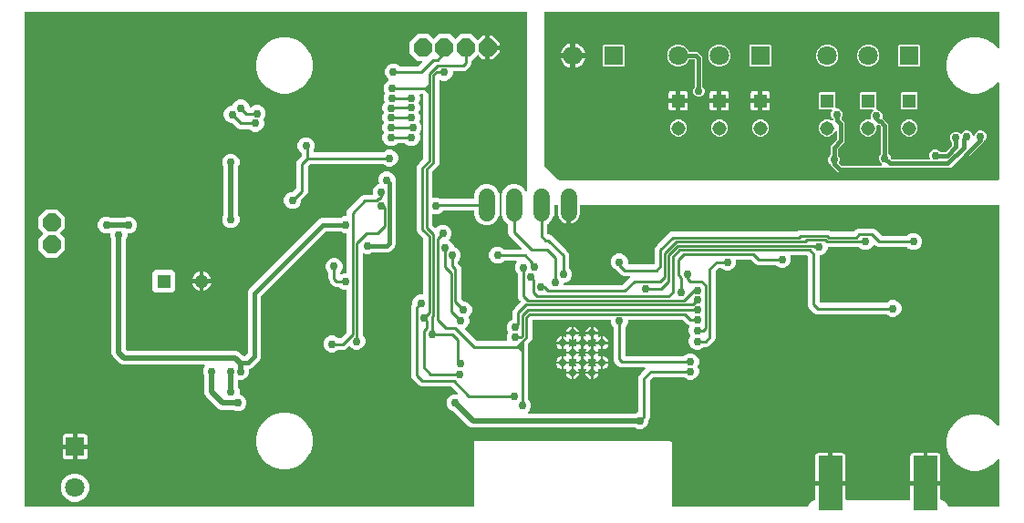
<source format=gbr>
G04 EAGLE Gerber RS-274X export*
G75*
%MOMM*%
%FSLAX34Y34*%
%LPD*%
%INBottom Copper*%
%IPPOS*%
%AMOC8*
5,1,8,0,0,1.08239X$1,22.5*%
G01*
%ADD10C,0.708000*%
%ADD11R,1.308000X1.308000*%
%ADD12C,1.308000*%
%ADD13P,1.814519X8X112.500000*%
%ADD14P,1.814519X8X22.500000*%
%ADD15R,2.286000X5.080000*%
%ADD16R,1.800000X1.800000*%
%ADD17C,1.800000*%
%ADD18C,1.524000*%
%ADD19C,0.756400*%
%ADD20C,0.406400*%
%ADD21C,0.254000*%
%ADD22C,0.508000*%

G36*
X427921Y49539D02*
X427921Y49539D01*
X427979Y49537D01*
X428061Y49559D01*
X428145Y49571D01*
X428198Y49594D01*
X428254Y49609D01*
X428327Y49652D01*
X428404Y49687D01*
X428449Y49725D01*
X428499Y49754D01*
X428557Y49816D01*
X428621Y49870D01*
X428653Y49919D01*
X428693Y49962D01*
X428732Y50037D01*
X428779Y50107D01*
X428796Y50163D01*
X428823Y50215D01*
X428834Y50283D01*
X428864Y50378D01*
X428867Y50478D01*
X428878Y50546D01*
X428878Y110648D01*
X429102Y110872D01*
X611028Y110872D01*
X612001Y109899D01*
X612522Y109378D01*
X612522Y50546D01*
X612530Y50488D01*
X612528Y50430D01*
X612550Y50348D01*
X612562Y50264D01*
X612585Y50211D01*
X612600Y50155D01*
X612643Y50082D01*
X612678Y50005D01*
X612716Y49960D01*
X612745Y49910D01*
X612807Y49852D01*
X612861Y49788D01*
X612910Y49756D01*
X612953Y49716D01*
X613028Y49677D01*
X613098Y49630D01*
X613154Y49613D01*
X613206Y49586D01*
X613274Y49575D01*
X613369Y49545D01*
X613469Y49542D01*
X613537Y49531D01*
X737932Y49531D01*
X737934Y49531D01*
X737935Y49531D01*
X738075Y49551D01*
X738214Y49571D01*
X738215Y49571D01*
X738217Y49571D01*
X738343Y49628D01*
X738473Y49687D01*
X738474Y49688D01*
X738476Y49689D01*
X738583Y49780D01*
X738690Y49870D01*
X738691Y49872D01*
X738692Y49873D01*
X738700Y49886D01*
X738848Y50107D01*
X738857Y50136D01*
X738870Y50157D01*
X739416Y51476D01*
X742274Y54334D01*
X745117Y55511D01*
X745118Y55512D01*
X745119Y55512D01*
X745237Y55582D01*
X745361Y55656D01*
X745362Y55657D01*
X745364Y55658D01*
X745461Y55761D01*
X745557Y55862D01*
X745557Y55864D01*
X745558Y55865D01*
X745621Y55988D01*
X745687Y56115D01*
X745687Y56117D01*
X745688Y56118D01*
X745690Y56133D01*
X745742Y56394D01*
X745739Y56424D01*
X745743Y56449D01*
X745743Y69343D01*
X758698Y69343D01*
X758756Y69351D01*
X758814Y69349D01*
X758896Y69371D01*
X758979Y69383D01*
X759033Y69407D01*
X759089Y69421D01*
X759162Y69464D01*
X759239Y69499D01*
X759283Y69537D01*
X759334Y69567D01*
X759391Y69628D01*
X759456Y69683D01*
X759488Y69731D01*
X759528Y69774D01*
X759567Y69849D01*
X759613Y69919D01*
X759631Y69975D01*
X759658Y70027D01*
X759669Y70095D01*
X759699Y70190D01*
X759702Y70290D01*
X759713Y70358D01*
X759713Y71375D01*
X759715Y71375D01*
X759715Y70358D01*
X759723Y70300D01*
X759722Y70242D01*
X759743Y70160D01*
X759755Y70077D01*
X759779Y70023D01*
X759793Y69967D01*
X759836Y69894D01*
X759871Y69817D01*
X759909Y69772D01*
X759939Y69722D01*
X760000Y69664D01*
X760055Y69600D01*
X760103Y69568D01*
X760146Y69528D01*
X760221Y69489D01*
X760291Y69443D01*
X760347Y69425D01*
X760399Y69398D01*
X760467Y69387D01*
X760562Y69357D01*
X760662Y69354D01*
X760730Y69343D01*
X773685Y69343D01*
X773685Y56896D01*
X773693Y56838D01*
X773691Y56780D01*
X773713Y56698D01*
X773725Y56614D01*
X773748Y56561D01*
X773763Y56505D01*
X773806Y56432D01*
X773841Y56355D01*
X773879Y56310D01*
X773908Y56260D01*
X773970Y56202D01*
X774024Y56138D01*
X774073Y56106D01*
X774116Y56066D01*
X774191Y56027D01*
X774261Y55980D01*
X774317Y55963D01*
X774369Y55936D01*
X774437Y55925D01*
X774532Y55895D01*
X774632Y55892D01*
X774700Y55881D01*
X833120Y55881D01*
X833178Y55889D01*
X833236Y55887D01*
X833318Y55909D01*
X833402Y55921D01*
X833455Y55944D01*
X833511Y55959D01*
X833584Y56002D01*
X833661Y56037D01*
X833706Y56075D01*
X833756Y56104D01*
X833814Y56166D01*
X833878Y56220D01*
X833910Y56269D01*
X833950Y56312D01*
X833989Y56387D01*
X834036Y56457D01*
X834053Y56513D01*
X834080Y56565D01*
X834091Y56633D01*
X834121Y56728D01*
X834124Y56828D01*
X834135Y56896D01*
X834135Y69343D01*
X847090Y69343D01*
X847148Y69351D01*
X847206Y69349D01*
X847288Y69371D01*
X847371Y69383D01*
X847425Y69407D01*
X847481Y69421D01*
X847554Y69464D01*
X847631Y69499D01*
X847675Y69537D01*
X847726Y69567D01*
X847783Y69628D01*
X847848Y69683D01*
X847880Y69731D01*
X847920Y69774D01*
X847959Y69849D01*
X848005Y69919D01*
X848023Y69975D01*
X848050Y70027D01*
X848061Y70095D01*
X848091Y70190D01*
X848094Y70290D01*
X848105Y70358D01*
X848105Y71375D01*
X848107Y71375D01*
X848107Y70358D01*
X848115Y70300D01*
X848114Y70242D01*
X848135Y70160D01*
X848147Y70077D01*
X848171Y70023D01*
X848185Y69967D01*
X848228Y69894D01*
X848263Y69817D01*
X848301Y69772D01*
X848331Y69722D01*
X848392Y69664D01*
X848447Y69600D01*
X848495Y69568D01*
X848538Y69528D01*
X848613Y69489D01*
X848683Y69443D01*
X848739Y69425D01*
X848791Y69398D01*
X848859Y69387D01*
X848954Y69357D01*
X849054Y69354D01*
X849122Y69343D01*
X862077Y69343D01*
X862077Y56449D01*
X862077Y56448D01*
X862077Y56446D01*
X862097Y56306D01*
X862117Y56168D01*
X862117Y56166D01*
X862117Y56165D01*
X862175Y56037D01*
X862233Y55908D01*
X862234Y55907D01*
X862235Y55906D01*
X862326Y55798D01*
X862416Y55691D01*
X862418Y55690D01*
X862419Y55689D01*
X862432Y55681D01*
X862653Y55534D01*
X862682Y55524D01*
X862703Y55511D01*
X865546Y54334D01*
X868404Y51476D01*
X868950Y50157D01*
X868951Y50156D01*
X868951Y50155D01*
X869022Y50036D01*
X869094Y49913D01*
X869096Y49912D01*
X869096Y49910D01*
X869200Y49813D01*
X869301Y49717D01*
X869302Y49717D01*
X869304Y49716D01*
X869429Y49651D01*
X869554Y49587D01*
X869555Y49587D01*
X869557Y49586D01*
X869572Y49584D01*
X869833Y49532D01*
X869863Y49535D01*
X869888Y49531D01*
X915651Y49531D01*
X915714Y49540D01*
X915778Y49539D01*
X915841Y49558D01*
X915932Y49571D01*
X916030Y49615D01*
X916100Y49635D01*
X916143Y49657D01*
X916179Y49681D01*
X916192Y49687D01*
X916210Y49702D01*
X916378Y49817D01*
X916390Y49831D01*
X916403Y49840D01*
X916597Y50029D01*
X916771Y50254D01*
X916778Y50271D01*
X916787Y50283D01*
X916822Y50350D01*
X916848Y50423D01*
X916884Y50493D01*
X916893Y50548D01*
X916918Y50618D01*
X916926Y50747D01*
X916939Y50824D01*
X916939Y52285D01*
X916927Y52368D01*
X916929Y52430D01*
X916732Y53795D01*
X916908Y54488D01*
X916928Y54669D01*
X916939Y54738D01*
X916939Y92703D01*
X916937Y92722D01*
X916939Y92742D01*
X916917Y92863D01*
X916899Y92985D01*
X916891Y93002D01*
X916888Y93022D01*
X916833Y93132D01*
X916783Y93244D01*
X916770Y93259D01*
X916762Y93277D01*
X916679Y93367D01*
X916600Y93461D01*
X916583Y93472D01*
X916570Y93486D01*
X916465Y93550D01*
X916363Y93619D01*
X916344Y93624D01*
X916327Y93635D01*
X916209Y93667D01*
X916092Y93704D01*
X916072Y93705D01*
X916053Y93710D01*
X915930Y93708D01*
X915808Y93712D01*
X915789Y93707D01*
X915769Y93706D01*
X915651Y93671D01*
X915533Y93640D01*
X915516Y93630D01*
X915497Y93624D01*
X915394Y93557D01*
X915288Y93495D01*
X915275Y93480D01*
X915258Y93470D01*
X915212Y93413D01*
X915094Y93287D01*
X915070Y93242D01*
X915045Y93211D01*
X915014Y93157D01*
X910143Y88286D01*
X904178Y84842D01*
X897524Y83059D01*
X890636Y83059D01*
X883982Y84842D01*
X878017Y88286D01*
X873146Y93157D01*
X869702Y99122D01*
X867919Y105776D01*
X867919Y112664D01*
X869702Y119318D01*
X873146Y125283D01*
X878017Y130154D01*
X883982Y133598D01*
X890636Y135381D01*
X897524Y135381D01*
X904178Y133598D01*
X910143Y130154D01*
X915014Y125283D01*
X915045Y125229D01*
X915057Y125214D01*
X915065Y125196D01*
X915144Y125103D01*
X915220Y125006D01*
X915236Y124994D01*
X915249Y124979D01*
X915351Y124911D01*
X915450Y124839D01*
X915469Y124832D01*
X915485Y124821D01*
X915602Y124784D01*
X915718Y124743D01*
X915737Y124742D01*
X915756Y124736D01*
X915879Y124733D01*
X916002Y124725D01*
X916021Y124729D01*
X916040Y124728D01*
X916159Y124759D01*
X916279Y124786D01*
X916296Y124795D01*
X916315Y124800D01*
X916421Y124863D01*
X916529Y124922D01*
X916543Y124935D01*
X916560Y124945D01*
X916644Y125035D01*
X916731Y125121D01*
X916741Y125138D01*
X916754Y125153D01*
X916810Y125262D01*
X916870Y125369D01*
X916875Y125388D01*
X916884Y125406D01*
X916896Y125479D01*
X916935Y125646D01*
X916933Y125697D01*
X916939Y125737D01*
X916939Y328930D01*
X916931Y328988D01*
X916933Y329046D01*
X916911Y329128D01*
X916899Y329212D01*
X916876Y329265D01*
X916861Y329321D01*
X916818Y329394D01*
X916783Y329471D01*
X916745Y329516D01*
X916716Y329566D01*
X916654Y329624D01*
X916600Y329688D01*
X916551Y329720D01*
X916508Y329760D01*
X916433Y329799D01*
X916363Y329846D01*
X916307Y329863D01*
X916255Y329890D01*
X916187Y329901D01*
X916092Y329931D01*
X915992Y329934D01*
X915924Y329945D01*
X528066Y329945D01*
X528008Y329937D01*
X527950Y329939D01*
X527868Y329917D01*
X527784Y329905D01*
X527731Y329882D01*
X527675Y329867D01*
X527602Y329824D01*
X527525Y329789D01*
X527480Y329751D01*
X527430Y329722D01*
X527372Y329660D01*
X527308Y329606D01*
X527276Y329557D01*
X527236Y329514D01*
X527197Y329439D01*
X527150Y329369D01*
X527133Y329313D01*
X527106Y329261D01*
X527095Y329193D01*
X527065Y329098D01*
X527062Y328998D01*
X527051Y328930D01*
X527051Y321780D01*
X526801Y320201D01*
X526306Y318680D01*
X525580Y317255D01*
X524640Y315961D01*
X523509Y314830D01*
X522215Y313890D01*
X520790Y313164D01*
X519269Y312669D01*
X518921Y312614D01*
X518921Y328930D01*
X518913Y328988D01*
X518915Y329046D01*
X518893Y329128D01*
X518881Y329212D01*
X518857Y329265D01*
X518843Y329321D01*
X518800Y329394D01*
X518765Y329471D01*
X518727Y329516D01*
X518697Y329566D01*
X518636Y329624D01*
X518581Y329688D01*
X518533Y329720D01*
X518490Y329760D01*
X518415Y329799D01*
X518345Y329846D01*
X518289Y329863D01*
X518237Y329890D01*
X518169Y329901D01*
X518074Y329931D01*
X517974Y329934D01*
X517906Y329945D01*
X515874Y329945D01*
X515816Y329937D01*
X515758Y329939D01*
X515676Y329917D01*
X515593Y329905D01*
X515539Y329882D01*
X515483Y329867D01*
X515410Y329824D01*
X515333Y329789D01*
X515288Y329751D01*
X515238Y329722D01*
X515180Y329660D01*
X515116Y329606D01*
X515084Y329557D01*
X515044Y329514D01*
X515005Y329439D01*
X514959Y329369D01*
X514941Y329313D01*
X514914Y329261D01*
X514903Y329193D01*
X514873Y329098D01*
X514870Y328998D01*
X514859Y328930D01*
X514859Y312614D01*
X514511Y312669D01*
X512990Y313164D01*
X511565Y313890D01*
X510271Y314830D01*
X509140Y315961D01*
X508200Y317255D01*
X507474Y318680D01*
X506979Y320201D01*
X506729Y321780D01*
X506729Y328930D01*
X506721Y328988D01*
X506723Y329046D01*
X506701Y329128D01*
X506689Y329212D01*
X506666Y329265D01*
X506651Y329321D01*
X506608Y329394D01*
X506573Y329471D01*
X506535Y329516D01*
X506506Y329566D01*
X506444Y329624D01*
X506390Y329688D01*
X506341Y329720D01*
X506298Y329760D01*
X506223Y329799D01*
X506153Y329846D01*
X506097Y329863D01*
X506045Y329890D01*
X505977Y329901D01*
X505882Y329931D01*
X505782Y329934D01*
X505714Y329945D01*
X504190Y329945D01*
X504132Y329937D01*
X504074Y329939D01*
X503992Y329917D01*
X503908Y329905D01*
X503855Y329882D01*
X503799Y329867D01*
X503726Y329824D01*
X503649Y329789D01*
X503604Y329751D01*
X503554Y329722D01*
X503496Y329660D01*
X503432Y329606D01*
X503400Y329557D01*
X503360Y329514D01*
X503321Y329439D01*
X503274Y329369D01*
X503257Y329313D01*
X503230Y329261D01*
X503219Y329193D01*
X503189Y329098D01*
X503186Y328998D01*
X503175Y328930D01*
X503175Y320256D01*
X501396Y315961D01*
X498109Y312674D01*
X497451Y312402D01*
X497450Y312401D01*
X497449Y312401D01*
X497375Y312357D01*
X497302Y312324D01*
X497261Y312289D01*
X497207Y312257D01*
X497206Y312256D01*
X497204Y312255D01*
X497140Y312187D01*
X497085Y312141D01*
X497058Y312100D01*
X497011Y312051D01*
X497011Y312049D01*
X497010Y312048D01*
X496964Y311958D01*
X496928Y311904D01*
X496915Y311863D01*
X496881Y311798D01*
X496881Y311796D01*
X496880Y311795D01*
X496878Y311780D01*
X496860Y311690D01*
X496842Y311633D01*
X496841Y311593D01*
X496826Y311519D01*
X496829Y311489D01*
X496825Y311464D01*
X496825Y303620D01*
X496837Y303534D01*
X496840Y303446D01*
X496857Y303394D01*
X496865Y303339D01*
X496900Y303259D01*
X496927Y303176D01*
X496955Y303136D01*
X496981Y303079D01*
X497077Y302966D01*
X497122Y302902D01*
X497212Y302812D01*
X497282Y302760D01*
X497346Y302700D01*
X497395Y302674D01*
X497440Y302641D01*
X497521Y302610D01*
X497599Y302570D01*
X497647Y302562D01*
X497705Y302540D01*
X497853Y302528D01*
X497930Y302515D01*
X498901Y302515D01*
X500862Y301703D01*
X514689Y287875D01*
X516333Y286232D01*
X517145Y284271D01*
X517145Y271585D01*
X517157Y271498D01*
X517160Y271411D01*
X517177Y271358D01*
X517185Y271303D01*
X517220Y271223D01*
X517247Y271140D01*
X517275Y271101D01*
X517301Y271044D01*
X517397Y270931D01*
X517442Y270867D01*
X518462Y269847D01*
X519657Y266963D01*
X519657Y263841D01*
X518462Y260957D01*
X516255Y258750D01*
X513371Y257555D01*
X513052Y257555D01*
X512994Y257547D01*
X512936Y257549D01*
X512854Y257527D01*
X512770Y257515D01*
X512717Y257492D01*
X512661Y257477D01*
X512588Y257434D01*
X512511Y257399D01*
X512466Y257361D01*
X512416Y257332D01*
X512358Y257270D01*
X512294Y257216D01*
X512262Y257167D01*
X512222Y257124D01*
X512183Y257049D01*
X512136Y256979D01*
X512119Y256923D01*
X512092Y256871D01*
X512081Y256803D01*
X512051Y256708D01*
X512048Y256608D01*
X512037Y256540D01*
X512045Y256482D01*
X512043Y256424D01*
X512057Y256372D01*
X512065Y256342D01*
X512077Y256258D01*
X512100Y256205D01*
X512115Y256149D01*
X512158Y256076D01*
X512193Y255999D01*
X512231Y255954D01*
X512260Y255904D01*
X512322Y255846D01*
X512376Y255782D01*
X512425Y255750D01*
X512468Y255710D01*
X512543Y255671D01*
X512613Y255624D01*
X512669Y255607D01*
X512721Y255580D01*
X512789Y255569D01*
X512884Y255539D01*
X512984Y255536D01*
X513052Y255525D01*
X566330Y255525D01*
X566416Y255537D01*
X566504Y255540D01*
X566556Y255557D01*
X566611Y255565D01*
X566691Y255600D01*
X566774Y255627D01*
X566814Y255655D01*
X566871Y255681D01*
X566984Y255777D01*
X567048Y255822D01*
X573398Y262172D01*
X573415Y262196D01*
X573438Y262215D01*
X573500Y262309D01*
X573569Y262399D01*
X573579Y262427D01*
X573595Y262451D01*
X573630Y262559D01*
X573670Y262665D01*
X573672Y262694D01*
X573681Y262722D01*
X573684Y262836D01*
X573693Y262948D01*
X573688Y262977D01*
X573688Y263006D01*
X573660Y263116D01*
X573637Y263227D01*
X573624Y263253D01*
X573617Y263281D01*
X573559Y263379D01*
X573506Y263479D01*
X573486Y263501D01*
X573471Y263526D01*
X573389Y263603D01*
X573311Y263685D01*
X573285Y263700D01*
X573264Y263720D01*
X573163Y263772D01*
X573065Y263829D01*
X573037Y263836D01*
X573011Y263850D01*
X572933Y263863D01*
X572790Y263899D01*
X572727Y263897D01*
X572680Y263905D01*
X567899Y263905D01*
X565938Y264717D01*
X564295Y266361D01*
X561306Y269349D01*
X561282Y269368D01*
X561262Y269391D01*
X561195Y269433D01*
X561079Y269520D01*
X561019Y269543D01*
X560977Y269569D01*
X559435Y270208D01*
X557228Y272415D01*
X556033Y275299D01*
X556033Y278421D01*
X557228Y281305D01*
X559435Y283512D01*
X562319Y284707D01*
X565441Y284707D01*
X568325Y283512D01*
X570532Y281305D01*
X571727Y278421D01*
X571727Y275590D01*
X571735Y275532D01*
X571733Y275474D01*
X571755Y275392D01*
X571767Y275308D01*
X571790Y275255D01*
X571805Y275199D01*
X571848Y275126D01*
X571883Y275049D01*
X571921Y275004D01*
X571950Y274954D01*
X572012Y274896D01*
X572066Y274832D01*
X572115Y274800D01*
X572158Y274760D01*
X572233Y274721D01*
X572303Y274674D01*
X572359Y274657D01*
X572411Y274630D01*
X572479Y274619D01*
X572574Y274589D01*
X572674Y274586D01*
X572742Y274575D01*
X595540Y274575D01*
X595626Y274587D01*
X595714Y274590D01*
X595766Y274607D01*
X595821Y274615D01*
X595901Y274650D01*
X595984Y274677D01*
X596024Y274705D01*
X596081Y274731D01*
X596194Y274827D01*
X596258Y274872D01*
X596348Y274962D01*
X596400Y275032D01*
X596460Y275096D01*
X596486Y275145D01*
X596519Y275190D01*
X596550Y275271D01*
X596590Y275349D01*
X596598Y275397D01*
X596620Y275455D01*
X596632Y275603D01*
X596645Y275680D01*
X596645Y289351D01*
X597457Y291312D01*
X599101Y292955D01*
X610388Y304243D01*
X612349Y305055D01*
X727620Y305055D01*
X727706Y305067D01*
X727794Y305070D01*
X727846Y305087D01*
X727901Y305095D01*
X727981Y305130D01*
X728064Y305157D01*
X728104Y305185D01*
X728161Y305211D01*
X728274Y305307D01*
X728338Y305352D01*
X728724Y305739D01*
X730685Y306551D01*
X758063Y306551D01*
X760024Y305739D01*
X760411Y305352D01*
X760480Y305300D01*
X760544Y305240D01*
X760594Y305214D01*
X760638Y305181D01*
X760719Y305150D01*
X760797Y305110D01*
X760845Y305102D01*
X760903Y305080D01*
X761051Y305068D01*
X761128Y305055D01*
X780960Y305055D01*
X781046Y305067D01*
X781133Y305070D01*
X781186Y305087D01*
X781241Y305095D01*
X781320Y305130D01*
X781403Y305157D01*
X781443Y305185D01*
X781501Y305211D01*
X781566Y305266D01*
X781609Y305291D01*
X781640Y305325D01*
X781677Y305351D01*
X781690Y305364D01*
X781690Y305365D01*
X781691Y305365D01*
X783334Y307009D01*
X785295Y307821D01*
X799665Y307821D01*
X801626Y307009D01*
X807092Y301542D01*
X807162Y301490D01*
X807226Y301430D01*
X807275Y301404D01*
X807320Y301371D01*
X807401Y301340D01*
X807479Y301300D01*
X807527Y301292D01*
X807585Y301270D01*
X807733Y301258D01*
X807810Y301245D01*
X830747Y301245D01*
X830834Y301257D01*
X830921Y301260D01*
X830974Y301277D01*
X831029Y301285D01*
X831109Y301320D01*
X831192Y301347D01*
X831231Y301375D01*
X831288Y301401D01*
X831401Y301497D01*
X831465Y301542D01*
X832485Y302562D01*
X835369Y303757D01*
X838491Y303757D01*
X841375Y302562D01*
X843582Y300355D01*
X844777Y297471D01*
X844777Y294349D01*
X843582Y291465D01*
X841375Y289258D01*
X838491Y288063D01*
X835369Y288063D01*
X832485Y289258D01*
X831465Y290278D01*
X831395Y290330D01*
X831331Y290390D01*
X831282Y290416D01*
X831238Y290449D01*
X831156Y290480D01*
X831078Y290520D01*
X831031Y290528D01*
X830972Y290550D01*
X830825Y290562D01*
X830747Y290575D01*
X804119Y290575D01*
X802158Y291387D01*
X801070Y292475D01*
X800978Y292544D01*
X800890Y292618D01*
X800865Y292630D01*
X800843Y292646D01*
X800736Y292687D01*
X800631Y292734D01*
X800603Y292738D01*
X800577Y292748D01*
X800463Y292757D01*
X800349Y292773D01*
X800321Y292769D01*
X800294Y292771D01*
X800181Y292749D01*
X800068Y292732D01*
X800042Y292721D01*
X800015Y292715D01*
X799913Y292662D01*
X799809Y292615D01*
X799787Y292597D01*
X799763Y292584D01*
X799680Y292505D01*
X799592Y292431D01*
X799579Y292410D01*
X799557Y292389D01*
X799422Y292159D01*
X799414Y292146D01*
X799132Y291465D01*
X796925Y289258D01*
X794041Y288063D01*
X790919Y288063D01*
X788035Y289258D01*
X787015Y290278D01*
X786945Y290330D01*
X786881Y290390D01*
X786832Y290416D01*
X786788Y290449D01*
X786706Y290480D01*
X786628Y290520D01*
X786581Y290528D01*
X786522Y290550D01*
X786375Y290562D01*
X786297Y290575D01*
X758162Y290575D01*
X758104Y290567D01*
X758046Y290569D01*
X757964Y290547D01*
X757880Y290535D01*
X757827Y290512D01*
X757771Y290497D01*
X757698Y290454D01*
X757621Y290419D01*
X757576Y290381D01*
X757526Y290352D01*
X757468Y290290D01*
X757404Y290236D01*
X757372Y290187D01*
X757332Y290144D01*
X757293Y290069D01*
X757246Y289999D01*
X757229Y289943D01*
X757202Y289891D01*
X757191Y289823D01*
X757161Y289728D01*
X757158Y289628D01*
X757147Y289560D01*
X757147Y289269D01*
X755952Y286385D01*
X753745Y284178D01*
X750861Y282983D01*
X750570Y282983D01*
X750512Y282975D01*
X750454Y282977D01*
X750372Y282955D01*
X750288Y282943D01*
X750235Y282920D01*
X750179Y282905D01*
X750106Y282862D01*
X750029Y282827D01*
X749984Y282789D01*
X749934Y282760D01*
X749876Y282698D01*
X749812Y282644D01*
X749780Y282595D01*
X749740Y282552D01*
X749701Y282477D01*
X749654Y282407D01*
X749637Y282351D01*
X749610Y282299D01*
X749599Y282231D01*
X749569Y282136D01*
X749566Y282036D01*
X749555Y281968D01*
X749555Y240120D01*
X749567Y240034D01*
X749570Y239946D01*
X749587Y239894D01*
X749595Y239839D01*
X749630Y239759D01*
X749657Y239676D01*
X749685Y239636D01*
X749711Y239579D01*
X749806Y239466D01*
X749852Y239402D01*
X749942Y239312D01*
X750012Y239260D01*
X750076Y239200D01*
X750125Y239174D01*
X750169Y239141D01*
X750251Y239110D01*
X750329Y239070D01*
X750377Y239062D01*
X750435Y239040D01*
X750583Y239028D01*
X750660Y239015D01*
X811697Y239015D01*
X811784Y239027D01*
X811871Y239030D01*
X811924Y239047D01*
X811979Y239055D01*
X812059Y239090D01*
X812142Y239117D01*
X812181Y239145D01*
X812238Y239171D01*
X812351Y239267D01*
X812415Y239312D01*
X813435Y240332D01*
X816319Y241527D01*
X819441Y241527D01*
X822325Y240332D01*
X824532Y238125D01*
X825727Y235241D01*
X825727Y232119D01*
X824532Y229235D01*
X822325Y227028D01*
X819441Y225833D01*
X816319Y225833D01*
X813435Y227028D01*
X812415Y228048D01*
X812345Y228100D01*
X812281Y228160D01*
X812232Y228186D01*
X812188Y228219D01*
X812106Y228250D01*
X812028Y228290D01*
X811981Y228298D01*
X811922Y228320D01*
X811775Y228332D01*
X811697Y228345D01*
X746969Y228345D01*
X745008Y229157D01*
X743365Y230801D01*
X739697Y234468D01*
X738885Y236429D01*
X738885Y281850D01*
X738873Y281936D01*
X738870Y282024D01*
X738853Y282076D01*
X738845Y282131D01*
X738810Y282211D01*
X738783Y282294D01*
X738755Y282334D01*
X738729Y282391D01*
X738633Y282504D01*
X738588Y282568D01*
X738498Y282658D01*
X738428Y282710D01*
X738364Y282770D01*
X738315Y282796D01*
X738270Y282829D01*
X738189Y282860D01*
X738111Y282900D01*
X738063Y282908D01*
X738005Y282930D01*
X737857Y282942D01*
X737780Y282955D01*
X723550Y282955D01*
X723436Y282939D01*
X723322Y282929D01*
X723296Y282919D01*
X723269Y282915D01*
X723164Y282868D01*
X723057Y282827D01*
X723034Y282811D01*
X723009Y282799D01*
X722922Y282725D01*
X722830Y282656D01*
X722813Y282633D01*
X722792Y282616D01*
X722728Y282520D01*
X722660Y282428D01*
X722650Y282402D01*
X722635Y282379D01*
X722600Y282269D01*
X722559Y282162D01*
X722557Y282134D01*
X722549Y282108D01*
X722546Y281993D01*
X722537Y281879D01*
X722542Y281854D01*
X722541Y281824D01*
X722609Y281567D01*
X722612Y281551D01*
X722857Y280961D01*
X722857Y277839D01*
X721662Y274955D01*
X719455Y272748D01*
X716571Y271553D01*
X713449Y271553D01*
X710565Y272748D01*
X709545Y273768D01*
X709475Y273820D01*
X709411Y273880D01*
X709362Y273906D01*
X709318Y273939D01*
X709236Y273970D01*
X709158Y274010D01*
X709111Y274018D01*
X709052Y274040D01*
X708905Y274052D01*
X708827Y274065D01*
X692359Y274065D01*
X690398Y274877D01*
X686428Y278848D01*
X686358Y278900D01*
X686294Y278960D01*
X686245Y278986D01*
X686200Y279019D01*
X686119Y279050D01*
X686041Y279090D01*
X685993Y279098D01*
X685935Y279120D01*
X685787Y279132D01*
X685710Y279145D01*
X673072Y279145D01*
X673014Y279137D01*
X672956Y279139D01*
X672874Y279117D01*
X672790Y279105D01*
X672737Y279082D01*
X672681Y279067D01*
X672608Y279024D01*
X672531Y278989D01*
X672486Y278951D01*
X672436Y278922D01*
X672378Y278860D01*
X672314Y278806D01*
X672282Y278757D01*
X672242Y278714D01*
X672203Y278639D01*
X672156Y278569D01*
X672139Y278513D01*
X672112Y278461D01*
X672101Y278393D01*
X672071Y278298D01*
X672068Y278198D01*
X672057Y278130D01*
X672057Y275299D01*
X670862Y272415D01*
X668655Y270208D01*
X665771Y269013D01*
X662649Y269013D01*
X659765Y270208D01*
X658745Y271228D01*
X658675Y271280D01*
X658611Y271340D01*
X658562Y271366D01*
X658518Y271399D01*
X658436Y271430D01*
X658358Y271470D01*
X658311Y271478D01*
X658252Y271500D01*
X658105Y271512D01*
X658027Y271525D01*
X656680Y271525D01*
X656594Y271513D01*
X656506Y271510D01*
X656454Y271493D01*
X656399Y271485D01*
X656319Y271450D01*
X656236Y271423D01*
X656196Y271395D01*
X656139Y271369D01*
X656026Y271273D01*
X655962Y271228D01*
X653332Y268598D01*
X653280Y268528D01*
X653220Y268464D01*
X653194Y268415D01*
X653161Y268370D01*
X653130Y268289D01*
X653090Y268211D01*
X653082Y268163D01*
X653060Y268105D01*
X653050Y267980D01*
X653049Y267977D01*
X653048Y267965D01*
X653048Y267957D01*
X653035Y267880D01*
X653035Y205949D01*
X652223Y203988D01*
X646912Y198677D01*
X644951Y197865D01*
X642453Y197865D01*
X642366Y197853D01*
X642279Y197850D01*
X642226Y197833D01*
X642171Y197825D01*
X642091Y197790D01*
X642008Y197763D01*
X641969Y197735D01*
X641912Y197709D01*
X641799Y197613D01*
X641735Y197568D01*
X640715Y196548D01*
X637831Y195353D01*
X634709Y195353D01*
X631825Y196548D01*
X629618Y198755D01*
X628423Y201639D01*
X628423Y204761D01*
X629636Y207689D01*
X629656Y207722D01*
X629706Y207789D01*
X629727Y207844D01*
X629757Y207895D01*
X629777Y207976D01*
X629807Y208055D01*
X629812Y208113D01*
X629827Y208170D01*
X629824Y208254D01*
X629831Y208338D01*
X629819Y208396D01*
X629817Y208454D01*
X629791Y208535D01*
X629775Y208617D01*
X629748Y208669D01*
X629730Y208725D01*
X629690Y208781D01*
X629644Y208869D01*
X629631Y208883D01*
X628423Y211799D01*
X628423Y214921D01*
X629212Y216824D01*
X629226Y216881D01*
X629250Y216934D01*
X629262Y217018D01*
X629283Y217100D01*
X629281Y217158D01*
X629289Y217216D01*
X629277Y217299D01*
X629274Y217384D01*
X629257Y217439D01*
X629248Y217497D01*
X629214Y217574D01*
X629188Y217654D01*
X629155Y217703D01*
X629131Y217756D01*
X629077Y217821D01*
X629030Y217891D01*
X628985Y217928D01*
X628947Y217973D01*
X628888Y218009D01*
X628812Y218074D01*
X628721Y218114D01*
X628662Y218151D01*
X627096Y218799D01*
X622928Y222968D01*
X622858Y223020D01*
X622794Y223080D01*
X622745Y223106D01*
X622700Y223139D01*
X622619Y223170D01*
X622541Y223210D01*
X622493Y223218D01*
X622435Y223240D01*
X622287Y223252D01*
X622210Y223265D01*
X572742Y223265D01*
X572684Y223257D01*
X572626Y223259D01*
X572544Y223237D01*
X572460Y223225D01*
X572407Y223202D01*
X572351Y223187D01*
X572278Y223144D01*
X572201Y223109D01*
X572156Y223071D01*
X572106Y223042D01*
X572048Y222980D01*
X571984Y222926D01*
X571952Y222877D01*
X571912Y222834D01*
X571873Y222759D01*
X571826Y222689D01*
X571809Y222633D01*
X571782Y222581D01*
X571771Y222513D01*
X571741Y222418D01*
X571738Y222318D01*
X571727Y222250D01*
X571727Y220463D01*
X570532Y217579D01*
X569512Y216559D01*
X569460Y216489D01*
X569400Y216425D01*
X569374Y216376D01*
X569341Y216332D01*
X569310Y216250D01*
X569270Y216172D01*
X569262Y216125D01*
X569240Y216066D01*
X569228Y215919D01*
X569215Y215841D01*
X569215Y190698D01*
X569223Y190640D01*
X569221Y190582D01*
X569243Y190500D01*
X569255Y190416D01*
X569279Y190363D01*
X569293Y190307D01*
X569336Y190234D01*
X569371Y190157D01*
X569409Y190112D01*
X569438Y190062D01*
X569500Y190004D01*
X569554Y189940D01*
X569603Y189908D01*
X569646Y189868D01*
X569721Y189829D01*
X569791Y189782D01*
X569847Y189765D01*
X569899Y189738D01*
X569967Y189727D01*
X570062Y189697D01*
X570162Y189694D01*
X570230Y189683D01*
X623737Y189683D01*
X623824Y189695D01*
X623911Y189698D01*
X623964Y189715D01*
X624019Y189723D01*
X624099Y189758D01*
X624182Y189785D01*
X624221Y189813D01*
X624278Y189839D01*
X624391Y189935D01*
X624455Y189980D01*
X625475Y191000D01*
X628359Y192195D01*
X631481Y192195D01*
X634365Y191000D01*
X636572Y188793D01*
X637767Y185909D01*
X637767Y182787D01*
X636692Y180193D01*
X636670Y180108D01*
X636639Y180026D01*
X636635Y179971D01*
X636621Y179917D01*
X636624Y179830D01*
X636617Y179743D01*
X636627Y179695D01*
X636629Y179633D01*
X636674Y179492D01*
X636692Y179415D01*
X637767Y176821D01*
X637767Y173699D01*
X636572Y170815D01*
X634365Y168608D01*
X631481Y167413D01*
X628359Y167413D01*
X625475Y168608D01*
X624455Y169628D01*
X624385Y169680D01*
X624321Y169740D01*
X624272Y169766D01*
X624228Y169799D01*
X624146Y169830D01*
X624068Y169870D01*
X624021Y169878D01*
X623962Y169900D01*
X623815Y169912D01*
X623737Y169925D01*
X595720Y169925D01*
X595634Y169913D01*
X595546Y169910D01*
X595494Y169893D01*
X595439Y169885D01*
X595359Y169850D01*
X595276Y169823D01*
X595236Y169795D01*
X595179Y169769D01*
X595066Y169673D01*
X595002Y169628D01*
X592372Y166998D01*
X592356Y166976D01*
X592337Y166960D01*
X592305Y166912D01*
X592260Y166864D01*
X592234Y166815D01*
X592201Y166770D01*
X592189Y166738D01*
X592179Y166723D01*
X592165Y166679D01*
X592130Y166611D01*
X592122Y166563D01*
X592100Y166505D01*
X592096Y166462D01*
X592093Y166452D01*
X592092Y166415D01*
X592088Y166357D01*
X592075Y166280D01*
X592075Y132289D01*
X591263Y130328D01*
X591074Y130140D01*
X591022Y130070D01*
X590962Y130006D01*
X590936Y129957D01*
X590903Y129912D01*
X590872Y129831D01*
X590832Y129753D01*
X590824Y129705D01*
X590802Y129647D01*
X590790Y129499D01*
X590777Y129422D01*
X590777Y127979D01*
X589582Y125095D01*
X587375Y122888D01*
X584491Y121693D01*
X581369Y121693D01*
X578557Y122858D01*
X578527Y122866D01*
X578500Y122880D01*
X578422Y122893D01*
X578282Y122929D01*
X578218Y122927D01*
X578169Y122935D01*
X426676Y122935D01*
X424249Y123941D01*
X422248Y125941D01*
X410176Y138013D01*
X410152Y138032D01*
X410132Y138055D01*
X410065Y138097D01*
X409949Y138184D01*
X409889Y138207D01*
X409847Y138233D01*
X407035Y139398D01*
X404828Y141605D01*
X403633Y144489D01*
X403633Y147611D01*
X404828Y150495D01*
X407035Y152702D01*
X409919Y153897D01*
X412688Y153897D01*
X412717Y153901D01*
X412746Y153898D01*
X412857Y153921D01*
X412969Y153937D01*
X412996Y153949D01*
X413025Y153954D01*
X413125Y154006D01*
X413229Y154053D01*
X413251Y154072D01*
X413277Y154085D01*
X413359Y154163D01*
X413446Y154236D01*
X413462Y154261D01*
X413483Y154281D01*
X413540Y154379D01*
X413603Y154473D01*
X413612Y154501D01*
X413627Y154526D01*
X413655Y154636D01*
X413689Y154744D01*
X413690Y154774D01*
X413697Y154802D01*
X413693Y154915D01*
X413696Y155028D01*
X413689Y155057D01*
X413688Y155086D01*
X413653Y155194D01*
X413625Y155303D01*
X413610Y155329D01*
X413601Y155357D01*
X413555Y155420D01*
X413479Y155548D01*
X413434Y155591D01*
X413406Y155630D01*
X408298Y160738D01*
X408228Y160790D01*
X408164Y160850D01*
X408115Y160876D01*
X408070Y160909D01*
X407989Y160940D01*
X407911Y160980D01*
X407863Y160988D01*
X407805Y161010D01*
X407657Y161022D01*
X407580Y161035D01*
X379939Y161035D01*
X377978Y161847D01*
X371397Y168428D01*
X370585Y170389D01*
X370585Y236011D01*
X371397Y237972D01*
X371586Y238160D01*
X371638Y238230D01*
X371698Y238294D01*
X371724Y238343D01*
X371757Y238388D01*
X371788Y238469D01*
X371828Y238547D01*
X371836Y238595D01*
X371858Y238653D01*
X371870Y238801D01*
X371883Y238878D01*
X371883Y240321D01*
X373078Y243205D01*
X375285Y245412D01*
X378169Y246607D01*
X381000Y246607D01*
X381058Y246615D01*
X381116Y246613D01*
X381198Y246635D01*
X381282Y246647D01*
X381335Y246670D01*
X381391Y246685D01*
X381464Y246728D01*
X381541Y246763D01*
X381586Y246801D01*
X381636Y246830D01*
X381694Y246892D01*
X381758Y246946D01*
X381790Y246995D01*
X381830Y247038D01*
X381869Y247113D01*
X381916Y247183D01*
X381933Y247239D01*
X381960Y247291D01*
X381971Y247359D01*
X382001Y247454D01*
X382004Y247554D01*
X382015Y247622D01*
X382015Y298360D01*
X382003Y298446D01*
X382000Y298534D01*
X381983Y298586D01*
X381975Y298641D01*
X381940Y298721D01*
X381913Y298804D01*
X381885Y298844D01*
X381859Y298901D01*
X381763Y299014D01*
X381718Y299078D01*
X378121Y302675D01*
X376477Y304318D01*
X375665Y306279D01*
X375665Y365551D01*
X376477Y367512D01*
X378121Y369155D01*
X381718Y372752D01*
X381770Y372822D01*
X381830Y372886D01*
X381856Y372935D01*
X381889Y372980D01*
X381920Y373061D01*
X381960Y373139D01*
X381968Y373187D01*
X381990Y373245D01*
X382002Y373393D01*
X382015Y373470D01*
X382015Y431710D01*
X382003Y431796D01*
X382000Y431884D01*
X381983Y431937D01*
X381975Y431991D01*
X381940Y432071D01*
X381913Y432154D01*
X381885Y432194D01*
X381859Y432251D01*
X381763Y432364D01*
X381718Y432428D01*
X381628Y432518D01*
X381558Y432571D01*
X381494Y432630D01*
X381445Y432656D01*
X381400Y432689D01*
X381319Y432720D01*
X381241Y432760D01*
X381193Y432768D01*
X381135Y432790D01*
X380987Y432802D01*
X380910Y432815D01*
X379380Y432815D01*
X379266Y432799D01*
X379152Y432789D01*
X379126Y432779D01*
X379099Y432775D01*
X378994Y432728D01*
X378887Y432687D01*
X378864Y432671D01*
X378839Y432659D01*
X378752Y432585D01*
X378660Y432516D01*
X378643Y432493D01*
X378622Y432476D01*
X378558Y432380D01*
X378490Y432288D01*
X378480Y432262D01*
X378465Y432239D01*
X378430Y432129D01*
X378389Y432022D01*
X378387Y431994D01*
X378379Y431968D01*
X378376Y431853D01*
X378367Y431739D01*
X378372Y431714D01*
X378371Y431684D01*
X378439Y431427D01*
X378442Y431411D01*
X378687Y430821D01*
X378687Y427699D01*
X377612Y425105D01*
X377590Y425020D01*
X377559Y424938D01*
X377555Y424883D01*
X377541Y424829D01*
X377544Y424742D01*
X377537Y424655D01*
X377547Y424607D01*
X377549Y424545D01*
X377594Y424404D01*
X377612Y424327D01*
X378687Y421733D01*
X378687Y418611D01*
X377612Y416017D01*
X377590Y415932D01*
X377559Y415850D01*
X377555Y415795D01*
X377541Y415741D01*
X377544Y415654D01*
X377537Y415567D01*
X377547Y415519D01*
X377549Y415457D01*
X377594Y415316D01*
X377612Y415239D01*
X378687Y412645D01*
X378687Y409523D01*
X378066Y408024D01*
X378065Y408022D01*
X378064Y408021D01*
X378029Y407883D01*
X377995Y407748D01*
X377995Y407747D01*
X377994Y407745D01*
X377999Y407604D01*
X378003Y407464D01*
X378003Y407463D01*
X378003Y407461D01*
X378050Y407318D01*
X378089Y407193D01*
X378090Y407192D01*
X378091Y407191D01*
X378100Y407178D01*
X378248Y406957D01*
X378271Y406938D01*
X378286Y406917D01*
X378762Y406441D01*
X379957Y403557D01*
X379957Y400435D01*
X378762Y397551D01*
X378146Y396935D01*
X378145Y396933D01*
X378143Y396933D01*
X378061Y396822D01*
X377975Y396708D01*
X377974Y396706D01*
X377973Y396705D01*
X377924Y396575D01*
X377874Y396442D01*
X377873Y396440D01*
X377873Y396439D01*
X377861Y396295D01*
X377850Y396159D01*
X377850Y396157D01*
X377850Y396155D01*
X377854Y396140D01*
X377906Y395880D01*
X377920Y395853D01*
X377926Y395828D01*
X378687Y393991D01*
X378687Y390869D01*
X377492Y387985D01*
X375285Y385778D01*
X372401Y384583D01*
X369279Y384583D01*
X366395Y385778D01*
X365375Y386798D01*
X365305Y386850D01*
X365241Y386910D01*
X365192Y386936D01*
X365148Y386969D01*
X365066Y387000D01*
X364988Y387040D01*
X364941Y387048D01*
X364882Y387070D01*
X364735Y387082D01*
X364657Y387095D01*
X357973Y387095D01*
X357886Y387083D01*
X357799Y387080D01*
X357746Y387063D01*
X357691Y387055D01*
X357611Y387020D01*
X357528Y386993D01*
X357489Y386965D01*
X357432Y386939D01*
X357319Y386843D01*
X357255Y386798D01*
X356235Y385778D01*
X353351Y384583D01*
X350229Y384583D01*
X347345Y385778D01*
X345138Y387985D01*
X343943Y390869D01*
X343943Y393991D01*
X345076Y396725D01*
X345098Y396810D01*
X345129Y396892D01*
X345133Y396947D01*
X345147Y397001D01*
X345144Y397088D01*
X345151Y397175D01*
X345141Y397223D01*
X345139Y397285D01*
X345094Y397426D01*
X345076Y397503D01*
X343943Y400237D01*
X343943Y403359D01*
X345018Y405953D01*
X345040Y406038D01*
X345071Y406120D01*
X345075Y406175D01*
X345089Y406229D01*
X345086Y406316D01*
X345093Y406403D01*
X345083Y406451D01*
X345081Y406513D01*
X345036Y406654D01*
X345018Y406731D01*
X343943Y409325D01*
X343943Y412447D01*
X345018Y415041D01*
X345040Y415126D01*
X345071Y415208D01*
X345075Y415263D01*
X345089Y415317D01*
X345086Y415404D01*
X345093Y415491D01*
X345083Y415539D01*
X345081Y415601D01*
X345036Y415742D01*
X345018Y415819D01*
X343943Y418413D01*
X343943Y421535D01*
X345138Y424419D01*
X345614Y424895D01*
X345615Y424896D01*
X345617Y424898D01*
X345705Y425016D01*
X345785Y425122D01*
X345786Y425124D01*
X345787Y425125D01*
X345837Y425259D01*
X345886Y425388D01*
X345887Y425390D01*
X345887Y425391D01*
X345899Y425536D01*
X345910Y425671D01*
X345910Y425673D01*
X345910Y425675D01*
X345906Y425690D01*
X345854Y425950D01*
X345840Y425977D01*
X345834Y426002D01*
X345213Y427501D01*
X345213Y430623D01*
X346288Y433217D01*
X346310Y433302D01*
X346341Y433384D01*
X346345Y433439D01*
X346359Y433493D01*
X346356Y433580D01*
X346363Y433667D01*
X346353Y433715D01*
X346351Y433777D01*
X346306Y433918D01*
X346288Y433995D01*
X345213Y436589D01*
X345213Y439711D01*
X346408Y442595D01*
X348615Y444802D01*
X349318Y445093D01*
X349417Y445152D01*
X349519Y445205D01*
X349539Y445224D01*
X349563Y445238D01*
X349642Y445321D01*
X349725Y445401D01*
X349739Y445424D01*
X349758Y445445D01*
X349811Y445547D01*
X349869Y445646D01*
X349876Y445673D01*
X349889Y445697D01*
X349911Y445810D01*
X349939Y445921D01*
X349938Y445949D01*
X349944Y445976D01*
X349934Y446091D01*
X349930Y446205D01*
X349922Y446232D01*
X349919Y446259D01*
X349878Y446367D01*
X349843Y446476D01*
X349828Y446496D01*
X349817Y446525D01*
X349656Y446737D01*
X349648Y446749D01*
X347452Y448945D01*
X346257Y451829D01*
X346257Y454951D01*
X347452Y457835D01*
X349659Y460042D01*
X352543Y461237D01*
X355665Y461237D01*
X358549Y460042D01*
X359569Y459022D01*
X359639Y458970D01*
X359703Y458910D01*
X359752Y458884D01*
X359796Y458851D01*
X359878Y458820D01*
X359956Y458780D01*
X360003Y458772D01*
X360062Y458750D01*
X360209Y458738D01*
X360287Y458725D01*
X377100Y458725D01*
X377186Y458737D01*
X377274Y458740D01*
X377326Y458757D01*
X377381Y458765D01*
X377461Y458800D01*
X377544Y458827D01*
X377584Y458855D01*
X377641Y458881D01*
X377754Y458977D01*
X377818Y459022D01*
X380866Y462070D01*
X380883Y462094D01*
X380906Y462113D01*
X380968Y462207D01*
X381037Y462297D01*
X381047Y462325D01*
X381063Y462349D01*
X381098Y462457D01*
X381138Y462563D01*
X381140Y462592D01*
X381149Y462620D01*
X381152Y462734D01*
X381161Y462846D01*
X381156Y462875D01*
X381156Y462904D01*
X381128Y463014D01*
X381105Y463125D01*
X381092Y463151D01*
X381085Y463179D01*
X381027Y463277D01*
X380974Y463377D01*
X380954Y463399D01*
X380939Y463424D01*
X380857Y463501D01*
X380779Y463583D01*
X380753Y463598D01*
X380732Y463618D01*
X380631Y463670D01*
X380533Y463727D01*
X380505Y463734D01*
X380479Y463748D01*
X380401Y463761D01*
X380258Y463797D01*
X380195Y463795D01*
X380148Y463803D01*
X376324Y463803D01*
X369033Y471094D01*
X369033Y481406D01*
X376324Y488697D01*
X386636Y488697D01*
X390762Y484570D01*
X390809Y484535D01*
X390849Y484493D01*
X390922Y484450D01*
X390989Y484399D01*
X391044Y484379D01*
X391094Y484349D01*
X391176Y484328D01*
X391255Y484298D01*
X391313Y484293D01*
X391370Y484279D01*
X391454Y484282D01*
X391538Y484275D01*
X391596Y484286D01*
X391654Y484288D01*
X391734Y484314D01*
X391817Y484330D01*
X391869Y484357D01*
X391925Y484375D01*
X391981Y484415D01*
X392069Y484461D01*
X392142Y484530D01*
X392198Y484570D01*
X396324Y488697D01*
X406636Y488697D01*
X410762Y484570D01*
X410809Y484535D01*
X410849Y484493D01*
X410922Y484450D01*
X410989Y484399D01*
X411044Y484379D01*
X411094Y484349D01*
X411176Y484328D01*
X411255Y484298D01*
X411313Y484293D01*
X411370Y484279D01*
X411454Y484282D01*
X411538Y484275D01*
X411596Y484286D01*
X411654Y484288D01*
X411734Y484314D01*
X411817Y484330D01*
X411869Y484357D01*
X411925Y484375D01*
X411981Y484415D01*
X412069Y484461D01*
X412142Y484530D01*
X412198Y484570D01*
X416324Y488697D01*
X426636Y488697D01*
X431840Y483493D01*
X431887Y483457D01*
X431927Y483415D01*
X431999Y483372D01*
X432067Y483322D01*
X432122Y483301D01*
X432172Y483271D01*
X432254Y483251D01*
X432333Y483220D01*
X432391Y483216D01*
X432448Y483201D01*
X432532Y483204D01*
X432616Y483197D01*
X432673Y483208D01*
X432732Y483210D01*
X432812Y483236D01*
X432895Y483253D01*
X432947Y483280D01*
X433002Y483298D01*
X433058Y483338D01*
X433147Y483384D01*
X433219Y483452D01*
X433276Y483493D01*
X436956Y487173D01*
X439449Y487173D01*
X439449Y477266D01*
X439457Y477208D01*
X439455Y477150D01*
X439477Y477068D01*
X439489Y476985D01*
X439513Y476931D01*
X439527Y476875D01*
X439570Y476802D01*
X439605Y476725D01*
X439643Y476681D01*
X439673Y476630D01*
X439734Y476573D01*
X439789Y476508D01*
X439837Y476476D01*
X439880Y476436D01*
X439955Y476397D01*
X440025Y476351D01*
X440081Y476333D01*
X440133Y476306D01*
X440201Y476295D01*
X440296Y476265D01*
X440396Y476262D01*
X440464Y476251D01*
X441481Y476251D01*
X441481Y476249D01*
X440464Y476249D01*
X440406Y476241D01*
X440348Y476242D01*
X440266Y476221D01*
X440183Y476209D01*
X440129Y476185D01*
X440073Y476171D01*
X440000Y476128D01*
X439923Y476093D01*
X439878Y476055D01*
X439828Y476025D01*
X439770Y475964D01*
X439706Y475909D01*
X439674Y475861D01*
X439634Y475818D01*
X439595Y475743D01*
X439549Y475673D01*
X439531Y475617D01*
X439504Y475565D01*
X439493Y475497D01*
X439463Y475402D01*
X439460Y475302D01*
X439449Y475234D01*
X439449Y465327D01*
X436956Y465327D01*
X433276Y469007D01*
X433229Y469043D01*
X433189Y469085D01*
X433116Y469128D01*
X433048Y469178D01*
X432994Y469199D01*
X432943Y469229D01*
X432862Y469249D01*
X432783Y469280D01*
X432724Y469284D01*
X432668Y469299D01*
X432583Y469296D01*
X432499Y469303D01*
X432442Y469292D01*
X432384Y469290D01*
X432303Y469264D01*
X432221Y469247D01*
X432169Y469220D01*
X432113Y469202D01*
X432057Y469162D01*
X431968Y469116D01*
X431896Y469048D01*
X431840Y469007D01*
X427112Y464280D01*
X427060Y464210D01*
X427000Y464146D01*
X426974Y464097D01*
X426941Y464053D01*
X426910Y463971D01*
X426870Y463893D01*
X426862Y463845D01*
X426840Y463787D01*
X426828Y463639D01*
X426815Y463562D01*
X426815Y461059D01*
X426003Y459098D01*
X422122Y455217D01*
X420161Y454405D01*
X410182Y454405D01*
X410124Y454397D01*
X410066Y454399D01*
X409984Y454377D01*
X409900Y454365D01*
X409847Y454342D01*
X409791Y454327D01*
X409718Y454284D01*
X409641Y454249D01*
X409596Y454211D01*
X409546Y454182D01*
X409488Y454120D01*
X409424Y454066D01*
X409392Y454017D01*
X409352Y453974D01*
X409313Y453899D01*
X409266Y453829D01*
X409249Y453773D01*
X409222Y453721D01*
X409211Y453653D01*
X409181Y453558D01*
X409178Y453458D01*
X409167Y453390D01*
X409167Y451603D01*
X407972Y448719D01*
X405765Y446512D01*
X402881Y445317D01*
X399759Y445317D01*
X397899Y446088D01*
X397787Y446117D01*
X397678Y446151D01*
X397650Y446152D01*
X397623Y446159D01*
X397509Y446156D01*
X397394Y446159D01*
X397367Y446152D01*
X397339Y446151D01*
X397230Y446116D01*
X397119Y446087D01*
X397095Y446073D01*
X397068Y446064D01*
X396973Y446000D01*
X396874Y445942D01*
X396855Y445921D01*
X396832Y445906D01*
X396758Y445818D01*
X396680Y445734D01*
X396667Y445709D01*
X396649Y445688D01*
X396603Y445583D01*
X396550Y445481D01*
X396546Y445456D01*
X396534Y445429D01*
X396497Y445165D01*
X396495Y445150D01*
X396495Y368201D01*
X395683Y366240D01*
X390442Y360999D01*
X390390Y360930D01*
X390330Y360866D01*
X390304Y360816D01*
X390271Y360772D01*
X390240Y360691D01*
X390200Y360613D01*
X390192Y360565D01*
X390170Y360507D01*
X390158Y360359D01*
X390145Y360282D01*
X390145Y337470D01*
X390161Y337356D01*
X390171Y337242D01*
X390181Y337216D01*
X390185Y337189D01*
X390232Y337084D01*
X390273Y336977D01*
X390289Y336954D01*
X390301Y336929D01*
X390375Y336842D01*
X390444Y336750D01*
X390467Y336733D01*
X390484Y336712D01*
X390580Y336648D01*
X390672Y336580D01*
X390698Y336570D01*
X390721Y336555D01*
X390831Y336520D01*
X390938Y336479D01*
X390966Y336477D01*
X390992Y336469D01*
X391107Y336466D01*
X391221Y336457D01*
X391246Y336462D01*
X391276Y336461D01*
X391533Y336529D01*
X391549Y336532D01*
X392139Y336777D01*
X395261Y336777D01*
X398073Y335612D01*
X398103Y335604D01*
X398130Y335590D01*
X398208Y335577D01*
X398348Y335541D01*
X398412Y335543D01*
X398461Y335535D01*
X427990Y335535D01*
X428048Y335543D01*
X428106Y335541D01*
X428188Y335563D01*
X428272Y335575D01*
X428325Y335598D01*
X428381Y335613D01*
X428454Y335656D01*
X428531Y335691D01*
X428576Y335729D01*
X428626Y335758D01*
X428684Y335820D01*
X428748Y335874D01*
X428780Y335923D01*
X428820Y335966D01*
X428859Y336041D01*
X428906Y336111D01*
X428923Y336167D01*
X428950Y336219D01*
X428961Y336287D01*
X428991Y336382D01*
X428994Y336482D01*
X429005Y336550D01*
X429005Y340144D01*
X430784Y344439D01*
X434071Y347726D01*
X438366Y349505D01*
X443014Y349505D01*
X447309Y347726D01*
X450596Y344439D01*
X452375Y340144D01*
X452375Y320256D01*
X450596Y315961D01*
X447309Y312674D01*
X443014Y310895D01*
X438366Y310895D01*
X434071Y312674D01*
X430784Y315961D01*
X429005Y320256D01*
X429005Y323850D01*
X428997Y323908D01*
X428999Y323966D01*
X428977Y324048D01*
X428965Y324132D01*
X428942Y324185D01*
X428927Y324241D01*
X428884Y324314D01*
X428849Y324391D01*
X428811Y324436D01*
X428782Y324486D01*
X428720Y324544D01*
X428666Y324608D01*
X428617Y324640D01*
X428574Y324680D01*
X428499Y324719D01*
X428429Y324766D01*
X428373Y324783D01*
X428321Y324810D01*
X428253Y324821D01*
X428158Y324851D01*
X428058Y324854D01*
X427990Y324865D01*
X401153Y324865D01*
X401066Y324853D01*
X400979Y324850D01*
X400926Y324833D01*
X400871Y324825D01*
X400791Y324790D01*
X400708Y324763D01*
X400669Y324735D01*
X400612Y324709D01*
X400499Y324613D01*
X400435Y324568D01*
X398145Y322278D01*
X395261Y321083D01*
X392139Y321083D01*
X391549Y321328D01*
X391437Y321357D01*
X391328Y321391D01*
X391300Y321392D01*
X391273Y321399D01*
X391159Y321396D01*
X391044Y321399D01*
X391017Y321392D01*
X390989Y321391D01*
X390880Y321356D01*
X390769Y321327D01*
X390745Y321313D01*
X390718Y321304D01*
X390623Y321240D01*
X390524Y321181D01*
X390505Y321161D01*
X390482Y321146D01*
X390408Y321058D01*
X390330Y320974D01*
X390317Y320949D01*
X390299Y320928D01*
X390253Y320823D01*
X390200Y320721D01*
X390196Y320696D01*
X390184Y320668D01*
X390147Y320405D01*
X390145Y320390D01*
X390145Y311548D01*
X390157Y311462D01*
X390160Y311374D01*
X390177Y311322D01*
X390185Y311267D01*
X390220Y311187D01*
X390247Y311104D01*
X390275Y311065D01*
X390301Y311008D01*
X390397Y310894D01*
X390442Y310831D01*
X392630Y308643D01*
X392677Y308608D01*
X392717Y308565D01*
X392790Y308522D01*
X392857Y308472D01*
X392912Y308451D01*
X392962Y308421D01*
X393044Y308401D01*
X393123Y308371D01*
X393181Y308366D01*
X393238Y308351D01*
X393322Y308354D01*
X393406Y308347D01*
X393463Y308359D01*
X393522Y308360D01*
X393602Y308386D01*
X393685Y308403D01*
X393737Y308430D01*
X393792Y308448D01*
X393849Y308488D01*
X393937Y308534D01*
X394010Y308603D01*
X394066Y308643D01*
X395605Y310182D01*
X398489Y311377D01*
X401611Y311377D01*
X404495Y310182D01*
X406702Y307975D01*
X407897Y305091D01*
X407897Y301969D01*
X406702Y299085D01*
X405884Y298267D01*
X405815Y298175D01*
X405741Y298087D01*
X405730Y298062D01*
X405713Y298040D01*
X405672Y297933D01*
X405626Y297828D01*
X405622Y297800D01*
X405612Y297774D01*
X405602Y297660D01*
X405587Y297546D01*
X405591Y297518D01*
X405588Y297491D01*
X405611Y297378D01*
X405627Y297265D01*
X405639Y297239D01*
X405644Y297212D01*
X405697Y297110D01*
X405744Y297006D01*
X405762Y296985D01*
X405775Y296960D01*
X405854Y296877D01*
X405929Y296789D01*
X405950Y296776D01*
X405971Y296754D01*
X406200Y296619D01*
X406213Y296611D01*
X406809Y296364D01*
X409016Y294157D01*
X410145Y291432D01*
X410189Y291357D01*
X410225Y291277D01*
X410261Y291235D01*
X410289Y291188D01*
X410353Y291128D01*
X410410Y291061D01*
X410450Y291035D01*
X410496Y290992D01*
X410628Y290925D01*
X410694Y290883D01*
X413159Y289862D01*
X415366Y287655D01*
X416561Y284771D01*
X416561Y281649D01*
X415366Y278765D01*
X414346Y277745D01*
X414294Y277675D01*
X414234Y277611D01*
X414208Y277562D01*
X414175Y277518D01*
X414144Y277436D01*
X414104Y277358D01*
X414096Y277311D01*
X414074Y277252D01*
X414062Y277105D01*
X414049Y277027D01*
X414049Y275906D01*
X414056Y275852D01*
X414055Y275815D01*
X414062Y275790D01*
X414064Y275732D01*
X414081Y275680D01*
X414089Y275625D01*
X414124Y275545D01*
X414151Y275462D01*
X414179Y275422D01*
X414205Y275365D01*
X414301Y275252D01*
X414346Y275188D01*
X416003Y273532D01*
X416815Y271571D01*
X416815Y242660D01*
X416827Y242574D01*
X416830Y242486D01*
X416847Y242434D01*
X416855Y242379D01*
X416890Y242299D01*
X416917Y242216D01*
X416945Y242176D01*
X416971Y242119D01*
X417067Y242006D01*
X417112Y241942D01*
X418500Y240554D01*
X418570Y240502D01*
X418634Y240442D01*
X418683Y240416D01*
X418728Y240383D01*
X418809Y240352D01*
X418887Y240312D01*
X418935Y240304D01*
X418993Y240282D01*
X419141Y240270D01*
X419218Y240257D01*
X420661Y240257D01*
X423545Y239062D01*
X425752Y236855D01*
X426947Y233971D01*
X426947Y230849D01*
X425752Y227965D01*
X424064Y226277D01*
X424063Y226276D01*
X424061Y226274D01*
X423973Y226156D01*
X423893Y226050D01*
X423892Y226048D01*
X423891Y226047D01*
X423841Y225913D01*
X423792Y225784D01*
X423791Y225782D01*
X423791Y225781D01*
X423779Y225636D01*
X423768Y225501D01*
X423768Y225499D01*
X423768Y225497D01*
X423772Y225482D01*
X423824Y225222D01*
X423838Y225195D01*
X423844Y225170D01*
X424407Y223811D01*
X424407Y220689D01*
X423212Y217805D01*
X420884Y215477D01*
X420848Y215430D01*
X420806Y215390D01*
X420763Y215317D01*
X420713Y215249D01*
X420692Y215195D01*
X420662Y215144D01*
X420642Y215063D01*
X420611Y214984D01*
X420607Y214925D01*
X420592Y214869D01*
X420595Y214785D01*
X420588Y214701D01*
X420599Y214643D01*
X420601Y214585D01*
X420627Y214504D01*
X420644Y214422D01*
X420671Y214370D01*
X420689Y214314D01*
X420729Y214258D01*
X420775Y214169D01*
X420844Y214097D01*
X420884Y214041D01*
X431172Y203752D01*
X431242Y203700D01*
X431306Y203640D01*
X431355Y203614D01*
X431400Y203581D01*
X431481Y203550D01*
X431559Y203510D01*
X431607Y203502D01*
X431665Y203480D01*
X431813Y203468D01*
X431890Y203455D01*
X458820Y203455D01*
X458934Y203471D01*
X459048Y203481D01*
X459074Y203491D01*
X459101Y203495D01*
X459206Y203542D01*
X459313Y203583D01*
X459336Y203599D01*
X459361Y203611D01*
X459448Y203685D01*
X459540Y203754D01*
X459557Y203777D01*
X459578Y203794D01*
X459642Y203890D01*
X459710Y203982D01*
X459720Y204008D01*
X459735Y204031D01*
X459770Y204141D01*
X459811Y204248D01*
X459813Y204276D01*
X459821Y204302D01*
X459824Y204417D01*
X459833Y204531D01*
X459828Y204556D01*
X459829Y204586D01*
X459761Y204843D01*
X459758Y204859D01*
X459513Y205449D01*
X459513Y208571D01*
X460475Y210893D01*
X460497Y210977D01*
X460528Y211059D01*
X460532Y211114D01*
X460546Y211168D01*
X460543Y211255D01*
X460550Y211343D01*
X460540Y211390D01*
X460538Y211452D01*
X460493Y211593D01*
X460475Y211670D01*
X459287Y214537D01*
X459287Y217659D01*
X460482Y220543D01*
X462689Y222750D01*
X463939Y223268D01*
X463940Y223268D01*
X463941Y223269D01*
X464060Y223339D01*
X464183Y223412D01*
X464184Y223413D01*
X464186Y223414D01*
X464281Y223515D01*
X464379Y223619D01*
X464379Y223620D01*
X464380Y223621D01*
X464443Y223743D01*
X464509Y223872D01*
X464509Y223873D01*
X464510Y223875D01*
X464512Y223889D01*
X464564Y224150D01*
X464561Y224181D01*
X464565Y224206D01*
X464565Y230931D01*
X465377Y232892D01*
X467021Y234535D01*
X471798Y239312D01*
X471833Y239359D01*
X471875Y239399D01*
X471918Y239472D01*
X471969Y239539D01*
X471989Y239594D01*
X472019Y239644D01*
X472040Y239726D01*
X472070Y239805D01*
X472075Y239863D01*
X472089Y239920D01*
X472086Y240004D01*
X472093Y240088D01*
X472082Y240146D01*
X472080Y240204D01*
X472054Y240284D01*
X472037Y240367D01*
X472011Y240419D01*
X471993Y240475D01*
X471952Y240531D01*
X471906Y240619D01*
X471838Y240692D01*
X471798Y240748D01*
X470457Y242088D01*
X469645Y244049D01*
X469645Y265597D01*
X469633Y265684D01*
X469630Y265771D01*
X469613Y265824D01*
X469605Y265879D01*
X469570Y265959D01*
X469543Y266042D01*
X469515Y266081D01*
X469489Y266138D01*
X469393Y266251D01*
X469348Y266315D01*
X468328Y267335D01*
X467133Y270219D01*
X467133Y273341D01*
X468353Y276285D01*
X468416Y276369D01*
X468426Y276397D01*
X468443Y276421D01*
X468477Y276529D01*
X468517Y276635D01*
X468520Y276664D01*
X468529Y276692D01*
X468531Y276805D01*
X468541Y276918D01*
X468535Y276947D01*
X468536Y276976D01*
X468507Y277086D01*
X468485Y277197D01*
X468471Y277223D01*
X468464Y277251D01*
X468406Y277348D01*
X468354Y277449D01*
X468334Y277471D01*
X468319Y277496D01*
X468236Y277573D01*
X468158Y277655D01*
X468133Y277670D01*
X468111Y277690D01*
X468011Y277742D01*
X467913Y277799D01*
X467885Y277806D01*
X467858Y277820D01*
X467781Y277833D01*
X467638Y277869D01*
X467575Y277867D01*
X467527Y277875D01*
X457033Y277875D01*
X456946Y277863D01*
X456859Y277860D01*
X456806Y277843D01*
X456751Y277835D01*
X456671Y277800D01*
X456588Y277773D01*
X456549Y277745D01*
X456492Y277719D01*
X456379Y277623D01*
X456315Y277578D01*
X455295Y276558D01*
X452411Y275363D01*
X449289Y275363D01*
X446405Y276558D01*
X444198Y278765D01*
X443003Y281649D01*
X443003Y284771D01*
X444198Y287655D01*
X446405Y289862D01*
X449289Y291057D01*
X452411Y291057D01*
X455295Y289862D01*
X456315Y288842D01*
X456385Y288790D01*
X456449Y288730D01*
X456498Y288704D01*
X456542Y288671D01*
X456624Y288640D01*
X456702Y288600D01*
X456749Y288592D01*
X456808Y288570D01*
X456955Y288558D01*
X457033Y288545D01*
X472350Y288545D01*
X472379Y288549D01*
X472408Y288546D01*
X472519Y288569D01*
X472631Y288585D01*
X472658Y288597D01*
X472687Y288602D01*
X472787Y288654D01*
X472891Y288701D01*
X472913Y288720D01*
X472939Y288733D01*
X473021Y288811D01*
X473108Y288884D01*
X473124Y288909D01*
X473145Y288929D01*
X473202Y289027D01*
X473265Y289121D01*
X473274Y289149D01*
X473289Y289174D01*
X473317Y289284D01*
X473351Y289392D01*
X473352Y289422D01*
X473359Y289450D01*
X473355Y289563D01*
X473358Y289676D01*
X473351Y289705D01*
X473350Y289734D01*
X473315Y289842D01*
X473287Y289951D01*
X473272Y289977D01*
X473263Y290005D01*
X473217Y290068D01*
X473141Y290196D01*
X473096Y290239D01*
X473068Y290278D01*
X461567Y301778D01*
X460755Y303739D01*
X460755Y311464D01*
X460755Y311465D01*
X460755Y311467D01*
X460744Y311543D01*
X460745Y311582D01*
X460731Y311638D01*
X460715Y311745D01*
X460715Y311747D01*
X460715Y311748D01*
X460684Y311815D01*
X460674Y311857D01*
X460641Y311911D01*
X460599Y312005D01*
X460598Y312006D01*
X460597Y312007D01*
X460552Y312060D01*
X460528Y312101D01*
X460477Y312149D01*
X460416Y312222D01*
X460414Y312223D01*
X460413Y312224D01*
X460400Y312232D01*
X460361Y312258D01*
X460321Y312296D01*
X460251Y312331D01*
X460179Y312379D01*
X460150Y312389D01*
X460129Y312402D01*
X459471Y312674D01*
X456184Y315961D01*
X454405Y320256D01*
X454405Y340144D01*
X456184Y344439D01*
X459471Y347726D01*
X463766Y349505D01*
X468414Y349505D01*
X472709Y347726D01*
X475996Y344439D01*
X476582Y343024D01*
X476626Y342950D01*
X476661Y342871D01*
X476698Y342828D01*
X476727Y342779D01*
X476789Y342720D01*
X476845Y342654D01*
X476892Y342623D01*
X476933Y342584D01*
X477010Y342544D01*
X477081Y342497D01*
X477135Y342479D01*
X477186Y342453D01*
X477270Y342437D01*
X477352Y342411D01*
X477409Y342409D01*
X477465Y342398D01*
X477550Y342406D01*
X477636Y342404D01*
X477691Y342418D01*
X477748Y342423D01*
X477828Y342454D01*
X477911Y342475D01*
X477960Y342504D01*
X478013Y342525D01*
X478082Y342577D01*
X478156Y342621D01*
X478195Y342662D01*
X478240Y342696D01*
X478292Y342765D01*
X478350Y342828D01*
X478376Y342879D01*
X478410Y342924D01*
X478441Y343005D01*
X478480Y343081D01*
X478488Y343130D01*
X478511Y343190D01*
X478522Y343335D01*
X478535Y343412D01*
X478535Y508254D01*
X478527Y508312D01*
X478529Y508370D01*
X478507Y508452D01*
X478495Y508536D01*
X478472Y508589D01*
X478457Y508645D01*
X478414Y508718D01*
X478379Y508795D01*
X478341Y508840D01*
X478312Y508890D01*
X478250Y508948D01*
X478196Y509012D01*
X478147Y509044D01*
X478104Y509084D01*
X478029Y509123D01*
X477959Y509170D01*
X477903Y509187D01*
X477851Y509214D01*
X477783Y509225D01*
X477688Y509255D01*
X477588Y509258D01*
X477520Y509269D01*
X12446Y509269D01*
X12388Y509261D01*
X12330Y509263D01*
X12248Y509241D01*
X12164Y509229D01*
X12111Y509206D01*
X12055Y509191D01*
X11982Y509148D01*
X11905Y509113D01*
X11860Y509075D01*
X11810Y509046D01*
X11752Y508984D01*
X11688Y508930D01*
X11656Y508881D01*
X11616Y508838D01*
X11577Y508763D01*
X11530Y508693D01*
X11513Y508637D01*
X11486Y508585D01*
X11475Y508517D01*
X11445Y508422D01*
X11442Y508322D01*
X11431Y508254D01*
X11431Y50546D01*
X11439Y50488D01*
X11437Y50430D01*
X11459Y50348D01*
X11471Y50264D01*
X11494Y50211D01*
X11509Y50155D01*
X11552Y50082D01*
X11587Y50005D01*
X11625Y49960D01*
X11654Y49910D01*
X11716Y49852D01*
X11770Y49788D01*
X11819Y49756D01*
X11862Y49716D01*
X11937Y49677D01*
X12007Y49630D01*
X12063Y49613D01*
X12115Y49586D01*
X12183Y49575D01*
X12278Y49545D01*
X12378Y49542D01*
X12446Y49531D01*
X427863Y49531D01*
X427921Y49539D01*
G37*
G36*
X915788Y353076D02*
X915788Y353076D01*
X915907Y353083D01*
X915945Y353096D01*
X915986Y353101D01*
X916096Y353144D01*
X916209Y353181D01*
X916244Y353203D01*
X916281Y353218D01*
X916377Y353288D01*
X916478Y353351D01*
X916506Y353381D01*
X916539Y353404D01*
X916615Y353496D01*
X916696Y353583D01*
X916716Y353618D01*
X916741Y353649D01*
X916792Y353757D01*
X916850Y353861D01*
X916860Y353901D01*
X916877Y353937D01*
X916899Y354054D01*
X916929Y354169D01*
X916933Y354230D01*
X916937Y354250D01*
X916935Y354270D01*
X916939Y354330D01*
X916939Y442538D01*
X916922Y442676D01*
X916909Y442815D01*
X916902Y442834D01*
X916899Y442854D01*
X916848Y442983D01*
X916801Y443114D01*
X916790Y443131D01*
X916782Y443149D01*
X916701Y443262D01*
X916623Y443377D01*
X916607Y443390D01*
X916596Y443407D01*
X916488Y443496D01*
X916384Y443587D01*
X916366Y443597D01*
X916351Y443610D01*
X916225Y443669D01*
X916101Y443732D01*
X916081Y443736D01*
X916063Y443745D01*
X915927Y443771D01*
X915791Y443802D01*
X915770Y443801D01*
X915751Y443805D01*
X915612Y443796D01*
X915473Y443792D01*
X915453Y443786D01*
X915433Y443785D01*
X915301Y443742D01*
X915167Y443704D01*
X915150Y443693D01*
X915131Y443687D01*
X915013Y443612D01*
X914893Y443542D01*
X914872Y443524D01*
X914862Y443517D01*
X914848Y443502D01*
X914773Y443436D01*
X910143Y438806D01*
X904178Y435362D01*
X897524Y433579D01*
X890636Y433579D01*
X883982Y435362D01*
X878017Y438806D01*
X873146Y443677D01*
X869702Y449642D01*
X867919Y456296D01*
X867919Y463184D01*
X869702Y469838D01*
X873146Y475803D01*
X878017Y480674D01*
X883982Y484118D01*
X890636Y485901D01*
X897524Y485901D01*
X904178Y484118D01*
X910143Y480674D01*
X914773Y476044D01*
X914882Y475959D01*
X914989Y475870D01*
X915008Y475862D01*
X915024Y475849D01*
X915152Y475794D01*
X915277Y475735D01*
X915297Y475731D01*
X915316Y475723D01*
X915454Y475701D01*
X915590Y475675D01*
X915610Y475676D01*
X915630Y475673D01*
X915769Y475686D01*
X915907Y475695D01*
X915926Y475701D01*
X915946Y475703D01*
X916078Y475750D01*
X916209Y475793D01*
X916227Y475804D01*
X916246Y475811D01*
X916361Y475889D01*
X916478Y475963D01*
X916492Y475978D01*
X916509Y475989D01*
X916601Y476093D01*
X916696Y476195D01*
X916706Y476212D01*
X916719Y476228D01*
X916783Y476352D01*
X916850Y476473D01*
X916855Y476493D01*
X916864Y476511D01*
X916894Y476647D01*
X916929Y476781D01*
X916931Y476809D01*
X916934Y476821D01*
X916933Y476842D01*
X916939Y476942D01*
X916939Y508000D01*
X916924Y508118D01*
X916917Y508237D01*
X916904Y508275D01*
X916899Y508316D01*
X916856Y508426D01*
X916819Y508539D01*
X916797Y508574D01*
X916782Y508611D01*
X916713Y508707D01*
X916649Y508808D01*
X916619Y508836D01*
X916596Y508869D01*
X916504Y508945D01*
X916417Y509026D01*
X916382Y509046D01*
X916351Y509071D01*
X916243Y509122D01*
X916139Y509180D01*
X916099Y509190D01*
X916063Y509207D01*
X915946Y509229D01*
X915831Y509259D01*
X915771Y509263D01*
X915751Y509267D01*
X915730Y509265D01*
X915670Y509269D01*
X495300Y509269D01*
X495182Y509254D01*
X495063Y509247D01*
X495025Y509234D01*
X494984Y509229D01*
X494874Y509186D01*
X494761Y509149D01*
X494726Y509127D01*
X494689Y509112D01*
X494593Y509043D01*
X494492Y508979D01*
X494464Y508949D01*
X494431Y508926D01*
X494355Y508834D01*
X494274Y508747D01*
X494254Y508712D01*
X494229Y508681D01*
X494178Y508573D01*
X494120Y508469D01*
X494110Y508429D01*
X494093Y508393D01*
X494071Y508276D01*
X494041Y508161D01*
X494037Y508101D01*
X494033Y508081D01*
X494035Y508060D01*
X494031Y508000D01*
X494031Y367030D01*
X494043Y366932D01*
X494046Y366833D01*
X494063Y366775D01*
X494071Y366714D01*
X494107Y366622D01*
X494135Y366527D01*
X494156Y366491D01*
X494159Y366483D01*
X494168Y366468D01*
X494188Y366419D01*
X494246Y366339D01*
X494296Y366253D01*
X494325Y366221D01*
X494329Y366214D01*
X494338Y366205D01*
X494362Y366178D01*
X494374Y366161D01*
X494384Y366154D01*
X494403Y366133D01*
X507103Y353433D01*
X507181Y353372D01*
X507253Y353304D01*
X507306Y353275D01*
X507354Y353238D01*
X507445Y353198D01*
X507531Y353150D01*
X507590Y353135D01*
X507646Y353111D01*
X507744Y353096D01*
X507839Y353071D01*
X507939Y353065D01*
X507960Y353061D01*
X507972Y353063D01*
X508000Y353061D01*
X915670Y353061D01*
X915788Y353076D01*
G37*
%LPC*%
G36*
X207989Y138203D02*
X207989Y138203D01*
X205177Y139368D01*
X205147Y139376D01*
X205120Y139390D01*
X205042Y139403D01*
X204902Y139439D01*
X204838Y139437D01*
X204789Y139445D01*
X194266Y139445D01*
X191839Y140451D01*
X179821Y152469D01*
X178815Y154896D01*
X178815Y170499D01*
X178811Y170529D01*
X178813Y170560D01*
X178796Y170637D01*
X178775Y170780D01*
X178749Y170839D01*
X178738Y170887D01*
X177573Y173699D01*
X177573Y176821D01*
X178793Y179765D01*
X178856Y179849D01*
X178866Y179877D01*
X178883Y179901D01*
X178917Y180009D01*
X178957Y180115D01*
X178960Y180144D01*
X178969Y180172D01*
X178971Y180285D01*
X178981Y180398D01*
X178975Y180427D01*
X178976Y180456D01*
X178947Y180566D01*
X178925Y180677D01*
X178911Y180703D01*
X178904Y180731D01*
X178846Y180828D01*
X178794Y180929D01*
X178774Y180951D01*
X178759Y180976D01*
X178676Y181053D01*
X178598Y181135D01*
X178573Y181150D01*
X178551Y181170D01*
X178451Y181222D01*
X178353Y181279D01*
X178325Y181286D01*
X178298Y181300D01*
X178221Y181313D01*
X178078Y181349D01*
X178015Y181347D01*
X177967Y181355D01*
X102826Y181355D01*
X100399Y182361D01*
X93461Y189299D01*
X92455Y191726D01*
X92455Y297499D01*
X92451Y297529D01*
X92453Y297560D01*
X92436Y297637D01*
X92415Y297780D01*
X92389Y297839D01*
X92378Y297887D01*
X91213Y300699D01*
X91213Y302622D01*
X91197Y302735D01*
X91187Y302850D01*
X91177Y302876D01*
X91173Y302903D01*
X91126Y303008D01*
X91085Y303115D01*
X91069Y303137D01*
X91057Y303162D01*
X90983Y303250D01*
X90914Y303342D01*
X90891Y303358D01*
X90874Y303379D01*
X90778Y303443D01*
X90686Y303512D01*
X90660Y303522D01*
X90637Y303537D01*
X90527Y303572D01*
X90420Y303612D01*
X90392Y303614D01*
X90366Y303623D01*
X90251Y303626D01*
X90137Y303635D01*
X90112Y303629D01*
X90082Y303630D01*
X89825Y303563D01*
X89809Y303560D01*
X89191Y303303D01*
X86069Y303303D01*
X83185Y304498D01*
X80978Y306705D01*
X79783Y309589D01*
X79783Y312711D01*
X80978Y315595D01*
X83185Y317802D01*
X86069Y318997D01*
X89191Y318997D01*
X92003Y317832D01*
X92033Y317824D01*
X92060Y317810D01*
X92138Y317797D01*
X92278Y317761D01*
X92342Y317763D01*
X92391Y317755D01*
X103189Y317755D01*
X103219Y317759D01*
X103250Y317757D01*
X103327Y317774D01*
X103470Y317795D01*
X103529Y317821D01*
X103577Y317832D01*
X106389Y318997D01*
X109511Y318997D01*
X112395Y317802D01*
X114602Y315595D01*
X115797Y312711D01*
X115797Y309589D01*
X114602Y306705D01*
X112395Y304498D01*
X109511Y303303D01*
X107922Y303303D01*
X107864Y303295D01*
X107806Y303297D01*
X107724Y303275D01*
X107640Y303263D01*
X107587Y303240D01*
X107531Y303225D01*
X107458Y303182D01*
X107381Y303147D01*
X107336Y303109D01*
X107286Y303080D01*
X107228Y303018D01*
X107164Y302964D01*
X107132Y302915D01*
X107092Y302872D01*
X107053Y302797D01*
X107006Y302727D01*
X106989Y302671D01*
X106962Y302619D01*
X106951Y302551D01*
X106921Y302456D01*
X106918Y302356D01*
X106907Y302288D01*
X106907Y300699D01*
X105742Y297887D01*
X105734Y297857D01*
X105720Y297830D01*
X105707Y297752D01*
X105671Y297612D01*
X105673Y297548D01*
X105665Y297499D01*
X105665Y196196D01*
X105677Y196110D01*
X105680Y196022D01*
X105697Y195970D01*
X105705Y195915D01*
X105740Y195835D01*
X105767Y195752D01*
X105795Y195713D01*
X105821Y195655D01*
X105917Y195542D01*
X105962Y195478D01*
X106578Y194862D01*
X106648Y194810D01*
X106712Y194750D01*
X106762Y194724D01*
X106806Y194691D01*
X106887Y194660D01*
X106965Y194620D01*
X107013Y194612D01*
X107071Y194590D01*
X107219Y194578D01*
X107296Y194565D01*
X208324Y194565D01*
X210751Y193559D01*
X214401Y189909D01*
X214471Y189857D01*
X214535Y189797D01*
X214585Y189771D01*
X214629Y189738D01*
X214710Y189707D01*
X214788Y189667D01*
X214836Y189659D01*
X214894Y189637D01*
X215042Y189625D01*
X215119Y189612D01*
X216129Y189612D01*
X216216Y189624D01*
X216303Y189627D01*
X216356Y189644D01*
X216411Y189652D01*
X216490Y189687D01*
X216574Y189714D01*
X216613Y189742D01*
X216670Y189768D01*
X216783Y189864D01*
X216847Y189909D01*
X218396Y191458D01*
X218448Y191528D01*
X218508Y191592D01*
X218534Y191641D01*
X218567Y191685D01*
X218598Y191767D01*
X218638Y191845D01*
X218646Y191892D01*
X218668Y191951D01*
X218680Y192099D01*
X218693Y192176D01*
X218693Y248863D01*
X219621Y251104D01*
X285280Y316762D01*
X287521Y317690D01*
X304233Y317690D01*
X304320Y317702D01*
X304407Y317705D01*
X304460Y317722D01*
X304515Y317730D01*
X304595Y317766D01*
X304678Y317793D01*
X304717Y317821D01*
X304774Y317846D01*
X304887Y317942D01*
X304951Y317988D01*
X305209Y318246D01*
X308093Y319440D01*
X309880Y319440D01*
X309938Y319448D01*
X309996Y319447D01*
X310078Y319468D01*
X310162Y319480D01*
X310215Y319504D01*
X310271Y319519D01*
X310344Y319562D01*
X310421Y319596D01*
X310466Y319634D01*
X310516Y319664D01*
X310574Y319726D01*
X310638Y319780D01*
X310670Y319829D01*
X310710Y319871D01*
X310749Y319946D01*
X310796Y320017D01*
X310813Y320072D01*
X310840Y320124D01*
X310851Y320192D01*
X310881Y320288D01*
X310884Y320387D01*
X310895Y320455D01*
X310895Y323641D01*
X311707Y325602D01*
X324638Y338533D01*
X326599Y339345D01*
X334038Y339345D01*
X334096Y339353D01*
X334154Y339351D01*
X334236Y339373D01*
X334320Y339385D01*
X334373Y339408D01*
X334429Y339423D01*
X334502Y339466D01*
X334579Y339501D01*
X334624Y339539D01*
X334674Y339568D01*
X334732Y339630D01*
X334796Y339684D01*
X334828Y339733D01*
X334868Y339776D01*
X334907Y339851D01*
X334954Y339921D01*
X334971Y339977D01*
X334998Y340029D01*
X335009Y340097D01*
X335039Y340192D01*
X335042Y340292D01*
X335053Y340360D01*
X335053Y343191D01*
X336248Y346075D01*
X338455Y348282D01*
X340087Y348958D01*
X340137Y348988D01*
X340192Y349009D01*
X340259Y349060D01*
X340332Y349103D01*
X340372Y349145D01*
X340419Y349180D01*
X340469Y349248D01*
X340527Y349309D01*
X340554Y349361D01*
X340589Y349408D01*
X340619Y349487D01*
X340657Y349562D01*
X340668Y349619D01*
X340689Y349674D01*
X340696Y349758D01*
X340712Y349841D01*
X340707Y349899D01*
X340712Y349957D01*
X340696Y350025D01*
X340688Y350124D01*
X340652Y350217D01*
X340636Y350285D01*
X340133Y351499D01*
X340133Y354621D01*
X341328Y357505D01*
X343535Y359712D01*
X346419Y360907D01*
X349541Y360907D01*
X352425Y359712D01*
X354632Y357505D01*
X355827Y354621D01*
X355827Y353842D01*
X355831Y353811D01*
X355829Y353780D01*
X355846Y353704D01*
X355867Y353560D01*
X355893Y353502D01*
X355904Y353453D01*
X356617Y351733D01*
X356617Y293427D01*
X355689Y291186D01*
X351434Y286931D01*
X349193Y286003D01*
X335621Y286003D01*
X335534Y285991D01*
X335447Y285988D01*
X335394Y285971D01*
X335339Y285963D01*
X335259Y285928D01*
X335176Y285901D01*
X335137Y285873D01*
X335080Y285847D01*
X334967Y285751D01*
X334903Y285706D01*
X334645Y285448D01*
X331761Y284253D01*
X328639Y284253D01*
X326779Y285024D01*
X326667Y285053D01*
X326558Y285087D01*
X326530Y285088D01*
X326503Y285095D01*
X326389Y285092D01*
X326274Y285095D01*
X326247Y285088D01*
X326219Y285087D01*
X326110Y285052D01*
X325999Y285023D01*
X325975Y285009D01*
X325948Y285000D01*
X325853Y284936D01*
X325754Y284878D01*
X325735Y284857D01*
X325712Y284842D01*
X325638Y284754D01*
X325560Y284670D01*
X325547Y284645D01*
X325529Y284624D01*
X325483Y284519D01*
X325430Y284417D01*
X325426Y284392D01*
X325414Y284365D01*
X325398Y284250D01*
X325389Y284221D01*
X325388Y284175D01*
X325377Y284101D01*
X325375Y284086D01*
X325375Y209383D01*
X325387Y209296D01*
X325390Y209209D01*
X325407Y209156D01*
X325415Y209101D01*
X325450Y209021D01*
X325477Y208938D01*
X325505Y208899D01*
X325531Y208842D01*
X325627Y208729D01*
X325672Y208665D01*
X326692Y207645D01*
X327887Y204761D01*
X327887Y201639D01*
X326692Y198755D01*
X324485Y196548D01*
X321601Y195353D01*
X318479Y195353D01*
X315595Y196548D01*
X313902Y198241D01*
X313855Y198277D01*
X313815Y198319D01*
X313742Y198362D01*
X313674Y198412D01*
X313620Y198433D01*
X313569Y198463D01*
X313488Y198483D01*
X313409Y198514D01*
X313350Y198518D01*
X313294Y198533D01*
X313210Y198530D01*
X313126Y198537D01*
X313068Y198526D01*
X313010Y198524D01*
X312929Y198498D01*
X312847Y198481D01*
X312795Y198454D01*
X312739Y198436D01*
X312683Y198396D01*
X312594Y198350D01*
X312522Y198281D01*
X312466Y198241D01*
X310362Y196137D01*
X308401Y195325D01*
X303363Y195325D01*
X303276Y195313D01*
X303189Y195310D01*
X303136Y195293D01*
X303081Y195285D01*
X303001Y195250D01*
X302918Y195223D01*
X302879Y195195D01*
X302822Y195169D01*
X302709Y195073D01*
X302645Y195028D01*
X301625Y194008D01*
X298741Y192813D01*
X295619Y192813D01*
X292735Y194008D01*
X290528Y196215D01*
X289333Y199099D01*
X289333Y202221D01*
X290528Y205105D01*
X292735Y207312D01*
X295619Y208507D01*
X298741Y208507D01*
X301625Y207312D01*
X302645Y206292D01*
X302715Y206240D01*
X302779Y206180D01*
X302828Y206154D01*
X302872Y206121D01*
X302954Y206090D01*
X303032Y206050D01*
X303079Y206042D01*
X303138Y206020D01*
X303285Y206008D01*
X303363Y205995D01*
X304710Y205995D01*
X304796Y206007D01*
X304884Y206010D01*
X304936Y206027D01*
X304991Y206035D01*
X305071Y206070D01*
X305154Y206097D01*
X305194Y206125D01*
X305251Y206151D01*
X305364Y206247D01*
X305428Y206292D01*
X310598Y211462D01*
X310650Y211532D01*
X310710Y211596D01*
X310736Y211645D01*
X310769Y211690D01*
X310800Y211771D01*
X310840Y211849D01*
X310848Y211897D01*
X310870Y211955D01*
X310882Y212103D01*
X310895Y212180D01*
X310895Y249775D01*
X310887Y249832D01*
X310889Y249891D01*
X310867Y249972D01*
X310855Y250056D01*
X310832Y250109D01*
X310817Y250166D01*
X310774Y250238D01*
X310739Y250315D01*
X310701Y250360D01*
X310672Y250410D01*
X310610Y250468D01*
X310556Y250532D01*
X310507Y250565D01*
X310464Y250605D01*
X310389Y250643D01*
X310319Y250690D01*
X310263Y250708D01*
X310211Y250734D01*
X310143Y250746D01*
X310048Y250776D01*
X309948Y250778D01*
X309880Y250790D01*
X308093Y250790D01*
X305209Y251984D01*
X304189Y253004D01*
X304119Y253057D01*
X304055Y253117D01*
X304006Y253142D01*
X303962Y253175D01*
X303880Y253206D01*
X303802Y253246D01*
X303755Y253254D01*
X303696Y253277D01*
X303549Y253289D01*
X303471Y253302D01*
X300372Y253302D01*
X298412Y254114D01*
X294537Y257988D01*
X293725Y259949D01*
X293725Y266567D01*
X293713Y266654D01*
X293710Y266741D01*
X293693Y266794D01*
X293685Y266849D01*
X293650Y266929D01*
X293623Y267012D01*
X293595Y267051D01*
X293569Y267108D01*
X293473Y267221D01*
X293428Y267285D01*
X292408Y268305D01*
X291213Y271189D01*
X291213Y274311D01*
X292408Y277195D01*
X294615Y279402D01*
X297499Y280597D01*
X300621Y280597D01*
X303505Y279402D01*
X305712Y277195D01*
X306907Y274311D01*
X306907Y271189D01*
X305712Y268305D01*
X304692Y267285D01*
X304640Y267215D01*
X304580Y267151D01*
X304554Y267102D01*
X304521Y267058D01*
X304490Y266976D01*
X304450Y266898D01*
X304442Y266851D01*
X304420Y266792D01*
X304408Y266644D01*
X304395Y266567D01*
X304395Y266471D01*
X304411Y266357D01*
X304421Y266243D01*
X304431Y266217D01*
X304435Y266189D01*
X304482Y266084D01*
X304523Y265977D01*
X304539Y265955D01*
X304551Y265930D01*
X304625Y265842D01*
X304694Y265751D01*
X304717Y265734D01*
X304734Y265713D01*
X304830Y265649D01*
X304922Y265580D01*
X304948Y265571D01*
X304971Y265555D01*
X305081Y265521D01*
X305188Y265480D01*
X305216Y265478D01*
X305242Y265469D01*
X305357Y265466D01*
X305471Y265457D01*
X305496Y265463D01*
X305526Y265462D01*
X305783Y265529D01*
X305799Y265533D01*
X308093Y266483D01*
X309880Y266483D01*
X309938Y266491D01*
X309996Y266490D01*
X310078Y266511D01*
X310162Y266523D01*
X310215Y266547D01*
X310271Y266562D01*
X310344Y266605D01*
X310421Y266639D01*
X310466Y266677D01*
X310516Y266707D01*
X310574Y266769D01*
X310638Y266823D01*
X310670Y266872D01*
X310710Y266914D01*
X310749Y266989D01*
X310796Y267060D01*
X310813Y267115D01*
X310840Y267167D01*
X310851Y267235D01*
X310881Y267331D01*
X310884Y267430D01*
X310895Y267498D01*
X310895Y302732D01*
X310887Y302789D01*
X310889Y302848D01*
X310867Y302929D01*
X310855Y303013D01*
X310832Y303066D01*
X310817Y303123D01*
X310774Y303195D01*
X310739Y303272D01*
X310701Y303317D01*
X310672Y303367D01*
X310610Y303425D01*
X310556Y303489D01*
X310507Y303522D01*
X310464Y303562D01*
X310389Y303600D01*
X310319Y303647D01*
X310263Y303665D01*
X310211Y303691D01*
X310143Y303703D01*
X310048Y303733D01*
X309948Y303735D01*
X309880Y303747D01*
X308093Y303747D01*
X305209Y304941D01*
X304951Y305199D01*
X304881Y305252D01*
X304817Y305312D01*
X304768Y305337D01*
X304724Y305370D01*
X304642Y305401D01*
X304564Y305441D01*
X304517Y305449D01*
X304458Y305472D01*
X304311Y305484D01*
X304233Y305497D01*
X291679Y305497D01*
X291593Y305485D01*
X291505Y305482D01*
X291453Y305465D01*
X291398Y305457D01*
X291318Y305421D01*
X291235Y305394D01*
X291196Y305366D01*
X291138Y305341D01*
X291025Y305245D01*
X290962Y305199D01*
X231184Y245422D01*
X231132Y245352D01*
X231072Y245288D01*
X231046Y245239D01*
X231013Y245195D01*
X230982Y245113D01*
X230942Y245035D01*
X230934Y244988D01*
X230912Y244929D01*
X230900Y244781D01*
X230887Y244704D01*
X230887Y188017D01*
X229959Y185776D01*
X222529Y178346D01*
X220761Y177615D01*
X220760Y177614D01*
X220759Y177613D01*
X220638Y177542D01*
X220517Y177470D01*
X220516Y177469D01*
X220514Y177468D01*
X220417Y177364D01*
X220321Y177263D01*
X220321Y177262D01*
X220320Y177261D01*
X220255Y177135D01*
X220191Y177011D01*
X220191Y177009D01*
X220190Y177008D01*
X220188Y176993D01*
X220136Y176732D01*
X220139Y176701D01*
X220135Y176677D01*
X220135Y173699D01*
X218940Y170815D01*
X216733Y168608D01*
X213849Y167413D01*
X210820Y167413D01*
X210762Y167405D01*
X210704Y167407D01*
X210622Y167385D01*
X210538Y167373D01*
X210485Y167350D01*
X210429Y167335D01*
X210356Y167292D01*
X210279Y167257D01*
X210234Y167219D01*
X210184Y167190D01*
X210126Y167128D01*
X210062Y167074D01*
X210030Y167025D01*
X209990Y166982D01*
X209951Y166907D01*
X209904Y166837D01*
X209887Y166781D01*
X209860Y166729D01*
X209849Y166661D01*
X209819Y166566D01*
X209816Y166466D01*
X209805Y166398D01*
X209805Y160971D01*
X209809Y160941D01*
X209807Y160910D01*
X209824Y160833D01*
X209845Y160690D01*
X209871Y160631D01*
X209882Y160583D01*
X211047Y157771D01*
X211047Y154602D01*
X211047Y154600D01*
X211047Y154598D01*
X211067Y154458D01*
X211087Y154320D01*
X211087Y154319D01*
X211087Y154317D01*
X211144Y154191D01*
X211203Y154061D01*
X211204Y154059D01*
X211205Y154058D01*
X211298Y153948D01*
X211386Y153844D01*
X211388Y153843D01*
X211389Y153842D01*
X211402Y153833D01*
X211623Y153686D01*
X211652Y153677D01*
X211673Y153664D01*
X213995Y152702D01*
X216202Y150495D01*
X217397Y147611D01*
X217397Y144489D01*
X216202Y141605D01*
X213995Y139398D01*
X211111Y138203D01*
X207989Y138203D01*
G37*
%LPD*%
G36*
X578199Y136149D02*
X578199Y136149D01*
X578230Y136147D01*
X578307Y136164D01*
X578450Y136185D01*
X578509Y136211D01*
X578557Y136222D01*
X580779Y137142D01*
X580780Y137143D01*
X580781Y137143D01*
X580900Y137213D01*
X581023Y137287D01*
X581024Y137288D01*
X581026Y137289D01*
X581123Y137392D01*
X581219Y137493D01*
X581219Y137495D01*
X581220Y137496D01*
X581285Y137622D01*
X581349Y137746D01*
X581349Y137748D01*
X581350Y137749D01*
X581352Y137764D01*
X581404Y138025D01*
X581401Y138055D01*
X581405Y138080D01*
X581405Y169971D01*
X582217Y171932D01*
X583861Y173575D01*
X587566Y177280D01*
X587583Y177304D01*
X587606Y177323D01*
X587668Y177417D01*
X587737Y177507D01*
X587747Y177535D01*
X587763Y177559D01*
X587798Y177667D01*
X587838Y177773D01*
X587840Y177802D01*
X587849Y177830D01*
X587852Y177944D01*
X587861Y178056D01*
X587856Y178085D01*
X587856Y178114D01*
X587828Y178224D01*
X587805Y178335D01*
X587792Y178361D01*
X587785Y178389D01*
X587727Y178487D01*
X587674Y178587D01*
X587654Y178609D01*
X587639Y178634D01*
X587557Y178711D01*
X587479Y178793D01*
X587453Y178808D01*
X587432Y178828D01*
X587331Y178880D01*
X587233Y178937D01*
X587205Y178944D01*
X587179Y178958D01*
X587101Y178971D01*
X586958Y179007D01*
X586895Y179005D01*
X586848Y179013D01*
X565161Y179013D01*
X563200Y179825D01*
X559357Y183668D01*
X558545Y185629D01*
X558545Y215841D01*
X558533Y215928D01*
X558530Y216015D01*
X558513Y216068D01*
X558505Y216123D01*
X558470Y216203D01*
X558443Y216286D01*
X558415Y216325D01*
X558389Y216382D01*
X558293Y216495D01*
X558248Y216559D01*
X557228Y217579D01*
X556033Y220463D01*
X556033Y222250D01*
X556025Y222308D01*
X556027Y222366D01*
X556005Y222448D01*
X555993Y222532D01*
X555970Y222585D01*
X555955Y222641D01*
X555912Y222714D01*
X555877Y222791D01*
X555839Y222836D01*
X555810Y222886D01*
X555748Y222944D01*
X555694Y223008D01*
X555645Y223040D01*
X555602Y223080D01*
X555527Y223119D01*
X555457Y223166D01*
X555401Y223183D01*
X555349Y223210D01*
X555281Y223221D01*
X555186Y223251D01*
X555086Y223254D01*
X555018Y223265D01*
X483870Y223265D01*
X483812Y223257D01*
X483754Y223259D01*
X483672Y223237D01*
X483588Y223225D01*
X483535Y223202D01*
X483479Y223187D01*
X483406Y223144D01*
X483329Y223109D01*
X483284Y223071D01*
X483234Y223042D01*
X483176Y222980D01*
X483112Y222926D01*
X483080Y222877D01*
X483040Y222834D01*
X483001Y222759D01*
X482954Y222689D01*
X482937Y222633D01*
X482910Y222581D01*
X482899Y222513D01*
X482869Y222418D01*
X482866Y222318D01*
X482855Y222250D01*
X482855Y205641D01*
X482043Y203680D01*
X479342Y200979D01*
X479290Y200910D01*
X479230Y200846D01*
X479204Y200796D01*
X479171Y200752D01*
X479140Y200671D01*
X479100Y200593D01*
X479092Y200545D01*
X479070Y200487D01*
X479058Y200339D01*
X479045Y200262D01*
X479045Y149693D01*
X479057Y149606D01*
X479060Y149519D01*
X479077Y149466D01*
X479085Y149411D01*
X479120Y149331D01*
X479147Y149248D01*
X479175Y149209D01*
X479201Y149152D01*
X479297Y149039D01*
X479342Y148975D01*
X480362Y147955D01*
X481557Y145071D01*
X481557Y141949D01*
X480362Y139065D01*
X479175Y137878D01*
X479157Y137854D01*
X479135Y137835D01*
X479072Y137741D01*
X479004Y137651D01*
X478993Y137623D01*
X478977Y137599D01*
X478943Y137491D01*
X478903Y137385D01*
X478900Y137356D01*
X478891Y137328D01*
X478889Y137214D01*
X478879Y137102D01*
X478885Y137073D01*
X478884Y137044D01*
X478913Y136934D01*
X478935Y136823D01*
X478949Y136797D01*
X478956Y136769D01*
X479014Y136671D01*
X479066Y136571D01*
X479086Y136549D01*
X479101Y136524D01*
X479184Y136447D01*
X479262Y136365D01*
X479287Y136350D01*
X479309Y136330D01*
X479409Y136278D01*
X479507Y136221D01*
X479536Y136214D01*
X479562Y136200D01*
X479639Y136187D01*
X479783Y136151D01*
X479845Y136153D01*
X479893Y136145D01*
X578169Y136145D01*
X578199Y136149D01*
G37*
%LPC*%
G36*
X766954Y359945D02*
X766954Y359945D01*
X759967Y366932D01*
X759967Y367382D01*
X759955Y367480D01*
X759952Y367579D01*
X759935Y367638D01*
X759927Y367698D01*
X759891Y367790D01*
X759863Y367885D01*
X759833Y367937D01*
X759810Y367993D01*
X759752Y368073D01*
X759702Y368159D01*
X759636Y368234D01*
X759624Y368251D01*
X759614Y368259D01*
X759595Y368280D01*
X758771Y369104D01*
X757963Y371054D01*
X757963Y373166D01*
X758771Y375116D01*
X759595Y375940D01*
X759656Y376018D01*
X759724Y376091D01*
X759753Y376144D01*
X759790Y376192D01*
X759830Y376282D01*
X759878Y376369D01*
X759893Y376428D01*
X759917Y376483D01*
X759932Y376581D01*
X759957Y376677D01*
X759963Y376777D01*
X759967Y376798D01*
X759965Y376810D01*
X759967Y376838D01*
X759967Y384908D01*
X765946Y390886D01*
X766006Y390965D01*
X766074Y391037D01*
X766103Y391090D01*
X766140Y391138D01*
X766180Y391229D01*
X766228Y391315D01*
X766243Y391374D01*
X766267Y391429D01*
X766282Y391527D01*
X766307Y391623D01*
X766313Y391723D01*
X766317Y391744D01*
X766315Y391756D01*
X766317Y391784D01*
X766317Y397216D01*
X766309Y397285D01*
X766310Y397355D01*
X766289Y397442D01*
X766277Y397531D01*
X766252Y397596D01*
X766235Y397664D01*
X766193Y397743D01*
X766160Y397827D01*
X766119Y397883D01*
X766087Y397945D01*
X766026Y398011D01*
X765974Y398084D01*
X765920Y398129D01*
X765873Y398180D01*
X765798Y398230D01*
X765729Y398287D01*
X765665Y398317D01*
X765607Y398355D01*
X765522Y398384D01*
X765441Y398423D01*
X765372Y398436D01*
X765306Y398458D01*
X765217Y398465D01*
X765129Y398482D01*
X765059Y398478D01*
X764989Y398484D01*
X764901Y398468D01*
X764811Y398463D01*
X764745Y398441D01*
X764676Y398429D01*
X764594Y398392D01*
X764509Y398365D01*
X764450Y398327D01*
X764386Y398299D01*
X764316Y398242D01*
X764240Y398194D01*
X764192Y398144D01*
X764138Y398100D01*
X764083Y398028D01*
X764022Y397963D01*
X763988Y397902D01*
X763946Y397846D01*
X763875Y397701D01*
X763542Y396896D01*
X761344Y394698D01*
X758474Y393509D01*
X755366Y393509D01*
X752496Y394698D01*
X750298Y396896D01*
X749109Y399766D01*
X749109Y402874D01*
X750298Y405744D01*
X752496Y407942D01*
X755366Y409131D01*
X758474Y409131D01*
X760637Y408235D01*
X760705Y408216D01*
X760769Y408188D01*
X760857Y408174D01*
X760944Y408151D01*
X761014Y408149D01*
X761083Y408139D01*
X761172Y408147D01*
X761262Y408146D01*
X761330Y408162D01*
X761399Y408168D01*
X761484Y408199D01*
X761571Y408220D01*
X761633Y408252D01*
X761699Y408276D01*
X761773Y408326D01*
X761852Y408368D01*
X761904Y408415D01*
X761962Y408455D01*
X762021Y408522D01*
X762088Y408582D01*
X762126Y408641D01*
X762172Y408693D01*
X762213Y408773D01*
X762262Y408848D01*
X762285Y408914D01*
X762317Y408976D01*
X762337Y409064D01*
X762366Y409149D01*
X762371Y409218D01*
X762386Y409286D01*
X762384Y409376D01*
X762391Y409466D01*
X762379Y409535D01*
X762377Y409604D01*
X762352Y409691D01*
X762336Y409779D01*
X762308Y409843D01*
X762288Y409910D01*
X762243Y409987D01*
X762206Y410069D01*
X762162Y410124D01*
X762127Y410184D01*
X762020Y410305D01*
X761311Y411014D01*
X760503Y412964D01*
X760503Y415076D01*
X761364Y417154D01*
X761377Y417202D01*
X761399Y417247D01*
X761419Y417355D01*
X761448Y417461D01*
X761449Y417511D01*
X761458Y417560D01*
X761452Y417669D01*
X761453Y417779D01*
X761442Y417827D01*
X761439Y417877D01*
X761405Y417981D01*
X761379Y418088D01*
X761356Y418132D01*
X761341Y418179D01*
X761282Y418272D01*
X761230Y418369D01*
X761197Y418406D01*
X761170Y418448D01*
X761090Y418523D01*
X761016Y418605D01*
X760975Y418632D01*
X760939Y418666D01*
X760843Y418719D01*
X760751Y418779D01*
X760704Y418796D01*
X760660Y418820D01*
X760554Y418847D01*
X760450Y418883D01*
X760400Y418887D01*
X760352Y418899D01*
X760192Y418909D01*
X749854Y418909D01*
X749109Y419654D01*
X749109Y433786D01*
X749854Y434531D01*
X763986Y434531D01*
X764731Y433786D01*
X764731Y420596D01*
X764746Y420478D01*
X764753Y420359D01*
X764766Y420321D01*
X764771Y420280D01*
X764814Y420170D01*
X764851Y420057D01*
X764873Y420022D01*
X764888Y419985D01*
X764957Y419889D01*
X765021Y419788D01*
X765051Y419760D01*
X765074Y419727D01*
X765166Y419651D01*
X765253Y419570D01*
X765288Y419550D01*
X765319Y419525D01*
X765427Y419474D01*
X765531Y419416D01*
X765571Y419406D01*
X765607Y419389D01*
X765724Y419367D01*
X765839Y419337D01*
X765899Y419333D01*
X765919Y419329D01*
X765940Y419331D01*
X766000Y419327D01*
X766866Y419327D01*
X768816Y418519D01*
X770309Y417026D01*
X771117Y415076D01*
X771117Y412964D01*
X770309Y411014D01*
X770255Y410961D01*
X770182Y410866D01*
X770104Y410777D01*
X770085Y410741D01*
X770060Y410709D01*
X770013Y410600D01*
X769959Y410494D01*
X769950Y410454D01*
X769934Y410417D01*
X769915Y410300D01*
X769889Y410184D01*
X769891Y410143D01*
X769884Y410103D01*
X769895Y409985D01*
X769899Y409866D01*
X769910Y409827D01*
X769914Y409787D01*
X769954Y409675D01*
X769987Y409560D01*
X770008Y409525D01*
X770022Y409487D01*
X770088Y409389D01*
X770149Y409286D01*
X770189Y409241D01*
X770200Y409224D01*
X770215Y409211D01*
X770255Y409165D01*
X770616Y408804D01*
X772923Y406498D01*
X772923Y388522D01*
X766944Y382544D01*
X766884Y382465D01*
X766816Y382393D01*
X766787Y382340D01*
X766750Y382292D01*
X766710Y382201D01*
X766662Y382115D01*
X766647Y382056D01*
X766623Y382001D01*
X766608Y381903D01*
X766583Y381807D01*
X766577Y381707D01*
X766573Y381686D01*
X766575Y381674D01*
X766573Y381646D01*
X766573Y376838D01*
X766585Y376740D01*
X766588Y376641D01*
X766605Y376582D01*
X766613Y376522D01*
X766649Y376430D01*
X766677Y376335D01*
X766707Y376283D01*
X766730Y376227D01*
X766788Y376147D01*
X766838Y376061D01*
X766904Y375986D01*
X766916Y375969D01*
X766926Y375961D01*
X766945Y375940D01*
X767769Y375116D01*
X768577Y373166D01*
X768577Y371054D01*
X767908Y369441D01*
X767900Y369412D01*
X767887Y369386D01*
X767859Y369259D01*
X767824Y369134D01*
X767824Y369104D01*
X767817Y369075D01*
X767821Y368946D01*
X767819Y368816D01*
X767826Y368787D01*
X767827Y368758D01*
X767863Y368633D01*
X767893Y368507D01*
X767907Y368480D01*
X767915Y368452D01*
X767981Y368340D01*
X768042Y368225D01*
X768062Y368204D01*
X768077Y368178D01*
X768183Y368057D01*
X769318Y366922D01*
X769396Y366862D01*
X769469Y366794D01*
X769522Y366765D01*
X769570Y366728D01*
X769660Y366688D01*
X769747Y366640D01*
X769806Y366625D01*
X769861Y366601D01*
X769959Y366586D01*
X770055Y366561D01*
X770155Y366555D01*
X770176Y366551D01*
X770188Y366553D01*
X770216Y366551D01*
X806520Y366551D01*
X806658Y366568D01*
X806797Y366581D01*
X806816Y366588D01*
X806836Y366591D01*
X806965Y366642D01*
X807096Y366689D01*
X807113Y366700D01*
X807131Y366708D01*
X807244Y366789D01*
X807359Y366867D01*
X807372Y366883D01*
X807389Y366894D01*
X807478Y367002D01*
X807569Y367106D01*
X807579Y367124D01*
X807592Y367139D01*
X807651Y367265D01*
X807714Y367389D01*
X807718Y367409D01*
X807727Y367427D01*
X807753Y367564D01*
X807784Y367699D01*
X807783Y367720D01*
X807787Y367739D01*
X807778Y367878D01*
X807774Y368017D01*
X807768Y368037D01*
X807767Y368057D01*
X807724Y368189D01*
X807686Y368323D01*
X807675Y368340D01*
X807669Y368359D01*
X807594Y368477D01*
X807524Y368597D01*
X807506Y368618D01*
X807499Y368628D01*
X807484Y368642D01*
X807418Y368717D01*
X805761Y370374D01*
X804953Y372324D01*
X804953Y374436D01*
X805761Y376386D01*
X806586Y377210D01*
X806646Y377289D01*
X806714Y377361D01*
X806743Y377414D01*
X806780Y377462D01*
X806820Y377553D01*
X806868Y377639D01*
X806883Y377698D01*
X806907Y377754D01*
X806922Y377851D01*
X806947Y377947D01*
X806953Y378047D01*
X806957Y378068D01*
X806955Y378080D01*
X806957Y378108D01*
X806957Y401966D01*
X806945Y402064D01*
X806942Y402163D01*
X806925Y402222D01*
X806917Y402282D01*
X806881Y402374D01*
X806853Y402469D01*
X806823Y402521D01*
X806800Y402577D01*
X806742Y402657D01*
X806692Y402743D01*
X806626Y402818D01*
X806614Y402835D01*
X806604Y402843D01*
X806586Y402864D01*
X805454Y403996D01*
X805375Y404056D01*
X805303Y404124D01*
X805250Y404153D01*
X805202Y404190D01*
X805111Y404230D01*
X805025Y404278D01*
X804966Y404293D01*
X804911Y404317D01*
X804813Y404332D01*
X804717Y404357D01*
X804617Y404363D01*
X804596Y404367D01*
X804584Y404365D01*
X804556Y404367D01*
X804100Y404367D01*
X803982Y404352D01*
X803863Y404345D01*
X803825Y404332D01*
X803784Y404327D01*
X803674Y404284D01*
X803561Y404247D01*
X803526Y404225D01*
X803489Y404210D01*
X803393Y404141D01*
X803292Y404077D01*
X803264Y404047D01*
X803231Y404024D01*
X803155Y403932D01*
X803074Y403845D01*
X803054Y403810D01*
X803029Y403779D01*
X802978Y403671D01*
X802920Y403567D01*
X802910Y403527D01*
X802893Y403491D01*
X802871Y403374D01*
X802841Y403259D01*
X802837Y403199D01*
X802833Y403179D01*
X802835Y403158D01*
X802831Y403098D01*
X802831Y399766D01*
X801642Y396896D01*
X799444Y394698D01*
X796574Y393509D01*
X793466Y393509D01*
X790596Y394698D01*
X788398Y396896D01*
X787209Y399766D01*
X787209Y402874D01*
X788398Y405744D01*
X790596Y407942D01*
X793466Y409131D01*
X796496Y409131D01*
X796545Y409137D01*
X796595Y409135D01*
X796702Y409157D01*
X796811Y409171D01*
X796857Y409189D01*
X796906Y409199D01*
X797005Y409247D01*
X797107Y409288D01*
X797147Y409317D01*
X797192Y409339D01*
X797275Y409410D01*
X797364Y409474D01*
X797396Y409513D01*
X797434Y409545D01*
X797497Y409635D01*
X797567Y409719D01*
X797588Y409764D01*
X797617Y409805D01*
X797656Y409908D01*
X797703Y410007D01*
X797712Y410056D01*
X797729Y410102D01*
X797742Y410211D01*
X797762Y410319D01*
X797759Y410369D01*
X797765Y410418D01*
X797749Y410527D01*
X797743Y410637D01*
X797727Y410684D01*
X797720Y410733D01*
X797668Y410886D01*
X797333Y411694D01*
X797333Y413806D01*
X798141Y415756D01*
X799128Y416743D01*
X799212Y416852D01*
X799302Y416959D01*
X799310Y416978D01*
X799323Y416994D01*
X799378Y417121D01*
X799437Y417247D01*
X799441Y417267D01*
X799449Y417286D01*
X799471Y417424D01*
X799497Y417560D01*
X799496Y417580D01*
X799499Y417600D01*
X799486Y417739D01*
X799477Y417877D01*
X799471Y417896D01*
X799469Y417916D01*
X799422Y418048D01*
X799379Y418179D01*
X799368Y418197D01*
X799361Y418216D01*
X799283Y418331D01*
X799209Y418448D01*
X799194Y418462D01*
X799183Y418479D01*
X799079Y418571D01*
X798977Y418666D01*
X798960Y418676D01*
X798944Y418689D01*
X798821Y418752D01*
X798699Y418820D01*
X798679Y418825D01*
X798661Y418834D01*
X798525Y418864D01*
X798391Y418899D01*
X798363Y418901D01*
X798351Y418904D01*
X798330Y418903D01*
X798230Y418909D01*
X787954Y418909D01*
X787209Y419654D01*
X787209Y433786D01*
X787954Y434531D01*
X802086Y434531D01*
X802831Y433786D01*
X802831Y419263D01*
X802834Y419234D01*
X802832Y419204D01*
X802854Y419076D01*
X802871Y418948D01*
X802881Y418920D01*
X802886Y418891D01*
X802940Y418772D01*
X802988Y418652D01*
X803005Y418628D01*
X803017Y418601D01*
X803098Y418500D01*
X803174Y418394D01*
X803197Y418376D01*
X803216Y418353D01*
X803319Y418274D01*
X803419Y418192D01*
X803446Y418179D01*
X803470Y418161D01*
X803614Y418090D01*
X805646Y417249D01*
X807139Y415756D01*
X807947Y413806D01*
X807947Y411601D01*
X807938Y411570D01*
X807938Y411541D01*
X807931Y411512D01*
X807935Y411382D01*
X807933Y411252D01*
X807940Y411223D01*
X807941Y411194D01*
X807977Y411069D01*
X808007Y410943D01*
X808021Y410917D01*
X808029Y410888D01*
X808095Y410777D01*
X808156Y410662D01*
X808176Y410640D01*
X808191Y410614D01*
X808297Y410493D01*
X813563Y405228D01*
X813563Y378108D01*
X813575Y378010D01*
X813578Y377911D01*
X813595Y377852D01*
X813603Y377792D01*
X813639Y377700D01*
X813667Y377605D01*
X813697Y377553D01*
X813720Y377497D01*
X813778Y377417D01*
X813828Y377331D01*
X813894Y377256D01*
X813906Y377239D01*
X813916Y377232D01*
X813934Y377210D01*
X814759Y376386D01*
X815567Y374436D01*
X815567Y373270D01*
X815579Y373172D01*
X815582Y373073D01*
X815599Y373014D01*
X815607Y372954D01*
X815643Y372862D01*
X815671Y372767D01*
X815701Y372715D01*
X815724Y372659D01*
X815782Y372579D01*
X815832Y372493D01*
X815898Y372418D01*
X815910Y372401D01*
X815920Y372393D01*
X815938Y372372D01*
X816054Y372256D01*
X816133Y372196D01*
X816205Y372128D01*
X816258Y372099D01*
X816306Y372062D01*
X816397Y372022D01*
X816483Y371974D01*
X816542Y371959D01*
X816597Y371935D01*
X816695Y371920D01*
X816791Y371895D01*
X816891Y371889D01*
X816912Y371885D01*
X816924Y371887D01*
X816952Y371885D01*
X851278Y371885D01*
X851327Y371891D01*
X851377Y371889D01*
X851484Y371911D01*
X851593Y371925D01*
X851640Y371943D01*
X851688Y371953D01*
X851787Y372001D01*
X851889Y372042D01*
X851929Y372071D01*
X851974Y372093D01*
X852058Y372164D01*
X852146Y372228D01*
X852178Y372267D01*
X852216Y372299D01*
X852279Y372389D01*
X852349Y372473D01*
X852370Y372518D01*
X852399Y372559D01*
X852438Y372662D01*
X852485Y372761D01*
X852494Y372810D01*
X852512Y372856D01*
X852524Y372966D01*
X852545Y373073D01*
X852542Y373123D01*
X852547Y373172D01*
X852532Y373281D01*
X852525Y373391D01*
X852510Y373438D01*
X852503Y373487D01*
X852451Y373640D01*
X851943Y374864D01*
X851943Y376976D01*
X852751Y378926D01*
X854244Y380419D01*
X856194Y381227D01*
X858306Y381227D01*
X860256Y380419D01*
X861080Y379594D01*
X861159Y379534D01*
X861231Y379466D01*
X861284Y379437D01*
X861332Y379400D01*
X861423Y379360D01*
X861509Y379312D01*
X861568Y379297D01*
X861624Y379273D01*
X861721Y379258D01*
X861817Y379233D01*
X861917Y379227D01*
X861938Y379223D01*
X861950Y379225D01*
X861978Y379223D01*
X866786Y379223D01*
X866884Y379235D01*
X866983Y379238D01*
X867042Y379255D01*
X867102Y379263D01*
X867194Y379299D01*
X867289Y379327D01*
X867341Y379357D01*
X867397Y379380D01*
X867477Y379438D01*
X867563Y379488D01*
X867638Y379554D01*
X867655Y379566D01*
X867663Y379576D01*
X867684Y379594D01*
X872734Y384645D01*
X872795Y384723D01*
X872863Y384795D01*
X872892Y384848D01*
X872929Y384896D01*
X872969Y384987D01*
X873016Y385074D01*
X873031Y385132D01*
X873056Y385188D01*
X873071Y385286D01*
X873096Y385382D01*
X873102Y385482D01*
X873105Y385502D01*
X873104Y385515D01*
X873106Y385543D01*
X873106Y387811D01*
X873094Y387909D01*
X873091Y388008D01*
X873074Y388066D01*
X873066Y388126D01*
X873030Y388218D01*
X873002Y388314D01*
X872971Y388366D01*
X872949Y388422D01*
X872891Y388502D01*
X872841Y388588D01*
X872774Y388663D01*
X872762Y388679D01*
X872753Y388687D01*
X872734Y388708D01*
X871910Y389533D01*
X871102Y391483D01*
X871102Y393594D01*
X871910Y395545D01*
X873403Y397038D01*
X875353Y397845D01*
X877464Y397845D01*
X879415Y397038D01*
X879969Y396483D01*
X880009Y396452D01*
X880042Y396416D01*
X880134Y396355D01*
X880221Y396288D01*
X880266Y396268D01*
X880308Y396241D01*
X880412Y396205D01*
X880512Y396162D01*
X880562Y396154D01*
X880609Y396138D01*
X880718Y396129D01*
X880826Y396112D01*
X880876Y396117D01*
X880926Y396113D01*
X881034Y396132D01*
X881143Y396142D01*
X881190Y396159D01*
X881239Y396167D01*
X881339Y396212D01*
X881442Y396249D01*
X881484Y396277D01*
X881529Y396298D01*
X881615Y396367D01*
X881706Y396428D01*
X881738Y396465D01*
X881778Y396497D01*
X881844Y396584D01*
X881874Y396619D01*
X883454Y398199D01*
X885404Y399007D01*
X887516Y399007D01*
X889466Y398199D01*
X890959Y396706D01*
X891637Y395068D01*
X891706Y394947D01*
X891771Y394824D01*
X891785Y394809D01*
X891795Y394792D01*
X891892Y394692D01*
X891985Y394589D01*
X892002Y394578D01*
X892016Y394563D01*
X892134Y394491D01*
X892251Y394414D01*
X892270Y394408D01*
X892287Y394397D01*
X892420Y394356D01*
X892552Y394311D01*
X892572Y394309D01*
X892591Y394303D01*
X892730Y394297D01*
X892869Y394286D01*
X892889Y394289D01*
X892909Y394288D01*
X893045Y394316D01*
X893182Y394340D01*
X893201Y394348D01*
X893220Y394353D01*
X893345Y394414D01*
X893472Y394471D01*
X893488Y394483D01*
X893506Y394492D01*
X893612Y394582D01*
X893720Y394669D01*
X893733Y394685D01*
X893748Y394699D01*
X893828Y394812D01*
X893912Y394923D01*
X893924Y394949D01*
X893931Y394959D01*
X893938Y394978D01*
X893983Y395068D01*
X894661Y396706D01*
X896154Y398199D01*
X898104Y399007D01*
X900216Y399007D01*
X902166Y398199D01*
X903659Y396706D01*
X904467Y394756D01*
X904467Y392644D01*
X903659Y390694D01*
X902834Y389870D01*
X902774Y389791D01*
X902706Y389719D01*
X902677Y389666D01*
X902640Y389618D01*
X902600Y389527D01*
X902552Y389441D01*
X902537Y389382D01*
X902513Y389326D01*
X902498Y389229D01*
X902473Y389133D01*
X902467Y389033D01*
X902463Y389012D01*
X902465Y389000D01*
X902463Y388972D01*
X902463Y388522D01*
X900157Y386216D01*
X900156Y386216D01*
X876192Y362252D01*
X873886Y359945D01*
X766954Y359945D01*
G37*
%LPD*%
%LPC*%
G36*
X249286Y433579D02*
X249286Y433579D01*
X242632Y435362D01*
X236667Y438806D01*
X231796Y443677D01*
X228352Y449642D01*
X226569Y456296D01*
X226569Y463184D01*
X228352Y469838D01*
X231796Y475803D01*
X236667Y480674D01*
X242632Y484118D01*
X249286Y485901D01*
X256174Y485901D01*
X262828Y484118D01*
X268793Y480674D01*
X273664Y475803D01*
X277108Y469838D01*
X278891Y463184D01*
X278891Y456296D01*
X277108Y449642D01*
X273664Y443677D01*
X268793Y438806D01*
X262828Y435362D01*
X256174Y433579D01*
X249286Y433579D01*
G37*
%LPD*%
%LPC*%
G36*
X249286Y84329D02*
X249286Y84329D01*
X242632Y86112D01*
X236667Y89556D01*
X231796Y94427D01*
X228352Y100392D01*
X226569Y107046D01*
X226569Y113934D01*
X228352Y120588D01*
X231796Y126553D01*
X236667Y131424D01*
X242632Y134868D01*
X249286Y136651D01*
X256174Y136651D01*
X262828Y134868D01*
X268793Y131424D01*
X273664Y126553D01*
X277108Y120588D01*
X278891Y113934D01*
X278891Y107046D01*
X277108Y100392D01*
X273664Y94427D01*
X268793Y89556D01*
X262828Y86112D01*
X256174Y84329D01*
X249286Y84329D01*
G37*
%LPD*%
%LPC*%
G36*
X258789Y326163D02*
X258789Y326163D01*
X255905Y327358D01*
X253698Y329565D01*
X252503Y332449D01*
X252503Y335571D01*
X253698Y338455D01*
X255905Y340662D01*
X258789Y341857D01*
X260232Y341857D01*
X260318Y341869D01*
X260406Y341872D01*
X260458Y341889D01*
X260513Y341897D01*
X260593Y341932D01*
X260676Y341959D01*
X260716Y341987D01*
X260773Y342013D01*
X260886Y342109D01*
X260950Y342154D01*
X263608Y344812D01*
X263660Y344882D01*
X263720Y344946D01*
X263746Y344995D01*
X263779Y345040D01*
X263810Y345121D01*
X263850Y345199D01*
X263858Y345247D01*
X263880Y345305D01*
X263892Y345453D01*
X263905Y345530D01*
X263905Y369361D01*
X264717Y371322D01*
X268688Y375292D01*
X268740Y375362D01*
X268800Y375426D01*
X268826Y375475D01*
X268859Y375520D01*
X268890Y375601D01*
X268930Y375679D01*
X268938Y375727D01*
X268960Y375785D01*
X268972Y375933D01*
X268985Y376010D01*
X268985Y377357D01*
X268973Y377444D01*
X268970Y377531D01*
X268953Y377584D01*
X268945Y377639D01*
X268910Y377719D01*
X268883Y377802D01*
X268855Y377841D01*
X268829Y377898D01*
X268733Y378011D01*
X268688Y378075D01*
X266398Y380365D01*
X265203Y383249D01*
X265203Y386371D01*
X266398Y389255D01*
X268605Y391462D01*
X271489Y392657D01*
X274611Y392657D01*
X277495Y391462D01*
X279702Y389255D01*
X280897Y386371D01*
X280897Y383249D01*
X279732Y380437D01*
X279724Y380407D01*
X279710Y380380D01*
X279697Y380302D01*
X279661Y380162D01*
X279663Y380098D01*
X279655Y380049D01*
X279655Y379730D01*
X279663Y379672D01*
X279661Y379614D01*
X279683Y379532D01*
X279695Y379448D01*
X279718Y379395D01*
X279733Y379339D01*
X279776Y379266D01*
X279811Y379189D01*
X279849Y379144D01*
X279878Y379094D01*
X279940Y379036D01*
X279994Y378972D01*
X280043Y378940D01*
X280086Y378900D01*
X280161Y378861D01*
X280231Y378814D01*
X280287Y378797D01*
X280339Y378770D01*
X280407Y378759D01*
X280502Y378729D01*
X280602Y378726D01*
X280670Y378715D01*
X344337Y378715D01*
X344424Y378727D01*
X344511Y378730D01*
X344564Y378747D01*
X344619Y378755D01*
X344699Y378790D01*
X344782Y378817D01*
X344821Y378845D01*
X344878Y378871D01*
X344991Y378967D01*
X345055Y379012D01*
X346075Y380032D01*
X348959Y381227D01*
X352081Y381227D01*
X354965Y380032D01*
X357172Y377825D01*
X358367Y374941D01*
X358367Y371819D01*
X357172Y368935D01*
X354965Y366728D01*
X352081Y365533D01*
X348959Y365533D01*
X346075Y366728D01*
X345055Y367748D01*
X344985Y367800D01*
X344921Y367860D01*
X344872Y367886D01*
X344828Y367919D01*
X344746Y367950D01*
X344668Y367990D01*
X344621Y367998D01*
X344562Y368020D01*
X344415Y368032D01*
X344337Y368045D01*
X276950Y368045D01*
X276864Y368033D01*
X276776Y368030D01*
X276723Y368013D01*
X276669Y368005D01*
X276589Y367970D01*
X276506Y367943D01*
X276466Y367915D01*
X276409Y367889D01*
X276296Y367793D01*
X276232Y367748D01*
X274872Y366388D01*
X274820Y366318D01*
X274760Y366254D01*
X274734Y366205D01*
X274701Y366160D01*
X274670Y366079D01*
X274630Y366001D01*
X274622Y365953D01*
X274600Y365895D01*
X274588Y365747D01*
X274575Y365670D01*
X274575Y341839D01*
X273763Y339878D01*
X268494Y334610D01*
X268442Y334540D01*
X268382Y334476D01*
X268356Y334427D01*
X268323Y334382D01*
X268292Y334301D01*
X268252Y334223D01*
X268244Y334175D01*
X268222Y334117D01*
X268210Y333969D01*
X268197Y333892D01*
X268197Y332449D01*
X267002Y329565D01*
X264795Y327358D01*
X261911Y326163D01*
X258789Y326163D01*
G37*
%LPD*%
%LPC*%
G36*
X31674Y281083D02*
X31674Y281083D01*
X24383Y288374D01*
X24383Y298686D01*
X28510Y302812D01*
X28545Y302859D01*
X28587Y302899D01*
X28630Y302972D01*
X28681Y303039D01*
X28701Y303094D01*
X28731Y303144D01*
X28752Y303226D01*
X28782Y303305D01*
X28787Y303363D01*
X28801Y303420D01*
X28798Y303504D01*
X28805Y303588D01*
X28794Y303646D01*
X28792Y303704D01*
X28766Y303784D01*
X28750Y303867D01*
X28723Y303919D01*
X28705Y303975D01*
X28665Y304031D01*
X28619Y304119D01*
X28550Y304192D01*
X28510Y304248D01*
X24383Y308374D01*
X24383Y318686D01*
X31674Y325977D01*
X41986Y325977D01*
X49277Y318686D01*
X49277Y308374D01*
X45150Y304248D01*
X45115Y304201D01*
X45073Y304161D01*
X45030Y304088D01*
X44979Y304021D01*
X44959Y303966D01*
X44929Y303916D01*
X44908Y303834D01*
X44878Y303755D01*
X44873Y303697D01*
X44859Y303640D01*
X44862Y303556D01*
X44855Y303472D01*
X44866Y303414D01*
X44868Y303356D01*
X44894Y303276D01*
X44910Y303193D01*
X44937Y303141D01*
X44955Y303085D01*
X44995Y303029D01*
X45041Y302941D01*
X45110Y302868D01*
X45150Y302812D01*
X49277Y298686D01*
X49277Y288374D01*
X41986Y281083D01*
X31674Y281083D01*
G37*
%LPD*%
%LPC*%
G36*
X201639Y308383D02*
X201639Y308383D01*
X198755Y309578D01*
X196548Y311785D01*
X195353Y314669D01*
X195353Y317791D01*
X196518Y320603D01*
X196526Y320633D01*
X196540Y320660D01*
X196553Y320738D01*
X196589Y320878D01*
X196587Y320942D01*
X196595Y320991D01*
X196595Y364809D01*
X196591Y364839D01*
X196593Y364870D01*
X196576Y364947D01*
X196555Y365090D01*
X196529Y365149D01*
X196518Y365197D01*
X195353Y368009D01*
X195353Y371131D01*
X196548Y374015D01*
X198755Y376222D01*
X201639Y377417D01*
X204761Y377417D01*
X207645Y376222D01*
X209852Y374015D01*
X211047Y371131D01*
X211047Y368009D01*
X209882Y365197D01*
X209874Y365167D01*
X209860Y365140D01*
X209847Y365062D01*
X209811Y364922D01*
X209813Y364858D01*
X209805Y364809D01*
X209805Y320991D01*
X209809Y320961D01*
X209807Y320930D01*
X209824Y320853D01*
X209845Y320710D01*
X209871Y320651D01*
X209882Y320603D01*
X211047Y317791D01*
X211047Y314669D01*
X209852Y311785D01*
X207645Y309578D01*
X204761Y308383D01*
X201639Y308383D01*
G37*
%LPD*%
%LPC*%
G36*
X224499Y397931D02*
X224499Y397931D01*
X221615Y399126D01*
X220595Y400146D01*
X220525Y400198D01*
X220461Y400258D01*
X220412Y400284D01*
X220368Y400317D01*
X220286Y400348D01*
X220208Y400388D01*
X220161Y400396D01*
X220102Y400418D01*
X219955Y400430D01*
X219877Y400443D01*
X211651Y400443D01*
X209690Y401255D01*
X205070Y405876D01*
X205000Y405928D01*
X204936Y405988D01*
X204887Y406014D01*
X204842Y406047D01*
X204761Y406078D01*
X204683Y406118D01*
X204635Y406126D01*
X204577Y406148D01*
X204429Y406160D01*
X204352Y406173D01*
X202909Y406173D01*
X200025Y407368D01*
X197818Y409575D01*
X196623Y412459D01*
X196623Y415581D01*
X197818Y418465D01*
X200025Y420672D01*
X202909Y421867D01*
X204147Y421867D01*
X204148Y421867D01*
X204150Y421867D01*
X204289Y421887D01*
X204428Y421907D01*
X204429Y421907D01*
X204431Y421907D01*
X204557Y421964D01*
X204687Y422023D01*
X204689Y422024D01*
X204690Y422025D01*
X204797Y422116D01*
X204904Y422206D01*
X204905Y422208D01*
X204907Y422209D01*
X204915Y422222D01*
X205062Y422443D01*
X205071Y422472D01*
X205085Y422493D01*
X205868Y424385D01*
X208075Y426592D01*
X210959Y427787D01*
X214081Y427787D01*
X216965Y426592D01*
X219172Y424385D01*
X220367Y421501D01*
X220367Y421451D01*
X220371Y421422D01*
X220368Y421392D01*
X220391Y421281D01*
X220407Y421169D01*
X220419Y421143D01*
X220424Y421114D01*
X220477Y421013D01*
X220523Y420910D01*
X220542Y420887D01*
X220555Y420861D01*
X220633Y420779D01*
X220707Y420693D01*
X220731Y420677D01*
X220751Y420655D01*
X220849Y420598D01*
X220943Y420535D01*
X220971Y420526D01*
X220996Y420512D01*
X221106Y420484D01*
X221214Y420449D01*
X221244Y420449D01*
X221272Y420442D01*
X221385Y420445D01*
X221498Y420442D01*
X221527Y420450D01*
X221556Y420451D01*
X221664Y420485D01*
X221773Y420514D01*
X221799Y420529D01*
X221827Y420538D01*
X221891Y420584D01*
X222018Y420659D01*
X222061Y420705D01*
X222100Y420733D01*
X222885Y421518D01*
X225769Y422713D01*
X228891Y422713D01*
X231775Y421518D01*
X233982Y419311D01*
X235177Y416427D01*
X235177Y413305D01*
X233982Y410421D01*
X233506Y409945D01*
X233505Y409943D01*
X233503Y409943D01*
X233418Y409828D01*
X233335Y409718D01*
X233334Y409716D01*
X233333Y409715D01*
X233284Y409585D01*
X233234Y409452D01*
X233233Y409450D01*
X233233Y409449D01*
X233221Y409305D01*
X233210Y409169D01*
X233210Y409167D01*
X233210Y409165D01*
X233214Y409150D01*
X233266Y408890D01*
X233280Y408863D01*
X233286Y408838D01*
X233907Y407339D01*
X233907Y404217D01*
X232712Y401333D01*
X230505Y399126D01*
X227621Y397931D01*
X224499Y397931D01*
G37*
%LPD*%
%LPC*%
G36*
X636484Y430303D02*
X636484Y430303D01*
X634534Y431111D01*
X633041Y432604D01*
X632233Y434554D01*
X632233Y436666D01*
X633041Y438616D01*
X633866Y439440D01*
X633926Y439519D01*
X633994Y439591D01*
X634023Y439644D01*
X634060Y439692D01*
X634100Y439783D01*
X634148Y439869D01*
X634163Y439928D01*
X634187Y439984D01*
X634202Y440081D01*
X634227Y440177D01*
X634233Y440277D01*
X634237Y440298D01*
X634235Y440310D01*
X634237Y440338D01*
X634237Y464058D01*
X634222Y464176D01*
X634215Y464295D01*
X634202Y464333D01*
X634197Y464374D01*
X634154Y464484D01*
X634117Y464597D01*
X634095Y464632D01*
X634080Y464669D01*
X634011Y464765D01*
X633947Y464866D01*
X633917Y464894D01*
X633894Y464927D01*
X633802Y465003D01*
X633715Y465084D01*
X633680Y465104D01*
X633649Y465129D01*
X633541Y465180D01*
X633437Y465238D01*
X633397Y465248D01*
X633361Y465265D01*
X633244Y465287D01*
X633129Y465317D01*
X633069Y465321D01*
X633049Y465325D01*
X633028Y465323D01*
X632968Y465327D01*
X629087Y465327D01*
X629058Y465324D01*
X629028Y465326D01*
X628900Y465304D01*
X628771Y465287D01*
X628744Y465277D01*
X628715Y465272D01*
X628596Y465218D01*
X628476Y465170D01*
X628452Y465153D01*
X628425Y465141D01*
X628324Y465060D01*
X628218Y464984D01*
X628200Y464961D01*
X628177Y464942D01*
X628098Y464839D01*
X628016Y464739D01*
X628003Y464712D01*
X627985Y464688D01*
X627914Y464544D01*
X627197Y462812D01*
X624308Y459923D01*
X620533Y458359D01*
X616447Y458359D01*
X612672Y459923D01*
X609783Y462812D01*
X608219Y466587D01*
X608219Y470673D01*
X609783Y474448D01*
X612672Y477337D01*
X616447Y478901D01*
X620533Y478901D01*
X624308Y477337D01*
X627197Y474448D01*
X627914Y472716D01*
X627929Y472691D01*
X627938Y472663D01*
X628008Y472553D01*
X628072Y472440D01*
X628092Y472419D01*
X628108Y472394D01*
X628203Y472305D01*
X628293Y472212D01*
X628318Y472196D01*
X628340Y472176D01*
X628454Y472113D01*
X628564Y472045D01*
X628593Y472037D01*
X628618Y472022D01*
X628744Y471990D01*
X628868Y471952D01*
X628898Y471950D01*
X628926Y471943D01*
X629087Y471933D01*
X636368Y471933D01*
X640843Y467458D01*
X640843Y440338D01*
X640855Y440240D01*
X640858Y440141D01*
X640875Y440082D01*
X640883Y440022D01*
X640919Y439930D01*
X640947Y439835D01*
X640977Y439783D01*
X641000Y439727D01*
X641058Y439647D01*
X641108Y439561D01*
X641174Y439486D01*
X641186Y439469D01*
X641196Y439462D01*
X641214Y439440D01*
X642039Y438616D01*
X642847Y436666D01*
X642847Y434554D01*
X642039Y432604D01*
X640546Y431111D01*
X638596Y430303D01*
X636484Y430303D01*
G37*
%LPD*%
%LPC*%
G36*
X55821Y54245D02*
X55821Y54245D01*
X51019Y56234D01*
X47344Y59909D01*
X45355Y64711D01*
X45355Y69909D01*
X47344Y74711D01*
X51019Y78386D01*
X55821Y80375D01*
X61019Y80375D01*
X65821Y78386D01*
X69496Y74711D01*
X71485Y69909D01*
X71485Y64711D01*
X69496Y59909D01*
X65821Y56234D01*
X61019Y54245D01*
X55821Y54245D01*
G37*
%LPD*%
%LPC*%
G36*
X132746Y248475D02*
X132746Y248475D01*
X130365Y250856D01*
X130365Y267304D01*
X132746Y269685D01*
X149194Y269685D01*
X151575Y267304D01*
X151575Y250856D01*
X149194Y248475D01*
X132746Y248475D01*
G37*
%LPD*%
%LPC*%
G36*
X685164Y458359D02*
X685164Y458359D01*
X684419Y459104D01*
X684419Y478156D01*
X685164Y478901D01*
X704216Y478901D01*
X704961Y478156D01*
X704961Y459104D01*
X704216Y458359D01*
X685164Y458359D01*
G37*
%LPD*%
%LPC*%
G36*
X823594Y458359D02*
X823594Y458359D01*
X822849Y459104D01*
X822849Y478156D01*
X823594Y478901D01*
X842646Y478901D01*
X843391Y478156D01*
X843391Y459104D01*
X842646Y458359D01*
X823594Y458359D01*
G37*
%LPD*%
%LPC*%
G36*
X549274Y458359D02*
X549274Y458359D01*
X548529Y459104D01*
X548529Y478156D01*
X549274Y478901D01*
X568326Y478901D01*
X569071Y478156D01*
X569071Y459104D01*
X568326Y458359D01*
X549274Y458359D01*
G37*
%LPD*%
%LPC*%
G36*
X754877Y458359D02*
X754877Y458359D01*
X751102Y459923D01*
X748213Y462812D01*
X746649Y466587D01*
X746649Y470673D01*
X748213Y474448D01*
X751102Y477337D01*
X754877Y478901D01*
X758963Y478901D01*
X762738Y477337D01*
X765627Y474448D01*
X767191Y470673D01*
X767191Y466587D01*
X765627Y462812D01*
X762738Y459923D01*
X758963Y458359D01*
X754877Y458359D01*
G37*
%LPD*%
%LPC*%
G36*
X792977Y458359D02*
X792977Y458359D01*
X789202Y459923D01*
X786313Y462812D01*
X784749Y466587D01*
X784749Y470673D01*
X786313Y474448D01*
X789202Y477337D01*
X792977Y478901D01*
X797063Y478901D01*
X800838Y477337D01*
X803727Y474448D01*
X805291Y470673D01*
X805291Y466587D01*
X803727Y462812D01*
X800838Y459923D01*
X797063Y458359D01*
X792977Y458359D01*
G37*
%LPD*%
%LPC*%
G36*
X654547Y458359D02*
X654547Y458359D01*
X650772Y459923D01*
X647883Y462812D01*
X646319Y466587D01*
X646319Y470673D01*
X647883Y474448D01*
X650772Y477337D01*
X654547Y478901D01*
X658633Y478901D01*
X662408Y477337D01*
X665297Y474448D01*
X666861Y470673D01*
X666861Y466587D01*
X665297Y462812D01*
X662408Y459923D01*
X658633Y458359D01*
X654547Y458359D01*
G37*
%LPD*%
%LPC*%
G36*
X761745Y73405D02*
X761745Y73405D01*
X761745Y99315D01*
X771478Y99315D01*
X772125Y99142D01*
X772704Y98807D01*
X773177Y98334D01*
X773512Y97755D01*
X773685Y97108D01*
X773685Y73405D01*
X761745Y73405D01*
G37*
%LPD*%
%LPC*%
G36*
X850137Y73405D02*
X850137Y73405D01*
X850137Y99315D01*
X859870Y99315D01*
X860517Y99142D01*
X861096Y98807D01*
X861569Y98334D01*
X861904Y97755D01*
X862077Y97108D01*
X862077Y73405D01*
X850137Y73405D01*
G37*
%LPD*%
%LPC*%
G36*
X834135Y73405D02*
X834135Y73405D01*
X834135Y97108D01*
X834308Y97755D01*
X834643Y98334D01*
X835116Y98807D01*
X835695Y99142D01*
X836342Y99315D01*
X846075Y99315D01*
X846075Y73405D01*
X834135Y73405D01*
G37*
%LPD*%
%LPC*%
G36*
X745743Y73405D02*
X745743Y73405D01*
X745743Y97108D01*
X745916Y97755D01*
X746251Y98334D01*
X746724Y98807D01*
X747303Y99142D01*
X747950Y99315D01*
X757683Y99315D01*
X757683Y73405D01*
X745743Y73405D01*
G37*
%LPD*%
%LPC*%
G36*
X826054Y418909D02*
X826054Y418909D01*
X825309Y419654D01*
X825309Y433786D01*
X826054Y434531D01*
X840186Y434531D01*
X840931Y433786D01*
X840931Y419654D01*
X840186Y418909D01*
X826054Y418909D01*
G37*
%LPD*%
%LPC*%
G36*
X655036Y393509D02*
X655036Y393509D01*
X652166Y394698D01*
X649968Y396896D01*
X648779Y399766D01*
X648779Y402874D01*
X649968Y405744D01*
X652166Y407942D01*
X655036Y409131D01*
X658144Y409131D01*
X661014Y407942D01*
X663212Y405744D01*
X664401Y402874D01*
X664401Y399766D01*
X663212Y396896D01*
X661014Y394698D01*
X658144Y393509D01*
X655036Y393509D01*
G37*
%LPD*%
%LPC*%
G36*
X693136Y393509D02*
X693136Y393509D01*
X690266Y394698D01*
X688068Y396896D01*
X686879Y399766D01*
X686879Y402874D01*
X688068Y405744D01*
X690266Y407942D01*
X693136Y409131D01*
X696244Y409131D01*
X699114Y407942D01*
X701312Y405744D01*
X702501Y402874D01*
X702501Y399766D01*
X701312Y396896D01*
X699114Y394698D01*
X696244Y393509D01*
X693136Y393509D01*
G37*
%LPD*%
%LPC*%
G36*
X616936Y393509D02*
X616936Y393509D01*
X614066Y394698D01*
X611868Y396896D01*
X610679Y399766D01*
X610679Y402874D01*
X611868Y405744D01*
X614066Y407942D01*
X616936Y409131D01*
X620044Y409131D01*
X622914Y407942D01*
X625112Y405744D01*
X626301Y402874D01*
X626301Y399766D01*
X625112Y396896D01*
X622914Y394698D01*
X620044Y393509D01*
X616936Y393509D01*
G37*
%LPD*%
%LPC*%
G36*
X831566Y393509D02*
X831566Y393509D01*
X828696Y394698D01*
X826498Y396896D01*
X825309Y399766D01*
X825309Y402874D01*
X826498Y405744D01*
X828696Y407942D01*
X831566Y409131D01*
X834674Y409131D01*
X837544Y407942D01*
X839742Y405744D01*
X840931Y402874D01*
X840931Y399766D01*
X839742Y396896D01*
X837544Y394698D01*
X834674Y393509D01*
X831566Y393509D01*
G37*
%LPD*%
%LPC*%
G36*
X60451Y107441D02*
X60451Y107441D01*
X60451Y116951D01*
X67754Y116951D01*
X68401Y116778D01*
X68980Y116443D01*
X69453Y115970D01*
X69788Y115391D01*
X69961Y114744D01*
X69961Y107441D01*
X60451Y107441D01*
G37*
%LPD*%
%LPC*%
G36*
X60451Y103379D02*
X60451Y103379D01*
X69961Y103379D01*
X69961Y96076D01*
X69788Y95429D01*
X69453Y94850D01*
X68980Y94377D01*
X68401Y94042D01*
X67754Y93869D01*
X60451Y93869D01*
X60451Y103379D01*
G37*
%LPD*%
%LPC*%
G36*
X46879Y107441D02*
X46879Y107441D01*
X46879Y114744D01*
X47052Y115391D01*
X47387Y115970D01*
X47860Y116443D01*
X48439Y116778D01*
X49086Y116951D01*
X56389Y116951D01*
X56389Y107441D01*
X46879Y107441D01*
G37*
%LPD*%
%LPC*%
G36*
X49086Y93869D02*
X49086Y93869D01*
X48439Y94042D01*
X47860Y94377D01*
X47387Y94850D01*
X47052Y95429D01*
X46879Y96076D01*
X46879Y103379D01*
X56389Y103379D01*
X56389Y93869D01*
X49086Y93869D01*
G37*
%LPD*%
%LPC*%
G36*
X443511Y478281D02*
X443511Y478281D01*
X443511Y487173D01*
X446004Y487173D01*
X452403Y480774D01*
X452403Y478281D01*
X443511Y478281D01*
G37*
%LPD*%
%LPC*%
G36*
X443511Y465327D02*
X443511Y465327D01*
X443511Y474219D01*
X452403Y474219D01*
X452403Y471726D01*
X446004Y465327D01*
X443511Y465327D01*
G37*
%LPD*%
%LPC*%
G36*
X523239Y471169D02*
X523239Y471169D01*
X523239Y479912D01*
X523403Y479887D01*
X525130Y479325D01*
X526749Y478501D01*
X528218Y477433D01*
X529503Y476148D01*
X530571Y474679D01*
X531395Y473060D01*
X531957Y471333D01*
X531982Y471169D01*
X523239Y471169D01*
G37*
%LPD*%
%LPC*%
G36*
X509418Y471169D02*
X509418Y471169D01*
X509443Y471333D01*
X510005Y473060D01*
X510829Y474679D01*
X511897Y476148D01*
X513182Y477433D01*
X514651Y478501D01*
X516270Y479325D01*
X517997Y479887D01*
X518161Y479912D01*
X518161Y471169D01*
X509418Y471169D01*
G37*
%LPD*%
%LPC*%
G36*
X523239Y466091D02*
X523239Y466091D01*
X531982Y466091D01*
X531957Y465927D01*
X531395Y464200D01*
X530571Y462581D01*
X529503Y461112D01*
X528218Y459827D01*
X526749Y458759D01*
X525130Y457935D01*
X523403Y457373D01*
X523239Y457348D01*
X523239Y466091D01*
G37*
%LPD*%
%LPC*%
G36*
X517997Y457373D02*
X517997Y457373D01*
X516270Y457935D01*
X514651Y458759D01*
X513182Y459827D01*
X511897Y461112D01*
X510829Y462581D01*
X510005Y464200D01*
X509443Y465927D01*
X509418Y466091D01*
X518161Y466091D01*
X518161Y457348D01*
X517997Y457373D01*
G37*
%LPD*%
%LPC*%
G36*
X696689Y428719D02*
X696689Y428719D01*
X696689Y435801D01*
X701564Y435801D01*
X702211Y435628D01*
X702790Y435293D01*
X703263Y434820D01*
X703598Y434241D01*
X703771Y433594D01*
X703771Y428719D01*
X696689Y428719D01*
G37*
%LPD*%
%LPC*%
G36*
X658589Y428719D02*
X658589Y428719D01*
X658589Y435801D01*
X663464Y435801D01*
X664111Y435628D01*
X664690Y435293D01*
X665163Y434820D01*
X665498Y434241D01*
X665671Y433594D01*
X665671Y428719D01*
X658589Y428719D01*
G37*
%LPD*%
%LPC*%
G36*
X620489Y428719D02*
X620489Y428719D01*
X620489Y435801D01*
X625364Y435801D01*
X626011Y435628D01*
X626590Y435293D01*
X627063Y434820D01*
X627398Y434241D01*
X627571Y433594D01*
X627571Y428719D01*
X620489Y428719D01*
G37*
%LPD*%
%LPC*%
G36*
X685609Y428719D02*
X685609Y428719D01*
X685609Y433594D01*
X685782Y434241D01*
X686117Y434820D01*
X686590Y435293D01*
X687169Y435628D01*
X687816Y435801D01*
X692691Y435801D01*
X692691Y428719D01*
X685609Y428719D01*
G37*
%LPD*%
%LPC*%
G36*
X647509Y428719D02*
X647509Y428719D01*
X647509Y433594D01*
X647682Y434241D01*
X648017Y434820D01*
X648490Y435293D01*
X649069Y435628D01*
X649716Y435801D01*
X654591Y435801D01*
X654591Y428719D01*
X647509Y428719D01*
G37*
%LPD*%
%LPC*%
G36*
X609409Y428719D02*
X609409Y428719D01*
X609409Y433594D01*
X609582Y434241D01*
X609917Y434820D01*
X610390Y435293D01*
X610969Y435628D01*
X611616Y435801D01*
X616491Y435801D01*
X616491Y428719D01*
X609409Y428719D01*
G37*
%LPD*%
%LPC*%
G36*
X696689Y417639D02*
X696689Y417639D01*
X696689Y424721D01*
X703771Y424721D01*
X703771Y419846D01*
X703598Y419199D01*
X703263Y418620D01*
X702790Y418147D01*
X702211Y417812D01*
X701564Y417639D01*
X696689Y417639D01*
G37*
%LPD*%
%LPC*%
G36*
X620489Y417639D02*
X620489Y417639D01*
X620489Y424721D01*
X627571Y424721D01*
X627571Y419846D01*
X627398Y419199D01*
X627063Y418620D01*
X626590Y418147D01*
X626011Y417812D01*
X625364Y417639D01*
X620489Y417639D01*
G37*
%LPD*%
%LPC*%
G36*
X658589Y417639D02*
X658589Y417639D01*
X658589Y424721D01*
X665671Y424721D01*
X665671Y419846D01*
X665498Y419199D01*
X665163Y418620D01*
X664690Y418147D01*
X664111Y417812D01*
X663464Y417639D01*
X658589Y417639D01*
G37*
%LPD*%
%LPC*%
G36*
X611616Y417639D02*
X611616Y417639D01*
X610969Y417812D01*
X610390Y418147D01*
X609917Y418620D01*
X609582Y419199D01*
X609409Y419846D01*
X609409Y424721D01*
X616491Y424721D01*
X616491Y417639D01*
X611616Y417639D01*
G37*
%LPD*%
%LPC*%
G36*
X687816Y417639D02*
X687816Y417639D01*
X687169Y417812D01*
X686590Y418147D01*
X686117Y418620D01*
X685782Y419199D01*
X685609Y419846D01*
X685609Y424721D01*
X692691Y424721D01*
X692691Y417639D01*
X687816Y417639D01*
G37*
%LPD*%
%LPC*%
G36*
X649716Y417639D02*
X649716Y417639D01*
X649069Y417812D01*
X648490Y418147D01*
X648017Y418620D01*
X647682Y419199D01*
X647509Y419846D01*
X647509Y424721D01*
X654591Y424721D01*
X654591Y417639D01*
X649716Y417639D01*
G37*
%LPD*%
%LPC*%
G36*
X512095Y202770D02*
X512095Y202770D01*
X512095Y207753D01*
X512854Y207602D01*
X513243Y207441D01*
X513271Y207434D01*
X513297Y207420D01*
X513408Y207398D01*
X513518Y207370D01*
X513547Y207371D01*
X513576Y207365D01*
X513689Y207375D01*
X513802Y207378D01*
X513830Y207387D01*
X513859Y207390D01*
X513965Y207430D01*
X514073Y207465D01*
X514097Y207481D01*
X514125Y207492D01*
X514215Y207560D01*
X514309Y207623D01*
X514328Y207646D01*
X514351Y207663D01*
X514419Y207754D01*
X514492Y207841D01*
X514504Y207868D01*
X514521Y207891D01*
X514561Y207997D01*
X514607Y208100D01*
X514611Y208130D01*
X514622Y208157D01*
X514631Y208270D01*
X514646Y208382D01*
X514642Y208411D01*
X514644Y208440D01*
X514627Y208517D01*
X514606Y208663D01*
X514580Y208720D01*
X514569Y208767D01*
X514408Y209156D01*
X514257Y209915D01*
X519240Y209915D01*
X519240Y204932D01*
X518481Y205083D01*
X518092Y205244D01*
X518064Y205251D01*
X518038Y205265D01*
X517927Y205287D01*
X517817Y205315D01*
X517788Y205314D01*
X517759Y205320D01*
X517646Y205310D01*
X517533Y205307D01*
X517505Y205298D01*
X517476Y205295D01*
X517370Y205255D01*
X517262Y205220D01*
X517238Y205204D01*
X517210Y205193D01*
X517120Y205125D01*
X517026Y205062D01*
X517007Y205039D01*
X516984Y205022D01*
X516916Y204931D01*
X516843Y204844D01*
X516831Y204817D01*
X516814Y204794D01*
X516774Y204688D01*
X516728Y204585D01*
X516724Y204555D01*
X516713Y204528D01*
X516704Y204415D01*
X516689Y204303D01*
X516693Y204274D01*
X516691Y204245D01*
X516708Y204168D01*
X516729Y204022D01*
X516755Y203965D01*
X516766Y203918D01*
X516927Y203529D01*
X517078Y202770D01*
X512095Y202770D01*
G37*
%LPD*%
%LPC*%
G36*
X512095Y184420D02*
X512095Y184420D01*
X512095Y189403D01*
X512854Y189252D01*
X513243Y189091D01*
X513271Y189084D01*
X513297Y189070D01*
X513408Y189048D01*
X513518Y189020D01*
X513547Y189021D01*
X513576Y189015D01*
X513689Y189025D01*
X513802Y189028D01*
X513830Y189037D01*
X513859Y189040D01*
X513965Y189080D01*
X514073Y189115D01*
X514097Y189131D01*
X514125Y189142D01*
X514215Y189210D01*
X514309Y189273D01*
X514328Y189296D01*
X514351Y189313D01*
X514419Y189404D01*
X514492Y189491D01*
X514504Y189518D01*
X514521Y189541D01*
X514561Y189647D01*
X514607Y189750D01*
X514611Y189780D01*
X514622Y189807D01*
X514631Y189920D01*
X514646Y190032D01*
X514642Y190061D01*
X514644Y190090D01*
X514627Y190167D01*
X514606Y190313D01*
X514580Y190370D01*
X514569Y190417D01*
X514408Y190806D01*
X514257Y191565D01*
X519240Y191565D01*
X519240Y186582D01*
X518481Y186733D01*
X518092Y186894D01*
X518064Y186901D01*
X518038Y186915D01*
X517927Y186937D01*
X517817Y186965D01*
X517788Y186964D01*
X517759Y186970D01*
X517646Y186960D01*
X517533Y186957D01*
X517505Y186948D01*
X517476Y186945D01*
X517370Y186905D01*
X517262Y186870D01*
X517238Y186854D01*
X517210Y186843D01*
X517120Y186775D01*
X517026Y186712D01*
X517007Y186689D01*
X516984Y186672D01*
X516916Y186581D01*
X516843Y186494D01*
X516831Y186467D01*
X516814Y186444D01*
X516774Y186338D01*
X516728Y186235D01*
X516724Y186205D01*
X516713Y186178D01*
X516704Y186065D01*
X516689Y185953D01*
X516693Y185924D01*
X516691Y185895D01*
X516708Y185818D01*
X516729Y185672D01*
X516755Y185615D01*
X516766Y185568D01*
X516927Y185179D01*
X517078Y184420D01*
X512095Y184420D01*
G37*
%LPD*%
%LPC*%
G36*
X539620Y193595D02*
X539620Y193595D01*
X539620Y198578D01*
X540379Y198427D01*
X540768Y198266D01*
X540796Y198259D01*
X540822Y198245D01*
X540933Y198223D01*
X541043Y198195D01*
X541072Y198196D01*
X541101Y198190D01*
X541214Y198200D01*
X541327Y198203D01*
X541355Y198212D01*
X541384Y198215D01*
X541490Y198255D01*
X541598Y198290D01*
X541622Y198306D01*
X541650Y198317D01*
X541740Y198385D01*
X541834Y198448D01*
X541853Y198471D01*
X541876Y198488D01*
X541944Y198579D01*
X542017Y198666D01*
X542029Y198693D01*
X542046Y198716D01*
X542086Y198822D01*
X542132Y198925D01*
X542136Y198955D01*
X542147Y198982D01*
X542156Y199095D01*
X542171Y199207D01*
X542167Y199236D01*
X542169Y199265D01*
X542152Y199342D01*
X542131Y199488D01*
X542105Y199545D01*
X542094Y199592D01*
X541933Y199981D01*
X541782Y200740D01*
X546765Y200740D01*
X546765Y195757D01*
X546006Y195908D01*
X545617Y196069D01*
X545589Y196076D01*
X545563Y196090D01*
X545452Y196112D01*
X545342Y196140D01*
X545313Y196139D01*
X545284Y196145D01*
X545171Y196135D01*
X545058Y196132D01*
X545030Y196123D01*
X545001Y196120D01*
X544895Y196080D01*
X544787Y196045D01*
X544763Y196029D01*
X544735Y196018D01*
X544645Y195950D01*
X544551Y195887D01*
X544532Y195864D01*
X544509Y195847D01*
X544441Y195756D01*
X544368Y195669D01*
X544356Y195642D01*
X544339Y195619D01*
X544299Y195513D01*
X544253Y195410D01*
X544249Y195380D01*
X544238Y195353D01*
X544229Y195240D01*
X544214Y195128D01*
X544218Y195099D01*
X544216Y195070D01*
X544233Y194993D01*
X544254Y194847D01*
X544280Y194790D01*
X544291Y194743D01*
X544452Y194354D01*
X544603Y193595D01*
X539620Y193595D01*
G37*
%LPD*%
%LPC*%
G36*
X521270Y175245D02*
X521270Y175245D01*
X521270Y180228D01*
X522029Y180077D01*
X522418Y179916D01*
X522446Y179909D01*
X522472Y179895D01*
X522583Y179873D01*
X522693Y179845D01*
X522722Y179846D01*
X522751Y179840D01*
X522864Y179850D01*
X522977Y179853D01*
X523005Y179862D01*
X523034Y179865D01*
X523140Y179905D01*
X523248Y179940D01*
X523272Y179956D01*
X523300Y179967D01*
X523390Y180035D01*
X523484Y180098D01*
X523503Y180121D01*
X523526Y180138D01*
X523594Y180229D01*
X523667Y180316D01*
X523679Y180343D01*
X523696Y180366D01*
X523736Y180472D01*
X523782Y180575D01*
X523786Y180605D01*
X523797Y180632D01*
X523806Y180745D01*
X523821Y180857D01*
X523817Y180886D01*
X523819Y180915D01*
X523802Y180992D01*
X523781Y181138D01*
X523755Y181195D01*
X523744Y181242D01*
X523583Y181631D01*
X523432Y182390D01*
X528415Y182390D01*
X528415Y177407D01*
X527656Y177558D01*
X527267Y177719D01*
X527239Y177726D01*
X527213Y177740D01*
X527102Y177762D01*
X526992Y177790D01*
X526963Y177789D01*
X526934Y177795D01*
X526821Y177785D01*
X526708Y177782D01*
X526680Y177773D01*
X526651Y177770D01*
X526545Y177730D01*
X526437Y177695D01*
X526413Y177679D01*
X526385Y177668D01*
X526295Y177600D01*
X526201Y177537D01*
X526182Y177514D01*
X526159Y177497D01*
X526091Y177406D01*
X526018Y177319D01*
X526006Y177292D01*
X525989Y177269D01*
X525949Y177163D01*
X525903Y177060D01*
X525899Y177030D01*
X525888Y177003D01*
X525879Y176890D01*
X525864Y176778D01*
X525868Y176749D01*
X525866Y176720D01*
X525883Y176643D01*
X525904Y176497D01*
X525930Y176440D01*
X525941Y176393D01*
X526102Y176004D01*
X526253Y175245D01*
X521270Y175245D01*
G37*
%LPD*%
%LPC*%
G36*
X521270Y193595D02*
X521270Y193595D01*
X521270Y198578D01*
X522029Y198427D01*
X522418Y198266D01*
X522446Y198259D01*
X522472Y198245D01*
X522583Y198223D01*
X522693Y198195D01*
X522722Y198196D01*
X522751Y198190D01*
X522864Y198200D01*
X522977Y198203D01*
X523005Y198212D01*
X523034Y198215D01*
X523140Y198255D01*
X523248Y198290D01*
X523272Y198306D01*
X523300Y198317D01*
X523390Y198385D01*
X523484Y198448D01*
X523503Y198471D01*
X523526Y198488D01*
X523594Y198579D01*
X523667Y198666D01*
X523679Y198693D01*
X523696Y198716D01*
X523736Y198822D01*
X523782Y198925D01*
X523786Y198955D01*
X523797Y198982D01*
X523806Y199095D01*
X523821Y199207D01*
X523817Y199236D01*
X523819Y199265D01*
X523802Y199342D01*
X523781Y199488D01*
X523755Y199545D01*
X523744Y199592D01*
X523583Y199981D01*
X523432Y200740D01*
X528415Y200740D01*
X528415Y195757D01*
X527656Y195908D01*
X527267Y196069D01*
X527239Y196076D01*
X527213Y196090D01*
X527102Y196112D01*
X526992Y196140D01*
X526963Y196139D01*
X526934Y196145D01*
X526821Y196135D01*
X526708Y196132D01*
X526680Y196123D01*
X526651Y196120D01*
X526545Y196080D01*
X526437Y196045D01*
X526413Y196029D01*
X526385Y196018D01*
X526295Y195950D01*
X526201Y195887D01*
X526182Y195864D01*
X526159Y195847D01*
X526091Y195756D01*
X526018Y195669D01*
X526006Y195642D01*
X525989Y195619D01*
X525949Y195513D01*
X525903Y195410D01*
X525899Y195380D01*
X525888Y195353D01*
X525879Y195240D01*
X525864Y195128D01*
X525868Y195099D01*
X525866Y195070D01*
X525883Y194993D01*
X525904Y194847D01*
X525930Y194790D01*
X525941Y194743D01*
X526102Y194354D01*
X526253Y193595D01*
X521270Y193595D01*
G37*
%LPD*%
%LPC*%
G36*
X530445Y184420D02*
X530445Y184420D01*
X530445Y189403D01*
X531204Y189252D01*
X531593Y189091D01*
X531621Y189084D01*
X531647Y189070D01*
X531758Y189048D01*
X531868Y189020D01*
X531897Y189021D01*
X531926Y189015D01*
X532039Y189025D01*
X532152Y189028D01*
X532180Y189037D01*
X532209Y189040D01*
X532315Y189080D01*
X532423Y189115D01*
X532447Y189131D01*
X532475Y189142D01*
X532565Y189210D01*
X532659Y189273D01*
X532678Y189296D01*
X532701Y189313D01*
X532769Y189404D01*
X532842Y189491D01*
X532854Y189518D01*
X532871Y189541D01*
X532911Y189647D01*
X532957Y189750D01*
X532961Y189780D01*
X532972Y189807D01*
X532981Y189920D01*
X532996Y190032D01*
X532992Y190061D01*
X532994Y190090D01*
X532977Y190167D01*
X532956Y190313D01*
X532930Y190370D01*
X532919Y190417D01*
X532758Y190806D01*
X532607Y191565D01*
X537590Y191565D01*
X537590Y186582D01*
X536831Y186733D01*
X536442Y186894D01*
X536414Y186901D01*
X536388Y186915D01*
X536277Y186937D01*
X536167Y186965D01*
X536138Y186964D01*
X536109Y186970D01*
X535996Y186960D01*
X535883Y186957D01*
X535855Y186948D01*
X535826Y186945D01*
X535720Y186905D01*
X535612Y186870D01*
X535588Y186854D01*
X535560Y186843D01*
X535470Y186775D01*
X535376Y186712D01*
X535357Y186689D01*
X535334Y186672D01*
X535266Y186581D01*
X535193Y186494D01*
X535181Y186467D01*
X535164Y186444D01*
X535124Y186338D01*
X535078Y186235D01*
X535074Y186205D01*
X535063Y186178D01*
X535054Y186065D01*
X535039Y185953D01*
X535043Y185924D01*
X535041Y185895D01*
X535058Y185818D01*
X535079Y185672D01*
X535105Y185615D01*
X535116Y185568D01*
X535277Y185179D01*
X535428Y184420D01*
X530445Y184420D01*
G37*
%LPD*%
%LPC*%
G36*
X539620Y175245D02*
X539620Y175245D01*
X539620Y180228D01*
X540379Y180077D01*
X540768Y179916D01*
X540796Y179909D01*
X540822Y179895D01*
X540933Y179873D01*
X541043Y179845D01*
X541072Y179846D01*
X541101Y179840D01*
X541214Y179850D01*
X541327Y179853D01*
X541355Y179862D01*
X541384Y179865D01*
X541490Y179905D01*
X541598Y179940D01*
X541622Y179956D01*
X541650Y179967D01*
X541740Y180035D01*
X541834Y180098D01*
X541853Y180121D01*
X541876Y180138D01*
X541944Y180229D01*
X542017Y180316D01*
X542029Y180343D01*
X542046Y180366D01*
X542086Y180472D01*
X542132Y180575D01*
X542136Y180605D01*
X542147Y180632D01*
X542156Y180745D01*
X542171Y180857D01*
X542167Y180886D01*
X542169Y180915D01*
X542152Y180992D01*
X542131Y181138D01*
X542105Y181195D01*
X542094Y181242D01*
X541933Y181631D01*
X541782Y182390D01*
X546765Y182390D01*
X546765Y177407D01*
X546006Y177558D01*
X545617Y177719D01*
X545589Y177726D01*
X545563Y177740D01*
X545452Y177762D01*
X545342Y177790D01*
X545313Y177789D01*
X545284Y177795D01*
X545171Y177785D01*
X545058Y177782D01*
X545030Y177773D01*
X545001Y177770D01*
X544895Y177730D01*
X544787Y177695D01*
X544763Y177679D01*
X544735Y177668D01*
X544645Y177600D01*
X544551Y177537D01*
X544532Y177514D01*
X544509Y177497D01*
X544441Y177406D01*
X544368Y177319D01*
X544356Y177292D01*
X544339Y177269D01*
X544299Y177163D01*
X544253Y177060D01*
X544249Y177030D01*
X544238Y177003D01*
X544229Y176890D01*
X544214Y176778D01*
X544218Y176749D01*
X544216Y176720D01*
X544233Y176643D01*
X544254Y176497D01*
X544280Y176440D01*
X544291Y176393D01*
X544452Y176004D01*
X544603Y175245D01*
X539620Y175245D01*
G37*
%LPD*%
%LPC*%
G36*
X530445Y202770D02*
X530445Y202770D01*
X530445Y207753D01*
X531204Y207602D01*
X531593Y207441D01*
X531621Y207434D01*
X531647Y207420D01*
X531758Y207398D01*
X531868Y207370D01*
X531897Y207371D01*
X531926Y207365D01*
X532039Y207375D01*
X532152Y207378D01*
X532180Y207387D01*
X532209Y207390D01*
X532315Y207430D01*
X532423Y207465D01*
X532447Y207481D01*
X532475Y207492D01*
X532565Y207560D01*
X532659Y207623D01*
X532678Y207646D01*
X532701Y207663D01*
X532769Y207754D01*
X532842Y207841D01*
X532854Y207868D01*
X532871Y207891D01*
X532911Y207997D01*
X532957Y208100D01*
X532961Y208130D01*
X532972Y208157D01*
X532981Y208270D01*
X532996Y208382D01*
X532992Y208411D01*
X532994Y208440D01*
X532977Y208517D01*
X532956Y208663D01*
X532930Y208720D01*
X532919Y208767D01*
X532758Y209156D01*
X532607Y209915D01*
X537590Y209915D01*
X537590Y204932D01*
X536831Y205083D01*
X536442Y205244D01*
X536414Y205251D01*
X536388Y205265D01*
X536277Y205287D01*
X536167Y205315D01*
X536138Y205314D01*
X536109Y205320D01*
X535996Y205310D01*
X535883Y205307D01*
X535855Y205298D01*
X535826Y205295D01*
X535720Y205255D01*
X535612Y205220D01*
X535588Y205204D01*
X535560Y205193D01*
X535470Y205125D01*
X535376Y205062D01*
X535357Y205039D01*
X535334Y205022D01*
X535266Y204931D01*
X535193Y204844D01*
X535181Y204817D01*
X535164Y204794D01*
X535124Y204688D01*
X535078Y204585D01*
X535074Y204555D01*
X535063Y204528D01*
X535054Y204415D01*
X535039Y204303D01*
X535043Y204274D01*
X535041Y204245D01*
X535058Y204168D01*
X535079Y204022D01*
X535105Y203965D01*
X535116Y203918D01*
X535277Y203529D01*
X535428Y202770D01*
X530445Y202770D01*
G37*
%LPD*%
%LPC*%
G36*
X514257Y193595D02*
X514257Y193595D01*
X514408Y194354D01*
X514569Y194743D01*
X514576Y194771D01*
X514590Y194797D01*
X514612Y194908D01*
X514640Y195018D01*
X514639Y195047D01*
X514645Y195076D01*
X514635Y195189D01*
X514632Y195302D01*
X514623Y195330D01*
X514620Y195359D01*
X514580Y195465D01*
X514545Y195573D01*
X514529Y195597D01*
X514518Y195625D01*
X514450Y195715D01*
X514387Y195809D01*
X514364Y195828D01*
X514347Y195851D01*
X514256Y195919D01*
X514169Y195992D01*
X514142Y196004D01*
X514119Y196021D01*
X514013Y196061D01*
X513910Y196107D01*
X513880Y196111D01*
X513853Y196122D01*
X513740Y196131D01*
X513628Y196146D01*
X513599Y196142D01*
X513570Y196144D01*
X513493Y196127D01*
X513347Y196106D01*
X513290Y196080D01*
X513243Y196069D01*
X512854Y195908D01*
X512095Y195757D01*
X512095Y200740D01*
X517078Y200740D01*
X516927Y199981D01*
X516766Y199592D01*
X516759Y199564D01*
X516745Y199538D01*
X516723Y199427D01*
X516695Y199317D01*
X516696Y199288D01*
X516690Y199259D01*
X516700Y199146D01*
X516703Y199033D01*
X516712Y199005D01*
X516715Y198976D01*
X516755Y198870D01*
X516790Y198762D01*
X516806Y198738D01*
X516817Y198710D01*
X516885Y198620D01*
X516948Y198526D01*
X516971Y198507D01*
X516988Y198484D01*
X517079Y198416D01*
X517166Y198343D01*
X517193Y198331D01*
X517216Y198314D01*
X517322Y198274D01*
X517425Y198228D01*
X517455Y198224D01*
X517482Y198213D01*
X517595Y198204D01*
X517707Y198189D01*
X517736Y198193D01*
X517765Y198191D01*
X517842Y198208D01*
X517988Y198229D01*
X518045Y198255D01*
X518092Y198266D01*
X518481Y198427D01*
X519240Y198578D01*
X519240Y193595D01*
X514257Y193595D01*
G37*
%LPD*%
%LPC*%
G36*
X541782Y184420D02*
X541782Y184420D01*
X541933Y185179D01*
X542094Y185568D01*
X542101Y185596D01*
X542115Y185622D01*
X542137Y185733D01*
X542165Y185843D01*
X542164Y185872D01*
X542170Y185901D01*
X542160Y186014D01*
X542157Y186127D01*
X542148Y186155D01*
X542145Y186184D01*
X542105Y186290D01*
X542070Y186398D01*
X542054Y186422D01*
X542043Y186450D01*
X541975Y186540D01*
X541912Y186634D01*
X541889Y186653D01*
X541872Y186676D01*
X541781Y186744D01*
X541694Y186817D01*
X541667Y186829D01*
X541644Y186846D01*
X541538Y186886D01*
X541435Y186932D01*
X541405Y186936D01*
X541378Y186947D01*
X541265Y186956D01*
X541153Y186971D01*
X541124Y186967D01*
X541095Y186969D01*
X541018Y186952D01*
X540872Y186931D01*
X540815Y186905D01*
X540768Y186894D01*
X540379Y186733D01*
X539620Y186582D01*
X539620Y191565D01*
X544603Y191565D01*
X544452Y190806D01*
X544291Y190417D01*
X544284Y190389D01*
X544270Y190363D01*
X544248Y190252D01*
X544220Y190142D01*
X544221Y190113D01*
X544215Y190084D01*
X544225Y189971D01*
X544228Y189858D01*
X544237Y189830D01*
X544240Y189801D01*
X544280Y189695D01*
X544315Y189587D01*
X544331Y189563D01*
X544342Y189535D01*
X544410Y189445D01*
X544473Y189351D01*
X544496Y189332D01*
X544513Y189309D01*
X544604Y189241D01*
X544691Y189168D01*
X544718Y189156D01*
X544741Y189139D01*
X544847Y189099D01*
X544950Y189053D01*
X544980Y189049D01*
X545007Y189038D01*
X545120Y189029D01*
X545232Y189014D01*
X545261Y189018D01*
X545290Y189016D01*
X545367Y189033D01*
X545513Y189054D01*
X545570Y189080D01*
X545617Y189091D01*
X546006Y189252D01*
X546765Y189403D01*
X546765Y184420D01*
X541782Y184420D01*
G37*
%LPD*%
%LPC*%
G36*
X532607Y175245D02*
X532607Y175245D01*
X532758Y176004D01*
X532919Y176393D01*
X532926Y176421D01*
X532940Y176447D01*
X532962Y176558D01*
X532990Y176668D01*
X532989Y176697D01*
X532995Y176726D01*
X532985Y176839D01*
X532982Y176952D01*
X532973Y176980D01*
X532970Y177009D01*
X532930Y177115D01*
X532895Y177223D01*
X532879Y177247D01*
X532868Y177275D01*
X532800Y177365D01*
X532737Y177459D01*
X532714Y177478D01*
X532697Y177501D01*
X532606Y177569D01*
X532519Y177642D01*
X532492Y177654D01*
X532469Y177671D01*
X532363Y177711D01*
X532260Y177757D01*
X532230Y177761D01*
X532203Y177772D01*
X532090Y177781D01*
X531978Y177796D01*
X531949Y177792D01*
X531920Y177794D01*
X531843Y177777D01*
X531697Y177756D01*
X531640Y177730D01*
X531593Y177719D01*
X531204Y177558D01*
X530445Y177407D01*
X530445Y182390D01*
X535428Y182390D01*
X535277Y181631D01*
X535116Y181242D01*
X535109Y181214D01*
X535095Y181188D01*
X535073Y181077D01*
X535045Y180967D01*
X535046Y180938D01*
X535040Y180909D01*
X535050Y180796D01*
X535053Y180683D01*
X535062Y180655D01*
X535065Y180626D01*
X535105Y180520D01*
X535140Y180412D01*
X535156Y180388D01*
X535167Y180360D01*
X535235Y180270D01*
X535298Y180176D01*
X535321Y180157D01*
X535338Y180134D01*
X535429Y180066D01*
X535516Y179993D01*
X535543Y179981D01*
X535566Y179964D01*
X535672Y179924D01*
X535775Y179878D01*
X535805Y179874D01*
X535832Y179863D01*
X535945Y179854D01*
X536057Y179839D01*
X536086Y179843D01*
X536115Y179841D01*
X536192Y179858D01*
X536338Y179879D01*
X536395Y179905D01*
X536442Y179916D01*
X536831Y180077D01*
X537590Y180228D01*
X537590Y175245D01*
X532607Y175245D01*
G37*
%LPD*%
%LPC*%
G36*
X532607Y193595D02*
X532607Y193595D01*
X532758Y194354D01*
X532919Y194743D01*
X532926Y194771D01*
X532940Y194797D01*
X532962Y194908D01*
X532990Y195018D01*
X532989Y195047D01*
X532995Y195076D01*
X532985Y195189D01*
X532982Y195302D01*
X532973Y195330D01*
X532970Y195359D01*
X532930Y195465D01*
X532895Y195573D01*
X532879Y195597D01*
X532868Y195625D01*
X532800Y195715D01*
X532737Y195809D01*
X532714Y195828D01*
X532697Y195851D01*
X532606Y195919D01*
X532519Y195992D01*
X532492Y196004D01*
X532469Y196021D01*
X532363Y196061D01*
X532260Y196107D01*
X532230Y196111D01*
X532203Y196122D01*
X532090Y196131D01*
X531978Y196146D01*
X531949Y196142D01*
X531920Y196144D01*
X531843Y196127D01*
X531697Y196106D01*
X531640Y196080D01*
X531593Y196069D01*
X531204Y195908D01*
X530445Y195757D01*
X530445Y200740D01*
X535428Y200740D01*
X535277Y199981D01*
X535116Y199592D01*
X535109Y199564D01*
X535095Y199538D01*
X535073Y199427D01*
X535045Y199317D01*
X535046Y199288D01*
X535040Y199259D01*
X535050Y199146D01*
X535053Y199033D01*
X535062Y199005D01*
X535065Y198976D01*
X535105Y198870D01*
X535140Y198762D01*
X535156Y198738D01*
X535167Y198710D01*
X535235Y198620D01*
X535298Y198526D01*
X535321Y198507D01*
X535338Y198484D01*
X535429Y198416D01*
X535516Y198343D01*
X535543Y198331D01*
X535566Y198314D01*
X535672Y198274D01*
X535775Y198228D01*
X535805Y198224D01*
X535832Y198213D01*
X535945Y198204D01*
X536057Y198189D01*
X536086Y198193D01*
X536115Y198191D01*
X536192Y198208D01*
X536338Y198229D01*
X536395Y198255D01*
X536442Y198266D01*
X536831Y198427D01*
X537590Y198578D01*
X537590Y193595D01*
X532607Y193595D01*
G37*
%LPD*%
%LPC*%
G36*
X514257Y175245D02*
X514257Y175245D01*
X514408Y176004D01*
X514569Y176393D01*
X514576Y176421D01*
X514590Y176447D01*
X514612Y176558D01*
X514640Y176668D01*
X514639Y176697D01*
X514645Y176726D01*
X514635Y176839D01*
X514632Y176952D01*
X514623Y176980D01*
X514620Y177009D01*
X514580Y177115D01*
X514545Y177223D01*
X514529Y177247D01*
X514518Y177275D01*
X514450Y177365D01*
X514387Y177459D01*
X514364Y177478D01*
X514347Y177501D01*
X514256Y177569D01*
X514169Y177642D01*
X514142Y177654D01*
X514119Y177671D01*
X514013Y177711D01*
X513910Y177757D01*
X513880Y177761D01*
X513853Y177772D01*
X513740Y177781D01*
X513628Y177796D01*
X513599Y177792D01*
X513570Y177794D01*
X513493Y177777D01*
X513347Y177756D01*
X513290Y177730D01*
X513243Y177719D01*
X512854Y177558D01*
X512095Y177407D01*
X512095Y182390D01*
X517078Y182390D01*
X516927Y181631D01*
X516766Y181242D01*
X516759Y181214D01*
X516745Y181188D01*
X516723Y181077D01*
X516695Y180967D01*
X516696Y180938D01*
X516690Y180909D01*
X516700Y180796D01*
X516703Y180683D01*
X516712Y180655D01*
X516715Y180626D01*
X516755Y180520D01*
X516790Y180412D01*
X516806Y180388D01*
X516817Y180360D01*
X516885Y180270D01*
X516948Y180176D01*
X516971Y180157D01*
X516988Y180134D01*
X517079Y180066D01*
X517166Y179993D01*
X517193Y179981D01*
X517216Y179964D01*
X517322Y179924D01*
X517425Y179878D01*
X517455Y179874D01*
X517482Y179863D01*
X517595Y179854D01*
X517707Y179839D01*
X517736Y179843D01*
X517765Y179841D01*
X517842Y179858D01*
X517988Y179879D01*
X518045Y179905D01*
X518092Y179916D01*
X518481Y180077D01*
X519240Y180228D01*
X519240Y175245D01*
X514257Y175245D01*
G37*
%LPD*%
%LPC*%
G36*
X523432Y184420D02*
X523432Y184420D01*
X523583Y185179D01*
X523744Y185568D01*
X523751Y185596D01*
X523765Y185622D01*
X523787Y185733D01*
X523815Y185843D01*
X523814Y185872D01*
X523820Y185901D01*
X523810Y186014D01*
X523807Y186127D01*
X523798Y186155D01*
X523795Y186184D01*
X523755Y186290D01*
X523720Y186398D01*
X523704Y186422D01*
X523693Y186450D01*
X523625Y186540D01*
X523562Y186634D01*
X523539Y186653D01*
X523522Y186676D01*
X523431Y186744D01*
X523344Y186817D01*
X523317Y186829D01*
X523294Y186846D01*
X523188Y186886D01*
X523085Y186932D01*
X523055Y186936D01*
X523028Y186947D01*
X522915Y186956D01*
X522803Y186971D01*
X522774Y186967D01*
X522745Y186969D01*
X522668Y186952D01*
X522522Y186931D01*
X522465Y186905D01*
X522418Y186894D01*
X522029Y186733D01*
X521270Y186582D01*
X521270Y191565D01*
X526253Y191565D01*
X526102Y190806D01*
X525941Y190417D01*
X525934Y190389D01*
X525920Y190363D01*
X525898Y190252D01*
X525870Y190142D01*
X525871Y190113D01*
X525865Y190084D01*
X525875Y189971D01*
X525878Y189858D01*
X525887Y189830D01*
X525890Y189801D01*
X525930Y189695D01*
X525965Y189587D01*
X525981Y189563D01*
X525992Y189535D01*
X526060Y189445D01*
X526123Y189351D01*
X526146Y189332D01*
X526163Y189309D01*
X526254Y189241D01*
X526341Y189168D01*
X526368Y189156D01*
X526391Y189139D01*
X526497Y189099D01*
X526600Y189053D01*
X526630Y189049D01*
X526657Y189038D01*
X526770Y189029D01*
X526882Y189014D01*
X526911Y189018D01*
X526940Y189016D01*
X527017Y189033D01*
X527163Y189054D01*
X527220Y189080D01*
X527267Y189091D01*
X527656Y189252D01*
X528415Y189403D01*
X528415Y184420D01*
X523432Y184420D01*
G37*
%LPD*%
%LPC*%
G36*
X541782Y202770D02*
X541782Y202770D01*
X541933Y203529D01*
X542094Y203918D01*
X542101Y203946D01*
X542115Y203972D01*
X542137Y204083D01*
X542165Y204193D01*
X542164Y204222D01*
X542170Y204251D01*
X542160Y204364D01*
X542157Y204477D01*
X542148Y204505D01*
X542145Y204534D01*
X542105Y204640D01*
X542070Y204748D01*
X542054Y204772D01*
X542043Y204800D01*
X541975Y204890D01*
X541912Y204984D01*
X541889Y205003D01*
X541872Y205026D01*
X541781Y205094D01*
X541694Y205167D01*
X541667Y205179D01*
X541644Y205196D01*
X541538Y205236D01*
X541435Y205282D01*
X541405Y205286D01*
X541378Y205297D01*
X541265Y205306D01*
X541153Y205321D01*
X541124Y205317D01*
X541095Y205319D01*
X541018Y205302D01*
X540872Y205281D01*
X540815Y205255D01*
X540768Y205244D01*
X540379Y205083D01*
X539620Y204932D01*
X539620Y209915D01*
X544603Y209915D01*
X544452Y209156D01*
X544291Y208767D01*
X544284Y208739D01*
X544270Y208713D01*
X544248Y208602D01*
X544220Y208492D01*
X544221Y208463D01*
X544215Y208434D01*
X544225Y208321D01*
X544228Y208208D01*
X544237Y208180D01*
X544240Y208151D01*
X544280Y208045D01*
X544315Y207937D01*
X544331Y207913D01*
X544342Y207885D01*
X544410Y207795D01*
X544473Y207701D01*
X544496Y207682D01*
X544513Y207659D01*
X544604Y207591D01*
X544691Y207518D01*
X544718Y207506D01*
X544741Y207489D01*
X544847Y207449D01*
X544950Y207403D01*
X544980Y207399D01*
X545007Y207388D01*
X545120Y207379D01*
X545232Y207364D01*
X545261Y207368D01*
X545290Y207366D01*
X545367Y207383D01*
X545513Y207404D01*
X545570Y207430D01*
X545617Y207441D01*
X546006Y207602D01*
X546765Y207753D01*
X546765Y202770D01*
X541782Y202770D01*
G37*
%LPD*%
%LPC*%
G36*
X523432Y202770D02*
X523432Y202770D01*
X523583Y203529D01*
X523744Y203918D01*
X523751Y203946D01*
X523765Y203972D01*
X523787Y204083D01*
X523815Y204193D01*
X523814Y204222D01*
X523820Y204251D01*
X523810Y204364D01*
X523807Y204477D01*
X523798Y204505D01*
X523795Y204534D01*
X523755Y204640D01*
X523720Y204748D01*
X523704Y204772D01*
X523693Y204800D01*
X523625Y204890D01*
X523562Y204984D01*
X523539Y205003D01*
X523522Y205026D01*
X523431Y205094D01*
X523344Y205167D01*
X523317Y205179D01*
X523294Y205196D01*
X523188Y205236D01*
X523085Y205282D01*
X523055Y205286D01*
X523028Y205297D01*
X522915Y205306D01*
X522803Y205321D01*
X522774Y205317D01*
X522745Y205319D01*
X522668Y205302D01*
X522522Y205281D01*
X522465Y205255D01*
X522418Y205244D01*
X522029Y205083D01*
X521270Y204932D01*
X521270Y209915D01*
X526253Y209915D01*
X526102Y209156D01*
X525941Y208767D01*
X525934Y208739D01*
X525920Y208713D01*
X525898Y208602D01*
X525870Y208492D01*
X525871Y208463D01*
X525865Y208434D01*
X525875Y208321D01*
X525878Y208208D01*
X525887Y208180D01*
X525890Y208151D01*
X525930Y208045D01*
X525965Y207937D01*
X525981Y207913D01*
X525992Y207885D01*
X526060Y207795D01*
X526123Y207701D01*
X526146Y207682D01*
X526163Y207659D01*
X526254Y207591D01*
X526341Y207518D01*
X526368Y207506D01*
X526391Y207489D01*
X526497Y207449D01*
X526600Y207403D01*
X526630Y207399D01*
X526657Y207388D01*
X526770Y207379D01*
X526882Y207364D01*
X526911Y207368D01*
X526940Y207366D01*
X527017Y207383D01*
X527163Y207404D01*
X527220Y207430D01*
X527267Y207441D01*
X527656Y207602D01*
X528415Y207753D01*
X528415Y202770D01*
X523432Y202770D01*
G37*
%LPD*%
%LPC*%
G36*
X177969Y261079D02*
X177969Y261079D01*
X177969Y267941D01*
X178619Y267812D01*
X180271Y267127D01*
X181759Y266133D01*
X183023Y264869D01*
X184017Y263381D01*
X184702Y261729D01*
X184831Y261079D01*
X177969Y261079D01*
G37*
%LPD*%
%LPC*%
G36*
X177969Y257081D02*
X177969Y257081D01*
X184831Y257081D01*
X184702Y256431D01*
X184017Y254779D01*
X183023Y253291D01*
X181759Y252027D01*
X180271Y251033D01*
X178619Y250348D01*
X177969Y250219D01*
X177969Y257081D01*
G37*
%LPD*%
%LPC*%
G36*
X167109Y261079D02*
X167109Y261079D01*
X167238Y261729D01*
X167923Y263381D01*
X168917Y264869D01*
X170181Y266133D01*
X171669Y267127D01*
X173321Y267812D01*
X173971Y267941D01*
X173971Y261079D01*
X167109Y261079D01*
G37*
%LPD*%
%LPC*%
G36*
X173321Y250348D02*
X173321Y250348D01*
X171669Y251033D01*
X170181Y252027D01*
X168917Y253291D01*
X167923Y254779D01*
X167238Y256431D01*
X167109Y257081D01*
X173971Y257081D01*
X173971Y250219D01*
X173321Y250348D01*
G37*
%LPD*%
%LPC*%
G36*
X548795Y202770D02*
X548795Y202770D01*
X548795Y207753D01*
X549554Y207602D01*
X550660Y207144D01*
X551656Y206478D01*
X552503Y205631D01*
X553169Y204635D01*
X553627Y203529D01*
X553778Y202770D01*
X548795Y202770D01*
G37*
%LPD*%
%LPC*%
G36*
X539620Y211945D02*
X539620Y211945D01*
X539620Y216928D01*
X540379Y216777D01*
X541485Y216319D01*
X542481Y215653D01*
X543328Y214806D01*
X543994Y213810D01*
X544452Y212704D01*
X544603Y211945D01*
X539620Y211945D01*
G37*
%LPD*%
%LPC*%
G36*
X548795Y184420D02*
X548795Y184420D01*
X548795Y189403D01*
X549554Y189252D01*
X550660Y188794D01*
X551656Y188128D01*
X552503Y187281D01*
X553169Y186285D01*
X553627Y185179D01*
X553778Y184420D01*
X548795Y184420D01*
G37*
%LPD*%
%LPC*%
G36*
X521270Y211945D02*
X521270Y211945D01*
X521270Y216928D01*
X522029Y216777D01*
X523135Y216319D01*
X524131Y215653D01*
X524978Y214806D01*
X525644Y213810D01*
X526102Y212704D01*
X526253Y211945D01*
X521270Y211945D01*
G37*
%LPD*%
%LPC*%
G36*
X548795Y182390D02*
X548795Y182390D01*
X553778Y182390D01*
X553627Y181631D01*
X553169Y180525D01*
X552503Y179529D01*
X551656Y178682D01*
X550660Y178016D01*
X549554Y177558D01*
X548795Y177407D01*
X548795Y182390D01*
G37*
%LPD*%
%LPC*%
G36*
X521270Y173215D02*
X521270Y173215D01*
X526253Y173215D01*
X526102Y172456D01*
X525644Y171350D01*
X524978Y170354D01*
X524131Y169507D01*
X523135Y168841D01*
X522029Y168383D01*
X521270Y168232D01*
X521270Y173215D01*
G37*
%LPD*%
%LPC*%
G36*
X505082Y184420D02*
X505082Y184420D01*
X505233Y185179D01*
X505691Y186285D01*
X506357Y187281D01*
X507204Y188128D01*
X508200Y188794D01*
X509306Y189252D01*
X510065Y189403D01*
X510065Y184420D01*
X505082Y184420D01*
G37*
%LPD*%
%LPC*%
G36*
X532607Y211945D02*
X532607Y211945D01*
X532758Y212704D01*
X533216Y213810D01*
X533882Y214806D01*
X534729Y215653D01*
X535725Y216319D01*
X536831Y216777D01*
X537590Y216928D01*
X537590Y211945D01*
X532607Y211945D01*
G37*
%LPD*%
%LPC*%
G36*
X514257Y211945D02*
X514257Y211945D01*
X514408Y212704D01*
X514866Y213810D01*
X515532Y214806D01*
X516379Y215653D01*
X517375Y216319D01*
X518481Y216777D01*
X519240Y216928D01*
X519240Y211945D01*
X514257Y211945D01*
G37*
%LPD*%
%LPC*%
G36*
X505082Y202770D02*
X505082Y202770D01*
X505233Y203529D01*
X505691Y204635D01*
X506357Y205631D01*
X507204Y206478D01*
X508200Y207144D01*
X509306Y207602D01*
X510065Y207753D01*
X510065Y202770D01*
X505082Y202770D01*
G37*
%LPD*%
%LPC*%
G36*
X548795Y200740D02*
X548795Y200740D01*
X553778Y200740D01*
X553627Y199981D01*
X553169Y198875D01*
X552503Y197879D01*
X551656Y197032D01*
X550660Y196366D01*
X549554Y195908D01*
X548795Y195757D01*
X548795Y200740D01*
G37*
%LPD*%
%LPC*%
G36*
X539620Y173215D02*
X539620Y173215D01*
X544603Y173215D01*
X544452Y172456D01*
X543994Y171350D01*
X543328Y170354D01*
X542481Y169507D01*
X541485Y168841D01*
X540379Y168383D01*
X539620Y168232D01*
X539620Y173215D01*
G37*
%LPD*%
%LPC*%
G36*
X509306Y195908D02*
X509306Y195908D01*
X508200Y196366D01*
X507204Y197032D01*
X506357Y197879D01*
X505691Y198875D01*
X505233Y199981D01*
X505082Y200740D01*
X510065Y200740D01*
X510065Y195757D01*
X509306Y195908D01*
G37*
%LPD*%
%LPC*%
G36*
X509306Y177558D02*
X509306Y177558D01*
X508200Y178016D01*
X507204Y178682D01*
X506357Y179529D01*
X505691Y180525D01*
X505233Y181631D01*
X505082Y182390D01*
X510065Y182390D01*
X510065Y177407D01*
X509306Y177558D01*
G37*
%LPD*%
%LPC*%
G36*
X518481Y168383D02*
X518481Y168383D01*
X517375Y168841D01*
X516379Y169507D01*
X515532Y170354D01*
X514866Y171350D01*
X514408Y172456D01*
X514257Y173215D01*
X519240Y173215D01*
X519240Y168232D01*
X518481Y168383D01*
G37*
%LPD*%
%LPC*%
G36*
X536831Y168383D02*
X536831Y168383D01*
X535725Y168841D01*
X534729Y169507D01*
X533882Y170354D01*
X533216Y171350D01*
X532758Y172456D01*
X532607Y173215D01*
X537590Y173215D01*
X537590Y168232D01*
X536831Y168383D01*
G37*
%LPD*%
%LPC*%
G36*
X520699Y468629D02*
X520699Y468629D01*
X520699Y468631D01*
X520701Y468631D01*
X520701Y468629D01*
X520699Y468629D01*
G37*
%LPD*%
%LPC*%
G36*
X58419Y105409D02*
X58419Y105409D01*
X58419Y105411D01*
X58421Y105411D01*
X58421Y105409D01*
X58419Y105409D01*
G37*
%LPD*%
D10*
X538605Y174230D03*
X520255Y174230D03*
X547780Y183405D03*
X529430Y183405D03*
X511080Y183405D03*
X538605Y192580D03*
X520255Y192580D03*
X547780Y201755D03*
X529430Y201755D03*
X511080Y201755D03*
X538605Y210930D03*
X520255Y210930D03*
D11*
X140970Y259080D03*
D12*
X175970Y259080D03*
D13*
X36830Y293530D03*
X36830Y313530D03*
D14*
X381480Y476250D03*
X401480Y476250D03*
X421480Y476250D03*
X441480Y476250D03*
D15*
X848106Y71374D03*
X759714Y71374D03*
D16*
X58420Y105410D03*
D17*
X58420Y67310D03*
D16*
X558800Y468630D03*
D17*
X520700Y468630D03*
D11*
X756920Y426720D03*
D12*
X756920Y401320D03*
D11*
X795020Y426720D03*
D12*
X795020Y401320D03*
D16*
X694690Y468630D03*
D17*
X656590Y468630D03*
X618490Y468630D03*
D16*
X833120Y468630D03*
D17*
X795020Y468630D03*
X756920Y468630D03*
D11*
X833120Y426720D03*
D12*
X833120Y401320D03*
D11*
X618490Y426720D03*
D12*
X618490Y401320D03*
D11*
X656590Y426720D03*
D12*
X656590Y401320D03*
D11*
X694690Y426720D03*
D12*
X694690Y401320D03*
D18*
X516890Y337820D02*
X516890Y322580D01*
X491490Y322580D02*
X491490Y337820D01*
X466090Y337820D02*
X466090Y322580D01*
X440690Y322580D02*
X440690Y337820D01*
D19*
X330200Y292100D03*
D20*
X347980Y292100D01*
X350520Y294640D01*
X350520Y350520D01*
X347980Y353060D01*
D19*
X347980Y353060D03*
X469900Y444500D03*
X657860Y252730D03*
X652780Y191770D03*
X740410Y223520D03*
X778510Y250190D03*
X793750Y172720D03*
X890270Y170180D03*
X890270Y68580D03*
X709930Y73660D03*
X541020Y116840D03*
X570230Y165100D03*
X488950Y186690D03*
X354330Y186690D03*
X353060Y129540D03*
X232410Y156210D03*
X149860Y137160D03*
X77470Y200660D03*
X22860Y143510D03*
X21590Y210820D03*
X77470Y273050D03*
X46990Y340360D03*
X147320Y364490D03*
X309880Y382270D03*
X214630Y487680D03*
X200660Y449580D03*
X313690Y464820D03*
X345440Y471170D03*
X459740Y450850D03*
X257810Y313690D03*
X203200Y212090D03*
X292100Y257810D03*
X176530Y316230D03*
X260350Y377190D03*
X374650Y375920D03*
X255270Y64770D03*
X726440Y142240D03*
X457200Y242570D03*
X533400Y260350D03*
X543560Y156210D03*
X645160Y81280D03*
X580390Y205740D03*
X629920Y184348D03*
D21*
X566222Y184348D01*
X563880Y186690D01*
X563880Y222024D01*
D19*
X563880Y222024D03*
X485140Y271978D03*
D21*
X482600Y274518D01*
X482600Y276860D01*
X476250Y283210D02*
X450850Y283210D01*
D19*
X450850Y283210D03*
D21*
X476250Y283210D02*
X482600Y276860D01*
D19*
X419100Y232410D03*
D21*
X411480Y240030D01*
X408714Y273276D02*
X408714Y283210D01*
D19*
X408714Y283210D03*
X370840Y411084D03*
D21*
X351988Y411084D01*
X351790Y410886D01*
D19*
X351790Y410886D03*
D21*
X411480Y270510D02*
X411480Y240030D01*
X411480Y270510D02*
X408714Y273276D01*
D19*
X511810Y265402D03*
D21*
X511810Y283210D01*
X497840Y297180D02*
X495300Y297180D01*
X491490Y300990D01*
X491490Y330200D01*
X497840Y297180D02*
X511810Y283210D01*
X466090Y304800D02*
X466090Y330200D01*
X482600Y288290D02*
X496570Y288290D01*
X504190Y280670D01*
X504190Y257810D01*
D19*
X504190Y257810D03*
D21*
X482600Y288290D02*
X466090Y304800D01*
D19*
X466090Y152400D03*
D21*
X424180Y152400D01*
X410210Y166370D02*
X381000Y166370D01*
X375920Y171450D01*
X375920Y234950D01*
X379730Y238760D01*
D19*
X379730Y238760D03*
D21*
X410210Y166370D02*
X424180Y152400D01*
D19*
X185420Y175260D03*
D22*
X185420Y156210D01*
X195580Y146050D01*
X209550Y146050D01*
D19*
X209550Y146050D03*
X203200Y175260D03*
D22*
X203200Y156210D01*
D19*
X203200Y156210D03*
X411480Y146050D03*
D22*
X427990Y129540D01*
X582930Y129540D01*
D19*
X582930Y129540D03*
X629920Y175260D03*
D21*
X593090Y175260D01*
X586740Y168910D01*
X586740Y133350D02*
X582930Y129540D01*
X586740Y133350D02*
X586740Y168910D01*
D19*
X260350Y334010D03*
D21*
X269240Y342900D02*
X269240Y368300D01*
X274320Y373380D01*
X350520Y373380D01*
D19*
X350520Y373380D03*
D21*
X269240Y342900D02*
X260350Y334010D01*
D19*
X273050Y384810D03*
D21*
X274320Y383540D01*
X274320Y373380D01*
X394970Y330200D02*
X440690Y330200D01*
X394970Y330200D02*
X393700Y328930D01*
D19*
X393700Y328930D03*
X320040Y203200D03*
D21*
X320040Y294640D01*
X328930Y303530D02*
X339090Y303530D01*
X345948Y310388D02*
X345948Y327660D01*
X344678Y328930D01*
X342900Y328930D01*
D19*
X342900Y328930D03*
D21*
X328930Y303530D02*
X320040Y294640D01*
X339090Y303530D02*
X345948Y310388D01*
D19*
X342900Y341630D03*
D21*
X342900Y337820D01*
X340586Y335506D02*
X340176Y335506D01*
X338680Y334010D01*
X327660Y334010D01*
X316230Y322580D01*
X307340Y200660D02*
X297180Y200660D01*
D19*
X297180Y200660D03*
D21*
X340586Y335506D02*
X342900Y337820D01*
X316230Y322580D02*
X316230Y209550D01*
X307340Y200660D01*
D19*
X212288Y175260D03*
D22*
X212090Y175458D01*
X212090Y182880D02*
X211455Y183515D01*
X207010Y187960D01*
X104140Y187960D02*
X99060Y193040D01*
X99060Y302260D01*
D19*
X99060Y302260D03*
D22*
X212090Y182880D02*
X212090Y175458D01*
X207010Y187960D02*
X104140Y187960D01*
D19*
X309654Y311594D03*
D20*
X288734Y311594D01*
X219075Y183515D02*
X211455Y183515D01*
X224790Y247650D02*
X288734Y311594D01*
X224790Y247650D02*
X224790Y189230D01*
X219075Y183515D01*
D19*
X107950Y311150D03*
D22*
X87630Y311150D01*
D19*
X87630Y311150D03*
X203200Y316230D03*
D22*
X203200Y369570D01*
D19*
X203200Y369570D03*
X415290Y172720D03*
D21*
X388620Y172720D01*
X382270Y213360D02*
X384810Y215900D01*
X384810Y222476D01*
X382496Y224790D01*
D19*
X382496Y224790D03*
D21*
X382270Y179070D02*
X388620Y172720D01*
X382270Y179070D02*
X382270Y213360D01*
X382496Y224790D02*
X382496Y225016D01*
X421480Y462120D02*
X421480Y476250D01*
X387350Y229870D02*
X382496Y225016D01*
X387350Y229870D02*
X387350Y300990D01*
X387350Y370840D02*
X387350Y434340D01*
X387350Y438150D01*
X387350Y441960D01*
X387350Y452120D01*
X394970Y459740D01*
X419100Y459740D01*
X421480Y462120D01*
D19*
X353060Y438150D03*
D21*
X383540Y438150D01*
X387350Y438150D01*
X383540Y438150D02*
X387350Y441960D01*
X383540Y438150D02*
X387350Y434340D01*
X381000Y307340D02*
X387350Y300990D01*
X381000Y364490D02*
X387350Y370840D01*
X381000Y364490D02*
X381000Y307340D01*
D19*
X389890Y209550D03*
D21*
X408940Y209550D01*
X414020Y204470D01*
X414020Y185420D02*
X416560Y182880D01*
D19*
X416560Y182880D03*
D21*
X414020Y185420D02*
X414020Y204470D01*
X391160Y227330D02*
X389890Y226060D01*
X401320Y453164D02*
X401094Y453390D01*
D19*
X401320Y453164D03*
D21*
X389890Y226060D02*
X389890Y209550D01*
X391160Y450542D02*
X394008Y453390D01*
X401094Y453390D01*
D19*
X354104Y453390D03*
D21*
X379730Y453390D01*
X391160Y464820D02*
X394970Y464820D01*
X401480Y471330D01*
X401480Y476250D01*
X391160Y464820D02*
X379730Y453390D01*
X384810Y308918D02*
X391160Y302568D01*
X384810Y362912D02*
X391160Y369262D01*
X391160Y302568D02*
X391160Y227330D01*
X384810Y308918D02*
X384810Y362912D01*
X391160Y369262D02*
X391160Y450542D01*
D19*
X309654Y258637D03*
D21*
X301434Y258637D01*
X299060Y261010D02*
X299060Y272750D01*
D19*
X299060Y272750D03*
D21*
X299060Y261010D02*
X301434Y258637D01*
D19*
X749300Y290830D03*
D21*
X745490Y290830D01*
X744220Y292100D01*
X602206Y251686D02*
X588010Y251686D01*
D19*
X588010Y251686D03*
D21*
X618182Y292100D02*
X744220Y292100D01*
X618182Y292100D02*
X609600Y283518D01*
X609600Y259080D01*
X602206Y251686D01*
D19*
X899160Y393700D03*
D20*
X899160Y389890D01*
X763270Y372110D02*
X763270Y368300D01*
D19*
X763270Y372110D03*
D20*
X872518Y363248D02*
X899160Y389890D01*
X872518Y363248D02*
X768322Y363248D01*
X763270Y368300D01*
D19*
X765810Y414020D03*
D20*
X765810Y408940D01*
X763270Y383540D02*
X763270Y372110D01*
X769620Y405130D02*
X765810Y408940D01*
X769620Y405130D02*
X769620Y389890D01*
X763270Y383540D01*
D19*
X886460Y393700D03*
D20*
X883747Y390987D01*
X883747Y383443D01*
X868885Y368582D01*
D19*
X810260Y373380D03*
D20*
X815058Y368582D02*
X868885Y368582D01*
X815058Y368582D02*
X810260Y373380D01*
D19*
X802640Y412750D03*
D20*
X802640Y410210D01*
X805180Y407670D01*
X806450Y407670D01*
X810260Y403860D02*
X810260Y373380D01*
X810260Y403860D02*
X806450Y407670D01*
D19*
X876409Y392539D03*
D20*
X876409Y383649D01*
X868680Y375920D02*
X857250Y375920D01*
D19*
X857250Y375920D03*
D20*
X868680Y375920D02*
X876409Y383649D01*
D19*
X792480Y295910D03*
D21*
X756920Y295910D01*
X755424Y297406D02*
X738096Y297406D01*
X736600Y295910D01*
X616604Y295910D01*
X605790Y285096D02*
X605790Y262890D01*
X601980Y259080D01*
X494030Y254000D02*
X490446Y254000D01*
D19*
X490446Y254000D03*
D21*
X755424Y297406D02*
X756920Y295910D01*
X616604Y295910D02*
X605790Y285096D01*
X601980Y259080D02*
X577850Y259080D01*
X568960Y250190D01*
X497840Y250190D01*
X494030Y254000D01*
D19*
X836930Y295910D03*
D21*
X805180Y295910D01*
X786356Y302486D02*
X783590Y299720D01*
X758498Y299720D02*
X757002Y301216D01*
X731746Y301216D02*
X730250Y299720D01*
X601980Y273050D02*
X598170Y269240D01*
X568960Y269240D01*
X563880Y274320D02*
X563880Y276860D01*
D19*
X563880Y276860D03*
D21*
X798604Y302486D02*
X805180Y295910D01*
X798604Y302486D02*
X786356Y302486D01*
X783590Y299720D02*
X758498Y299720D01*
X757002Y301216D02*
X731746Y301216D01*
X730250Y299720D02*
X613410Y299720D01*
X601980Y288290D01*
X601980Y273050D01*
X568960Y269240D02*
X563880Y274320D01*
D19*
X637540Y435610D03*
D20*
X637540Y466090D01*
X635000Y468630D02*
X618490Y468630D01*
X635000Y468630D02*
X637540Y466090D01*
D19*
X519430Y407670D03*
X662940Y490220D03*
X769620Y491490D03*
X835660Y492760D03*
X876300Y494030D03*
X854710Y449580D03*
X899160Y363220D03*
X736600Y360680D03*
X660400Y359410D03*
X582930Y360680D03*
X636270Y232410D03*
D21*
X478790Y232410D01*
X473710Y227330D01*
X473710Y208280D02*
X472440Y207010D01*
X467360Y207010D01*
D19*
X467360Y207010D03*
D21*
X473710Y208280D02*
X473710Y227330D01*
D19*
X351790Y419974D03*
D21*
X351988Y420172D01*
X370840Y420172D01*
D19*
X370840Y420172D03*
X636270Y223322D03*
D21*
X630118Y223322D01*
X477520Y225752D02*
X477520Y206702D01*
X473710Y202892D01*
D19*
X473710Y143510D03*
D21*
X624840Y228600D02*
X630118Y223322D01*
X624840Y228600D02*
X480368Y228600D01*
X477520Y225752D01*
X473710Y202892D02*
X473710Y199390D01*
X473710Y194310D01*
X473710Y143510D01*
D19*
X204470Y414020D03*
D21*
X212712Y405778D01*
X226060Y405778D01*
D19*
X226060Y405778D03*
X351790Y392430D03*
D21*
X370840Y392430D01*
D19*
X370840Y392430D03*
X400050Y303530D03*
D21*
X394970Y298450D01*
X473710Y199390D02*
X472440Y198120D01*
X394970Y223520D02*
X394970Y298450D01*
X394970Y223520D02*
X402590Y215900D01*
X411480Y215900D01*
X429260Y198120D01*
X468938Y198120D01*
X469900Y198120D01*
X472440Y198120D01*
X471170Y196850D02*
X473710Y194310D01*
X471170Y196850D02*
X471170Y200352D01*
X473710Y202892D01*
X471170Y200352D02*
X468938Y198120D01*
X469900Y198120D02*
X471170Y196850D01*
D19*
X636270Y241498D03*
D21*
X633758Y238986D01*
X633546Y238986D01*
X632050Y237490D01*
X469900Y218864D02*
X467134Y216098D01*
D19*
X467134Y216098D03*
D21*
X477520Y237490D02*
X632050Y237490D01*
X477520Y237490D02*
X469900Y229870D01*
X469900Y218864D01*
D19*
X416560Y222250D03*
D21*
X407670Y231140D01*
D19*
X402364Y289712D03*
D21*
X402364Y286160D02*
X402138Y285934D01*
X402364Y286160D02*
X402364Y289712D01*
X402138Y285934D02*
X402138Y272232D01*
D19*
X372110Y401996D03*
D21*
X351988Y401996D01*
X351790Y401798D01*
D19*
X351790Y401798D03*
X227330Y414866D03*
D21*
X217594Y414866D01*
X212520Y419940D01*
D19*
X212520Y419940D03*
D21*
X407670Y266700D02*
X407670Y231140D01*
X407670Y266700D02*
X402138Y272232D01*
D19*
X636270Y250586D03*
D21*
X632856Y250586D01*
X474980Y245110D02*
X474980Y271780D01*
D19*
X474980Y271780D03*
D21*
X623570Y241300D02*
X632856Y250586D01*
X623570Y241300D02*
X478790Y241300D01*
X474980Y245110D01*
D19*
X481556Y262890D03*
D21*
X483870Y260576D01*
X483870Y248920D02*
X487680Y245110D01*
X609600Y245110D01*
X613410Y248920D02*
X613410Y281940D01*
X619760Y288290D01*
X744220Y284480D02*
X744220Y237490D01*
X748030Y233680D01*
X817880Y233680D01*
D19*
X817880Y233680D03*
D21*
X483870Y248920D02*
X483870Y260576D01*
X609600Y245110D02*
X613410Y248920D01*
X619760Y288290D02*
X740410Y288290D01*
X744220Y284480D01*
D19*
X370840Y429260D03*
D21*
X353258Y429260D01*
X353060Y429062D01*
D19*
X353060Y429062D03*
X636270Y213360D03*
D21*
X641350Y213360D01*
X643890Y215900D01*
X643890Y255270D02*
X640080Y259080D01*
X629920Y259080D01*
X627380Y261620D01*
X627380Y265430D01*
D19*
X627380Y265430D03*
D21*
X643890Y255270D02*
X643890Y215900D01*
D19*
X636270Y203200D03*
D21*
X643890Y203200D01*
X647700Y207010D01*
X654050Y276860D02*
X664210Y276860D01*
D19*
X664210Y276860D03*
D21*
X647700Y270510D02*
X647700Y207010D01*
X647700Y270510D02*
X654050Y276860D01*
D19*
X621030Y248920D03*
D21*
X621030Y262480D02*
X620804Y262706D01*
X620804Y263116D01*
X618490Y265430D01*
X618490Y279400D01*
X688340Y284480D02*
X693420Y279400D01*
X715010Y279400D01*
D19*
X715010Y279400D03*
D21*
X621030Y262480D02*
X621030Y248920D01*
X618490Y279400D02*
X623570Y284480D01*
X688340Y284480D01*
M02*

</source>
